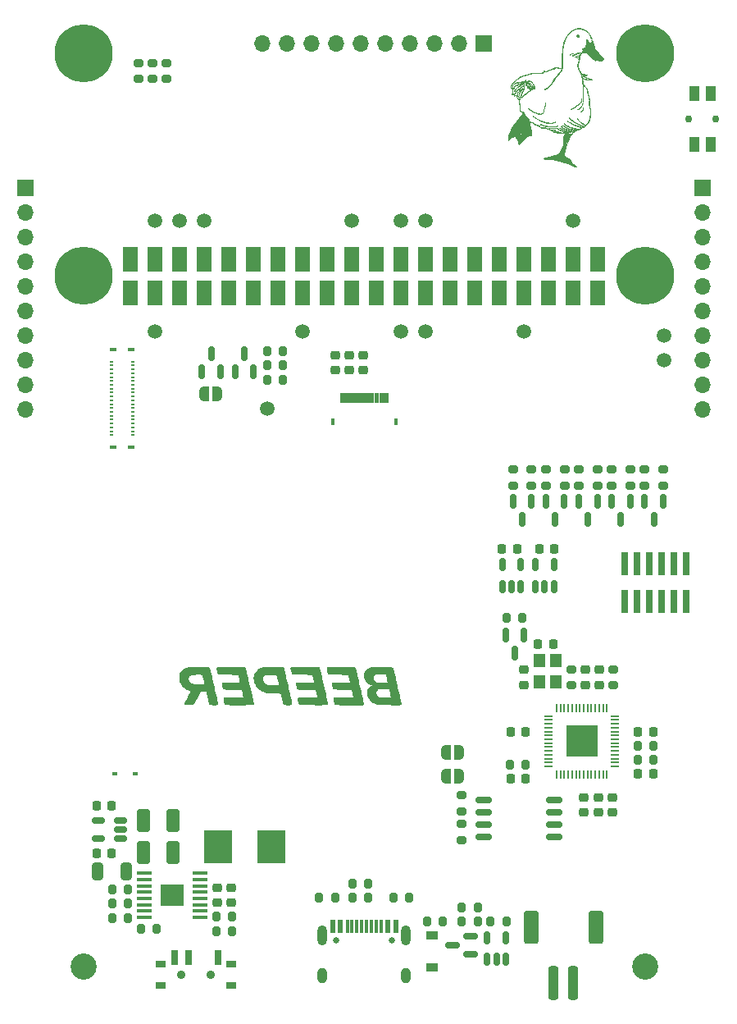
<source format=gbr>
%TF.GenerationSoftware,KiCad,Pcbnew,8.0.4*%
%TF.CreationDate,2024-08-09T22:29:50-04:00*%
%TF.ProjectId,beepy,62656570-792e-46b6-9963-61645f706362,rev?*%
%TF.SameCoordinates,Original*%
%TF.FileFunction,Soldermask,Bot*%
%TF.FilePolarity,Negative*%
%FSLAX46Y46*%
G04 Gerber Fmt 4.6, Leading zero omitted, Abs format (unit mm)*
G04 Created by KiCad (PCBNEW 8.0.4) date 2024-08-09 22:29:50*
%MOMM*%
%LPD*%
G01*
G04 APERTURE LIST*
G04 Aperture macros list*
%AMRoundRect*
0 Rectangle with rounded corners*
0 $1 Rounding radius*
0 $2 $3 $4 $5 $6 $7 $8 $9 X,Y pos of 4 corners*
0 Add a 4 corners polygon primitive as box body*
4,1,4,$2,$3,$4,$5,$6,$7,$8,$9,$2,$3,0*
0 Add four circle primitives for the rounded corners*
1,1,$1+$1,$2,$3*
1,1,$1+$1,$4,$5*
1,1,$1+$1,$6,$7*
1,1,$1+$1,$8,$9*
0 Add four rect primitives between the rounded corners*
20,1,$1+$1,$2,$3,$4,$5,0*
20,1,$1+$1,$4,$5,$6,$7,0*
20,1,$1+$1,$6,$7,$8,$9,0*
20,1,$1+$1,$8,$9,$2,$3,0*%
%AMFreePoly0*
4,1,19,0.500000,-0.750000,0.000000,-0.750000,0.000000,-0.744911,-0.071157,-0.744911,-0.207708,-0.704816,-0.327430,-0.627875,-0.420627,-0.520320,-0.479746,-0.390866,-0.500000,-0.250000,-0.500000,0.250000,-0.479746,0.390866,-0.420627,0.520320,-0.327430,0.627875,-0.207708,0.704816,-0.071157,0.744911,0.000000,0.744911,0.000000,0.750000,0.500000,0.750000,0.500000,-0.750000,0.500000,-0.750000,
$1*%
%AMFreePoly1*
4,1,19,0.000000,0.744911,0.071157,0.744911,0.207708,0.704816,0.327430,0.627875,0.420627,0.520320,0.479746,0.390866,0.500000,0.250000,0.500000,-0.250000,0.479746,-0.390866,0.420627,-0.520320,0.327430,-0.627875,0.207708,-0.704816,0.071157,-0.744911,0.000000,-0.744911,0.000000,-0.750000,-0.500000,-0.750000,-0.500000,0.750000,0.000000,0.750000,0.000000,0.744911,0.000000,0.744911,
$1*%
G04 Aperture macros list end*
%ADD10C,0.010000*%
%ADD11C,0.000000*%
%ADD12C,2.700000*%
%ADD13RoundRect,0.200000X0.200000X0.275000X-0.200000X0.275000X-0.200000X-0.275000X0.200000X-0.275000X0*%
%ADD14R,1.500000X2.500000*%
%ADD15RoundRect,0.150000X-0.712500X-0.150000X0.712500X-0.150000X0.712500X0.150000X-0.712500X0.150000X0*%
%ADD16C,1.500000*%
%ADD17RoundRect,0.200000X0.275000X-0.200000X0.275000X0.200000X-0.275000X0.200000X-0.275000X-0.200000X0*%
%ADD18R,2.460000X2.310000*%
%ADD19RoundRect,0.100000X0.687500X0.100000X-0.687500X0.100000X-0.687500X-0.100000X0.687500X-0.100000X0*%
%ADD20RoundRect,0.150000X-0.150000X0.587500X-0.150000X-0.587500X0.150000X-0.587500X0.150000X0.587500X0*%
%ADD21RoundRect,0.150000X0.150000X-0.512500X0.150000X0.512500X-0.150000X0.512500X-0.150000X-0.512500X0*%
%ADD22C,0.750000*%
%ADD23R,1.000000X1.550000*%
%ADD24RoundRect,0.225000X-0.250000X0.225000X-0.250000X-0.225000X0.250000X-0.225000X0.250000X0.225000X0*%
%ADD25RoundRect,0.250000X0.325000X0.650000X-0.325000X0.650000X-0.325000X-0.650000X0.325000X-0.650000X0*%
%ADD26RoundRect,0.225000X-0.225000X-0.250000X0.225000X-0.250000X0.225000X0.250000X-0.225000X0.250000X0*%
%ADD27RoundRect,0.225000X0.225000X0.250000X-0.225000X0.250000X-0.225000X-0.250000X0.225000X-0.250000X0*%
%ADD28R,2.950000X3.500000*%
%ADD29RoundRect,0.200000X-0.200000X-0.275000X0.200000X-0.275000X0.200000X0.275000X-0.200000X0.275000X0*%
%ADD30RoundRect,0.225000X0.250000X-0.225000X0.250000X0.225000X-0.250000X0.225000X-0.250000X-0.225000X0*%
%ADD31FreePoly0,0.000000*%
%ADD32FreePoly1,0.000000*%
%ADD33RoundRect,0.050000X-0.387500X-0.050000X0.387500X-0.050000X0.387500X0.050000X-0.387500X0.050000X0*%
%ADD34RoundRect,0.050000X-0.050000X-0.387500X0.050000X-0.387500X0.050000X0.387500X-0.050000X0.387500X0*%
%ADD35R,3.200000X3.200000*%
%ADD36RoundRect,0.200000X-0.275000X0.200000X-0.275000X-0.200000X0.275000X-0.200000X0.275000X0.200000X0*%
%ADD37R,0.400000X0.800000*%
%ADD38R,1.700000X1.700000*%
%ADD39O,1.700000X1.700000*%
%ADD40R,0.600000X0.450000*%
%ADD41C,6.000000*%
%ADD42RoundRect,0.150000X0.512500X0.150000X-0.512500X0.150000X-0.512500X-0.150000X0.512500X-0.150000X0*%
%ADD43RoundRect,0.250000X-0.412500X-0.925000X0.412500X-0.925000X0.412500X0.925000X-0.412500X0.925000X0*%
%ADD44RoundRect,0.250000X-0.250000X-1.500000X0.250000X-1.500000X0.250000X1.500000X-0.250000X1.500000X0*%
%ADD45RoundRect,0.250001X-0.499999X-1.449999X0.499999X-1.449999X0.499999X1.449999X-0.499999X1.449999X0*%
%ADD46R,0.750000X0.300000*%
%ADD47R,0.420000X0.230000*%
%ADD48FreePoly0,180.000000*%
%ADD49FreePoly1,180.000000*%
%ADD50O,1.000000X1.600000*%
%ADD51O,1.000000X2.100000*%
%ADD52C,0.650000*%
%ADD53R,0.600000X1.450000*%
%ADD54R,0.300000X1.450000*%
%ADD55RoundRect,0.150000X0.150000X-0.587500X0.150000X0.587500X-0.150000X0.587500X-0.150000X-0.587500X0*%
%ADD56RoundRect,0.150000X0.587500X0.150000X-0.587500X0.150000X-0.587500X-0.150000X0.587500X-0.150000X0*%
%ADD57R,1.200000X0.900000*%
%ADD58R,1.000000X0.800000*%
%ADD59C,0.900000*%
%ADD60R,0.700000X1.500000*%
%ADD61R,0.740000X2.400000*%
%ADD62R,1.200000X1.400000*%
G04 APERTURE END LIST*
D10*
%TO.C,REF\u002A\u002A*%
X113637800Y-46071350D02*
X113631450Y-46077700D01*
X113625100Y-46071350D01*
X113631450Y-46065000D01*
X113637800Y-46071350D01*
G36*
X113637800Y-46071350D02*
G01*
X113631450Y-46077700D01*
X113625100Y-46071350D01*
X113631450Y-46065000D01*
X113637800Y-46071350D01*
G37*
X114552200Y-44902950D02*
X114545850Y-44909300D01*
X114539500Y-44902950D01*
X114545850Y-44896600D01*
X114552200Y-44902950D01*
G36*
X114552200Y-44902950D02*
G01*
X114545850Y-44909300D01*
X114539500Y-44902950D01*
X114545850Y-44896600D01*
X114552200Y-44902950D01*
G37*
X114971300Y-46960350D02*
X114964950Y-46966700D01*
X114958600Y-46960350D01*
X114964950Y-46954000D01*
X114971300Y-46960350D01*
G36*
X114971300Y-46960350D02*
G01*
X114964950Y-46966700D01*
X114958600Y-46960350D01*
X114964950Y-46954000D01*
X114971300Y-46960350D01*
G37*
X114890866Y-45510433D02*
X114892386Y-45525505D01*
X114890866Y-45527366D01*
X114883316Y-45525623D01*
X114882400Y-45518900D01*
X114887046Y-45508446D01*
X114890866Y-45510433D01*
G36*
X114890866Y-45510433D02*
G01*
X114892386Y-45525505D01*
X114890866Y-45527366D01*
X114883316Y-45525623D01*
X114882400Y-45518900D01*
X114887046Y-45508446D01*
X114890866Y-45510433D01*
G37*
X106422767Y-50355186D02*
X106424200Y-50363950D01*
X106417342Y-50380850D01*
X106411500Y-50383000D01*
X106400232Y-50372713D01*
X106398800Y-50363950D01*
X106405657Y-50347049D01*
X106411500Y-50344900D01*
X106422767Y-50355186D01*
G36*
X106422767Y-50355186D02*
G01*
X106424200Y-50363950D01*
X106417342Y-50380850D01*
X106411500Y-50383000D01*
X106400232Y-50372713D01*
X106398800Y-50363950D01*
X106405657Y-50347049D01*
X106411500Y-50344900D01*
X106422767Y-50355186D01*
G37*
X107719230Y-48513064D02*
X107719600Y-48516100D01*
X107709935Y-48528430D01*
X107706900Y-48528800D01*
X107694569Y-48519135D01*
X107694200Y-48516100D01*
X107703864Y-48503769D01*
X107706900Y-48503400D01*
X107719230Y-48513064D01*
G36*
X107719230Y-48513064D02*
G01*
X107719600Y-48516100D01*
X107709935Y-48528430D01*
X107706900Y-48528800D01*
X107694569Y-48519135D01*
X107694200Y-48516100D01*
X107703864Y-48503769D01*
X107706900Y-48503400D01*
X107719230Y-48513064D01*
G37*
X113280502Y-44510762D02*
X113279068Y-44530647D01*
X113277817Y-44534102D01*
X113260532Y-44549754D01*
X113242103Y-44553700D01*
X113213910Y-44553700D01*
X113242544Y-44527023D01*
X113267282Y-44509344D01*
X113280502Y-44510762D01*
G36*
X113280502Y-44510762D02*
G01*
X113279068Y-44530647D01*
X113277817Y-44534102D01*
X113260532Y-44549754D01*
X113242103Y-44553700D01*
X113213910Y-44553700D01*
X113242544Y-44527023D01*
X113267282Y-44509344D01*
X113280502Y-44510762D01*
G37*
X114043830Y-53504164D02*
X114044200Y-53507200D01*
X114034535Y-53519530D01*
X114031500Y-53519900D01*
X114019169Y-53510235D01*
X114018800Y-53507200D01*
X114028464Y-53494869D01*
X114031500Y-53494500D01*
X114043830Y-53504164D01*
G36*
X114043830Y-53504164D02*
G01*
X114044200Y-53507200D01*
X114034535Y-53519530D01*
X114031500Y-53519900D01*
X114019169Y-53510235D01*
X114018800Y-53507200D01*
X114028464Y-53494869D01*
X114031500Y-53494500D01*
X114043830Y-53504164D01*
G37*
X114094630Y-53453364D02*
X114095000Y-53456400D01*
X114085335Y-53468730D01*
X114082300Y-53469100D01*
X114069969Y-53459435D01*
X114069600Y-53456400D01*
X114079264Y-53444069D01*
X114082300Y-53443700D01*
X114094630Y-53453364D01*
G36*
X114094630Y-53453364D02*
G01*
X114095000Y-53456400D01*
X114085335Y-53468730D01*
X114082300Y-53469100D01*
X114069969Y-53459435D01*
X114069600Y-53456400D01*
X114079264Y-53444069D01*
X114082300Y-53443700D01*
X114094630Y-53453364D01*
G37*
X114764219Y-45200056D02*
X114767659Y-45228788D01*
X114768100Y-45245850D01*
X114767091Y-45279947D01*
X114764541Y-45300388D01*
X114763028Y-45303000D01*
X114759102Y-45291654D01*
X114755005Y-45262949D01*
X114753412Y-45245850D01*
X114752607Y-45211846D01*
X114755790Y-45191383D01*
X114758483Y-45188700D01*
X114764219Y-45200056D01*
G36*
X114764219Y-45200056D02*
G01*
X114767659Y-45228788D01*
X114768100Y-45245850D01*
X114767091Y-45279947D01*
X114764541Y-45300388D01*
X114763028Y-45303000D01*
X114759102Y-45291654D01*
X114755005Y-45262949D01*
X114753412Y-45245850D01*
X114752607Y-45211846D01*
X114755790Y-45191383D01*
X114758483Y-45188700D01*
X114764219Y-45200056D01*
G37*
X114317193Y-45536760D02*
X114343777Y-45548786D01*
X114374611Y-45566802D01*
X114401727Y-45586097D01*
X114417156Y-45601958D01*
X114417863Y-45603457D01*
X114420657Y-45634562D01*
X114404503Y-45652607D01*
X114374280Y-45653327D01*
X114364535Y-45650075D01*
X114350148Y-45636363D01*
X114332279Y-45609744D01*
X114315410Y-45578544D01*
X114304022Y-45551089D01*
X114302596Y-45535703D01*
X114302829Y-45535437D01*
X114317193Y-45536760D01*
G36*
X114317193Y-45536760D02*
G01*
X114343777Y-45548786D01*
X114374611Y-45566802D01*
X114401727Y-45586097D01*
X114417156Y-45601958D01*
X114417863Y-45603457D01*
X114420657Y-45634562D01*
X114404503Y-45652607D01*
X114374280Y-45653327D01*
X114364535Y-45650075D01*
X114350148Y-45636363D01*
X114332279Y-45609744D01*
X114315410Y-45578544D01*
X114304022Y-45551089D01*
X114302596Y-45535703D01*
X114302829Y-45535437D01*
X114317193Y-45536760D01*
G37*
X112634133Y-46209024D02*
X112619554Y-46222247D01*
X112612275Y-46224964D01*
X112559871Y-46245239D01*
X112501518Y-46274300D01*
X112447938Y-46306386D01*
X112415105Y-46330896D01*
X112381288Y-46357295D01*
X112359487Y-46368356D01*
X112352241Y-46364551D01*
X112362090Y-46346350D01*
X112381183Y-46324606D01*
X112419724Y-46292843D01*
X112473387Y-46258667D01*
X112533043Y-46227205D01*
X112589559Y-46203585D01*
X112605925Y-46198397D01*
X112628883Y-46198118D01*
X112634133Y-46209024D01*
G36*
X112634133Y-46209024D02*
G01*
X112619554Y-46222247D01*
X112612275Y-46224964D01*
X112559871Y-46245239D01*
X112501518Y-46274300D01*
X112447938Y-46306386D01*
X112415105Y-46330896D01*
X112381288Y-46357295D01*
X112359487Y-46368356D01*
X112352241Y-46364551D01*
X112362090Y-46346350D01*
X112381183Y-46324606D01*
X112419724Y-46292843D01*
X112473387Y-46258667D01*
X112533043Y-46227205D01*
X112589559Y-46203585D01*
X112605925Y-46198397D01*
X112628883Y-46198118D01*
X112634133Y-46209024D01*
G37*
X113124133Y-44305962D02*
X113146366Y-44316909D01*
X113199221Y-44358523D01*
X113232713Y-44412960D01*
X113238308Y-44430752D01*
X113235860Y-44467214D01*
X113213427Y-44498766D01*
X113176421Y-44520419D01*
X113133552Y-44527297D01*
X113097666Y-44525006D01*
X113071771Y-44520669D01*
X113069207Y-44519799D01*
X113050206Y-44502193D01*
X113031431Y-44470387D01*
X113018353Y-44435038D01*
X113015500Y-44415228D01*
X113025996Y-44367774D01*
X113053322Y-44327354D01*
X113074743Y-44311279D01*
X113099855Y-44301826D01*
X113124133Y-44305962D01*
G36*
X113124133Y-44305962D02*
G01*
X113146366Y-44316909D01*
X113199221Y-44358523D01*
X113232713Y-44412960D01*
X113238308Y-44430752D01*
X113235860Y-44467214D01*
X113213427Y-44498766D01*
X113176421Y-44520419D01*
X113133552Y-44527297D01*
X113097666Y-44525006D01*
X113071771Y-44520669D01*
X113069207Y-44519799D01*
X113050206Y-44502193D01*
X113031431Y-44470387D01*
X113018353Y-44435038D01*
X113015500Y-44415228D01*
X113025996Y-44367774D01*
X113053322Y-44327354D01*
X113074743Y-44311279D01*
X113099855Y-44301826D01*
X113124133Y-44305962D01*
G37*
X113698277Y-51817351D02*
X113700258Y-51850838D01*
X113698493Y-51892320D01*
X113678516Y-51998551D01*
X113635251Y-52096648D01*
X113570207Y-52183966D01*
X113493019Y-52252079D01*
X113454027Y-52278063D01*
X113431158Y-52287202D01*
X113422217Y-52280246D01*
X113421900Y-52276335D01*
X113431736Y-52262869D01*
X113456232Y-52243702D01*
X113465122Y-52237958D01*
X113537044Y-52179607D01*
X113597322Y-52103195D01*
X113642399Y-52014743D01*
X113668715Y-51920269D01*
X113672864Y-51886542D01*
X113678011Y-51844917D01*
X113685079Y-51815647D01*
X113692045Y-51805400D01*
X113698277Y-51817351D01*
G36*
X113698277Y-51817351D02*
G01*
X113700258Y-51850838D01*
X113698493Y-51892320D01*
X113678516Y-51998551D01*
X113635251Y-52096648D01*
X113570207Y-52183966D01*
X113493019Y-52252079D01*
X113454027Y-52278063D01*
X113431158Y-52287202D01*
X113422217Y-52280246D01*
X113421900Y-52276335D01*
X113431736Y-52262869D01*
X113456232Y-52243702D01*
X113465122Y-52237958D01*
X113537044Y-52179607D01*
X113597322Y-52103195D01*
X113642399Y-52014743D01*
X113668715Y-51920269D01*
X113672864Y-51886542D01*
X113678011Y-51844917D01*
X113685079Y-51815647D01*
X113692045Y-51805400D01*
X113698277Y-51817351D01*
G37*
X112169772Y-57194443D02*
X112204477Y-57204386D01*
X112251774Y-57220192D01*
X112292355Y-57234933D01*
X112348352Y-57256255D01*
X112384732Y-57271752D01*
X112405722Y-57284353D01*
X112415548Y-57296988D01*
X112418436Y-57312588D01*
X112418600Y-57322458D01*
X112424536Y-57359926D01*
X112439257Y-57402487D01*
X112443807Y-57412073D01*
X112458216Y-57442891D01*
X112464997Y-57462633D01*
X112464821Y-57465712D01*
X112454291Y-57459310D01*
X112427806Y-57438929D01*
X112388625Y-57407200D01*
X112340012Y-57366750D01*
X112300445Y-57333228D01*
X112248172Y-57287747D01*
X112204597Y-57248134D01*
X112172608Y-57217158D01*
X112155094Y-57197589D01*
X112153188Y-57192064D01*
X112169772Y-57194443D01*
G36*
X112169772Y-57194443D02*
G01*
X112204477Y-57204386D01*
X112251774Y-57220192D01*
X112292355Y-57234933D01*
X112348352Y-57256255D01*
X112384732Y-57271752D01*
X112405722Y-57284353D01*
X112415548Y-57296988D01*
X112418436Y-57312588D01*
X112418600Y-57322458D01*
X112424536Y-57359926D01*
X112439257Y-57402487D01*
X112443807Y-57412073D01*
X112458216Y-57442891D01*
X112464997Y-57462633D01*
X112464821Y-57465712D01*
X112454291Y-57459310D01*
X112427806Y-57438929D01*
X112388625Y-57407200D01*
X112340012Y-57366750D01*
X112300445Y-57333228D01*
X112248172Y-57287747D01*
X112204597Y-57248134D01*
X112172608Y-57217158D01*
X112155094Y-57197589D01*
X112153188Y-57192064D01*
X112169772Y-57194443D01*
G37*
X113635796Y-51436803D02*
X113632347Y-51470612D01*
X113632097Y-51472025D01*
X113601597Y-51571081D01*
X113545912Y-51668837D01*
X113465236Y-51765075D01*
X113359760Y-51859580D01*
X113229677Y-51952137D01*
X113172588Y-51987497D01*
X113127282Y-52014038D01*
X113099379Y-52028521D01*
X113084802Y-52032444D01*
X113079471Y-52027303D01*
X113079000Y-52021835D01*
X113089140Y-52009274D01*
X113115243Y-51989846D01*
X113139325Y-51974981D01*
X113274466Y-51890374D01*
X113385320Y-51805607D01*
X113472982Y-51719544D01*
X113538545Y-51631049D01*
X113583105Y-51538984D01*
X113595037Y-51501826D01*
X113609202Y-51458915D01*
X113622120Y-51432646D01*
X113631686Y-51424711D01*
X113635796Y-51436803D01*
G36*
X113635796Y-51436803D02*
G01*
X113632347Y-51470612D01*
X113632097Y-51472025D01*
X113601597Y-51571081D01*
X113545912Y-51668837D01*
X113465236Y-51765075D01*
X113359760Y-51859580D01*
X113229677Y-51952137D01*
X113172588Y-51987497D01*
X113127282Y-52014038D01*
X113099379Y-52028521D01*
X113084802Y-52032444D01*
X113079471Y-52027303D01*
X113079000Y-52021835D01*
X113089140Y-52009274D01*
X113115243Y-51989846D01*
X113139325Y-51974981D01*
X113274466Y-51890374D01*
X113385320Y-51805607D01*
X113472982Y-51719544D01*
X113538545Y-51631049D01*
X113583105Y-51538984D01*
X113595037Y-51501826D01*
X113609202Y-51458915D01*
X113622120Y-51432646D01*
X113631686Y-51424711D01*
X113635796Y-51436803D01*
G37*
X107439741Y-49955306D02*
X107433096Y-49968654D01*
X107408866Y-49992784D01*
X107365660Y-50029240D01*
X107344222Y-50046450D01*
X107246338Y-50133819D01*
X107172922Y-50221244D01*
X107123081Y-50310186D01*
X107095923Y-50402110D01*
X107090041Y-50462848D01*
X107087255Y-50517252D01*
X107082366Y-50548727D01*
X107075657Y-50556536D01*
X107067410Y-50539943D01*
X107064507Y-50529419D01*
X107058530Y-50459856D01*
X107070961Y-50380375D01*
X107100115Y-50296593D01*
X107144304Y-50214125D01*
X107170511Y-50176458D01*
X107195192Y-50148138D01*
X107231231Y-50112090D01*
X107274100Y-50072242D01*
X107319272Y-50032521D01*
X107362218Y-49996855D01*
X107398412Y-49969170D01*
X107423326Y-49953394D01*
X107430192Y-49951200D01*
X107439741Y-49955306D01*
G36*
X107439741Y-49955306D02*
G01*
X107433096Y-49968654D01*
X107408866Y-49992784D01*
X107365660Y-50029240D01*
X107344222Y-50046450D01*
X107246338Y-50133819D01*
X107172922Y-50221244D01*
X107123081Y-50310186D01*
X107095923Y-50402110D01*
X107090041Y-50462848D01*
X107087255Y-50517252D01*
X107082366Y-50548727D01*
X107075657Y-50556536D01*
X107067410Y-50539943D01*
X107064507Y-50529419D01*
X107058530Y-50459856D01*
X107070961Y-50380375D01*
X107100115Y-50296593D01*
X107144304Y-50214125D01*
X107170511Y-50176458D01*
X107195192Y-50148138D01*
X107231231Y-50112090D01*
X107274100Y-50072242D01*
X107319272Y-50032521D01*
X107362218Y-49996855D01*
X107398412Y-49969170D01*
X107423326Y-49953394D01*
X107430192Y-49951200D01*
X107439741Y-49955306D01*
G37*
X113136431Y-52973639D02*
X113155703Y-53003355D01*
X113179451Y-53047129D01*
X113183698Y-53055617D01*
X113251734Y-53165233D01*
X113344094Y-53268528D01*
X113460431Y-53365237D01*
X113600403Y-53455096D01*
X113763665Y-53537838D01*
X113869575Y-53582736D01*
X113907773Y-53599582D01*
X113934204Y-53614429D01*
X113942600Y-53622975D01*
X113938964Y-53631060D01*
X113925997Y-53632070D01*
X113900603Y-53625057D01*
X113859690Y-53609076D01*
X113800164Y-53583183D01*
X113774068Y-53571472D01*
X113668115Y-53522111D01*
X113581226Y-53477589D01*
X113508370Y-53434696D01*
X113444520Y-53390224D01*
X113384646Y-53340964D01*
X113324977Y-53284950D01*
X113241090Y-53194334D01*
X113179025Y-53108629D01*
X113136556Y-53024562D01*
X113124250Y-52989675D01*
X113118826Y-52964715D01*
X113123513Y-52960064D01*
X113136431Y-52973639D01*
G36*
X113136431Y-52973639D02*
G01*
X113155703Y-53003355D01*
X113179451Y-53047129D01*
X113183698Y-53055617D01*
X113251734Y-53165233D01*
X113344094Y-53268528D01*
X113460431Y-53365237D01*
X113600403Y-53455096D01*
X113763665Y-53537838D01*
X113869575Y-53582736D01*
X113907773Y-53599582D01*
X113934204Y-53614429D01*
X113942600Y-53622975D01*
X113938964Y-53631060D01*
X113925997Y-53632070D01*
X113900603Y-53625057D01*
X113859690Y-53609076D01*
X113800164Y-53583183D01*
X113774068Y-53571472D01*
X113668115Y-53522111D01*
X113581226Y-53477589D01*
X113508370Y-53434696D01*
X113444520Y-53390224D01*
X113384646Y-53340964D01*
X113324977Y-53284950D01*
X113241090Y-53194334D01*
X113179025Y-53108629D01*
X113136556Y-53024562D01*
X113124250Y-52989675D01*
X113118826Y-52964715D01*
X113123513Y-52960064D01*
X113136431Y-52973639D01*
G37*
X110767233Y-54227825D02*
X110767600Y-54230773D01*
X110773748Y-54243202D01*
X110793568Y-54255198D01*
X110829120Y-54267280D01*
X110882464Y-54279964D01*
X110955661Y-54293768D01*
X111050773Y-54309209D01*
X111123200Y-54320058D01*
X111224536Y-54335190D01*
X111302742Y-54347653D01*
X111359891Y-54357909D01*
X111398059Y-54366421D01*
X111419320Y-54373649D01*
X111425750Y-54380055D01*
X111419581Y-54386024D01*
X111404550Y-54385650D01*
X111368027Y-54381715D01*
X111313596Y-54374696D01*
X111244842Y-54365071D01*
X111165348Y-54353318D01*
X111107201Y-54344387D01*
X110998881Y-54326953D01*
X110913365Y-54311748D01*
X110848225Y-54298057D01*
X110801037Y-54285169D01*
X110769373Y-54272370D01*
X110750808Y-54258948D01*
X110742916Y-54244190D01*
X110742200Y-54237157D01*
X110749150Y-54220445D01*
X110754900Y-54218400D01*
X110767233Y-54227825D01*
G36*
X110767233Y-54227825D02*
G01*
X110767600Y-54230773D01*
X110773748Y-54243202D01*
X110793568Y-54255198D01*
X110829120Y-54267280D01*
X110882464Y-54279964D01*
X110955661Y-54293768D01*
X111050773Y-54309209D01*
X111123200Y-54320058D01*
X111224536Y-54335190D01*
X111302742Y-54347653D01*
X111359891Y-54357909D01*
X111398059Y-54366421D01*
X111419320Y-54373649D01*
X111425750Y-54380055D01*
X111419581Y-54386024D01*
X111404550Y-54385650D01*
X111368027Y-54381715D01*
X111313596Y-54374696D01*
X111244842Y-54365071D01*
X111165348Y-54353318D01*
X111107201Y-54344387D01*
X110998881Y-54326953D01*
X110913365Y-54311748D01*
X110848225Y-54298057D01*
X110801037Y-54285169D01*
X110769373Y-54272370D01*
X110750808Y-54258948D01*
X110742916Y-54244190D01*
X110742200Y-54237157D01*
X110749150Y-54220445D01*
X110754900Y-54218400D01*
X110767233Y-54227825D01*
G37*
X111046393Y-53998824D02*
X111077342Y-54015945D01*
X111111237Y-54035689D01*
X111211510Y-54088889D01*
X111322895Y-54138443D01*
X111439843Y-54182571D01*
X111556810Y-54219491D01*
X111668250Y-54247423D01*
X111768615Y-54264585D01*
X111838973Y-54269373D01*
X111890982Y-54272391D01*
X111928755Y-54280288D01*
X111947501Y-54291898D01*
X111948700Y-54296081D01*
X111943248Y-54302727D01*
X111924906Y-54305357D01*
X111890686Y-54303830D01*
X111837606Y-54298005D01*
X111762681Y-54287742D01*
X111758200Y-54287094D01*
X111597853Y-54255787D01*
X111432213Y-54208556D01*
X111302383Y-54160946D01*
X111245332Y-54135999D01*
X111186506Y-54107364D01*
X111130447Y-54077615D01*
X111081696Y-54049322D01*
X111044796Y-54025058D01*
X111024288Y-54007396D01*
X111021600Y-54001932D01*
X111022896Y-53993466D01*
X111029702Y-53991881D01*
X111046393Y-53998824D01*
G36*
X111046393Y-53998824D02*
G01*
X111077342Y-54015945D01*
X111111237Y-54035689D01*
X111211510Y-54088889D01*
X111322895Y-54138443D01*
X111439843Y-54182571D01*
X111556810Y-54219491D01*
X111668250Y-54247423D01*
X111768615Y-54264585D01*
X111838973Y-54269373D01*
X111890982Y-54272391D01*
X111928755Y-54280288D01*
X111947501Y-54291898D01*
X111948700Y-54296081D01*
X111943248Y-54302727D01*
X111924906Y-54305357D01*
X111890686Y-54303830D01*
X111837606Y-54298005D01*
X111762681Y-54287742D01*
X111758200Y-54287094D01*
X111597853Y-54255787D01*
X111432213Y-54208556D01*
X111302383Y-54160946D01*
X111245332Y-54135999D01*
X111186506Y-54107364D01*
X111130447Y-54077615D01*
X111081696Y-54049322D01*
X111044796Y-54025058D01*
X111024288Y-54007396D01*
X111021600Y-54001932D01*
X111022896Y-53993466D01*
X111029702Y-53991881D01*
X111046393Y-53998824D01*
G37*
X111855915Y-56882001D02*
X111878670Y-56897084D01*
X111901075Y-56914251D01*
X111962486Y-56958675D01*
X112040265Y-57007589D01*
X112127022Y-57056493D01*
X112177300Y-57082461D01*
X112210977Y-57100829D01*
X112253820Y-57126400D01*
X112300839Y-57155902D01*
X112347043Y-57186066D01*
X112387443Y-57213619D01*
X112417048Y-57235293D01*
X112430869Y-57247815D01*
X112431300Y-57248936D01*
X112424454Y-57252714D01*
X112402262Y-57248319D01*
X112362240Y-57235026D01*
X112301904Y-57212105D01*
X112291600Y-57208049D01*
X112237108Y-57187686D01*
X112185697Y-57170463D01*
X112146020Y-57159215D01*
X112136475Y-57157209D01*
X112094264Y-57141339D01*
X112043359Y-57106091D01*
X112013542Y-57080440D01*
X111975019Y-57043066D01*
X111935429Y-57000520D01*
X111898854Y-56957727D01*
X111869376Y-56919608D01*
X111851076Y-56891089D01*
X111847100Y-56879673D01*
X111855915Y-56882001D01*
G36*
X111855915Y-56882001D02*
G01*
X111878670Y-56897084D01*
X111901075Y-56914251D01*
X111962486Y-56958675D01*
X112040265Y-57007589D01*
X112127022Y-57056493D01*
X112177300Y-57082461D01*
X112210977Y-57100829D01*
X112253820Y-57126400D01*
X112300839Y-57155902D01*
X112347043Y-57186066D01*
X112387443Y-57213619D01*
X112417048Y-57235293D01*
X112430869Y-57247815D01*
X112431300Y-57248936D01*
X112424454Y-57252714D01*
X112402262Y-57248319D01*
X112362240Y-57235026D01*
X112301904Y-57212105D01*
X112291600Y-57208049D01*
X112237108Y-57187686D01*
X112185697Y-57170463D01*
X112146020Y-57159215D01*
X112136475Y-57157209D01*
X112094264Y-57141339D01*
X112043359Y-57106091D01*
X112013542Y-57080440D01*
X111975019Y-57043066D01*
X111935429Y-57000520D01*
X111898854Y-56957727D01*
X111869376Y-56919608D01*
X111851076Y-56891089D01*
X111847100Y-56879673D01*
X111855915Y-56882001D01*
G37*
X111085100Y-53911876D02*
X111081701Y-53920564D01*
X111069141Y-53927686D01*
X111043878Y-53933987D01*
X111002367Y-53940212D01*
X110941065Y-53947108D01*
X110896429Y-53951574D01*
X110817719Y-53957129D01*
X110721116Y-53960678D01*
X110614045Y-53962230D01*
X110503934Y-53961796D01*
X110398207Y-53959385D01*
X110304293Y-53955008D01*
X110248685Y-53950696D01*
X110188459Y-53944020D01*
X110150891Y-53937492D01*
X110133258Y-53930391D01*
X110132832Y-53921998D01*
X110134226Y-53920440D01*
X110148180Y-53919341D01*
X110183302Y-53919902D01*
X110235424Y-53921962D01*
X110300380Y-53925359D01*
X110364862Y-53929328D01*
X110479144Y-53935526D01*
X110580006Y-53937718D01*
X110679114Y-53935884D01*
X110788132Y-53930005D01*
X110808794Y-53928580D01*
X110882741Y-53923038D01*
X110949471Y-53917454D01*
X111004164Y-53912275D01*
X111041999Y-53907951D01*
X111056525Y-53905510D01*
X111079157Y-53904503D01*
X111085100Y-53911876D01*
G36*
X111085100Y-53911876D02*
G01*
X111081701Y-53920564D01*
X111069141Y-53927686D01*
X111043878Y-53933987D01*
X111002367Y-53940212D01*
X110941065Y-53947108D01*
X110896429Y-53951574D01*
X110817719Y-53957129D01*
X110721116Y-53960678D01*
X110614045Y-53962230D01*
X110503934Y-53961796D01*
X110398207Y-53959385D01*
X110304293Y-53955008D01*
X110248685Y-53950696D01*
X110188459Y-53944020D01*
X110150891Y-53937492D01*
X110133258Y-53930391D01*
X110132832Y-53921998D01*
X110134226Y-53920440D01*
X110148180Y-53919341D01*
X110183302Y-53919902D01*
X110235424Y-53921962D01*
X110300380Y-53925359D01*
X110364862Y-53929328D01*
X110479144Y-53935526D01*
X110580006Y-53937718D01*
X110679114Y-53935884D01*
X110788132Y-53930005D01*
X110808794Y-53928580D01*
X110882741Y-53923038D01*
X110949471Y-53917454D01*
X111004164Y-53912275D01*
X111041999Y-53907951D01*
X111056525Y-53905510D01*
X111079157Y-53904503D01*
X111085100Y-53911876D01*
G37*
X111600910Y-53654555D02*
X111643707Y-53679782D01*
X111688699Y-53711041D01*
X111877647Y-53832917D01*
X112076752Y-53931996D01*
X112286724Y-54008531D01*
X112508276Y-54062772D01*
X112742118Y-54094971D01*
X112783725Y-54098313D01*
X112834793Y-54103137D01*
X112874644Y-54109062D01*
X112897698Y-54115148D01*
X112901200Y-54118148D01*
X112889370Y-54123571D01*
X112857137Y-54126553D01*
X112809385Y-54127035D01*
X112751001Y-54124957D01*
X112691650Y-54120694D01*
X112623247Y-54111967D01*
X112539229Y-54097306D01*
X112448168Y-54078533D01*
X112358638Y-54057468D01*
X112279210Y-54035932D01*
X112250256Y-54026966D01*
X112149445Y-53990003D01*
X112039707Y-53942774D01*
X111929630Y-53889422D01*
X111827801Y-53834089D01*
X111749192Y-53785267D01*
X111700204Y-53752315D01*
X111654307Y-53721681D01*
X111618976Y-53698345D01*
X111609512Y-53692193D01*
X111583090Y-53672990D01*
X111568948Y-53658475D01*
X111568237Y-53656425D01*
X111575845Y-53646810D01*
X111600910Y-53654555D01*
G36*
X111600910Y-53654555D02*
G01*
X111643707Y-53679782D01*
X111688699Y-53711041D01*
X111877647Y-53832917D01*
X112076752Y-53931996D01*
X112286724Y-54008531D01*
X112508276Y-54062772D01*
X112742118Y-54094971D01*
X112783725Y-54098313D01*
X112834793Y-54103137D01*
X112874644Y-54109062D01*
X112897698Y-54115148D01*
X112901200Y-54118148D01*
X112889370Y-54123571D01*
X112857137Y-54126553D01*
X112809385Y-54127035D01*
X112751001Y-54124957D01*
X112691650Y-54120694D01*
X112623247Y-54111967D01*
X112539229Y-54097306D01*
X112448168Y-54078533D01*
X112358638Y-54057468D01*
X112279210Y-54035932D01*
X112250256Y-54026966D01*
X112149445Y-53990003D01*
X112039707Y-53942774D01*
X111929630Y-53889422D01*
X111827801Y-53834089D01*
X111749192Y-53785267D01*
X111700204Y-53752315D01*
X111654307Y-53721681D01*
X111618976Y-53698345D01*
X111609512Y-53692193D01*
X111583090Y-53672990D01*
X111568948Y-53658475D01*
X111568237Y-53656425D01*
X111575845Y-53646810D01*
X111600910Y-53654555D01*
G37*
X108487404Y-52684652D02*
X108515722Y-52701094D01*
X108556679Y-52728349D01*
X108606571Y-52764017D01*
X108631216Y-52782372D01*
X108856277Y-52937568D01*
X109092726Y-53072939D01*
X109337499Y-53187027D01*
X109587532Y-53278378D01*
X109796050Y-53335699D01*
X109997203Y-53376169D01*
X110181300Y-53399622D01*
X110347983Y-53406065D01*
X110496891Y-53395505D01*
X110627666Y-53367948D01*
X110739948Y-53323400D01*
X110750073Y-53318050D01*
X110786758Y-53300175D01*
X110813899Y-53290670D01*
X110824614Y-53291080D01*
X110824132Y-53303185D01*
X110807113Y-53318880D01*
X110770700Y-53340405D01*
X110744347Y-53354045D01*
X110654551Y-53389403D01*
X110546856Y-53415476D01*
X110427308Y-53431439D01*
X110301958Y-53436469D01*
X110183400Y-53430411D01*
X109940989Y-53394971D01*
X109695032Y-53337120D01*
X109450098Y-53258515D01*
X109210755Y-53160813D01*
X108981573Y-53045670D01*
X108773700Y-52919156D01*
X108710252Y-52875532D01*
X108648298Y-52830757D01*
X108591117Y-52787446D01*
X108541986Y-52748212D01*
X108504185Y-52715666D01*
X108480992Y-52692423D01*
X108475423Y-52681419D01*
X108487404Y-52684652D01*
G36*
X108487404Y-52684652D02*
G01*
X108515722Y-52701094D01*
X108556679Y-52728349D01*
X108606571Y-52764017D01*
X108631216Y-52782372D01*
X108856277Y-52937568D01*
X109092726Y-53072939D01*
X109337499Y-53187027D01*
X109587532Y-53278378D01*
X109796050Y-53335699D01*
X109997203Y-53376169D01*
X110181300Y-53399622D01*
X110347983Y-53406065D01*
X110496891Y-53395505D01*
X110627666Y-53367948D01*
X110739948Y-53323400D01*
X110750073Y-53318050D01*
X110786758Y-53300175D01*
X110813899Y-53290670D01*
X110824614Y-53291080D01*
X110824132Y-53303185D01*
X110807113Y-53318880D01*
X110770700Y-53340405D01*
X110744347Y-53354045D01*
X110654551Y-53389403D01*
X110546856Y-53415476D01*
X110427308Y-53431439D01*
X110301958Y-53436469D01*
X110183400Y-53430411D01*
X109940989Y-53394971D01*
X109695032Y-53337120D01*
X109450098Y-53258515D01*
X109210755Y-53160813D01*
X108981573Y-53045670D01*
X108773700Y-52919156D01*
X108710252Y-52875532D01*
X108648298Y-52830757D01*
X108591117Y-52787446D01*
X108541986Y-52748212D01*
X108504185Y-52715666D01*
X108480992Y-52692423D01*
X108475423Y-52681419D01*
X108487404Y-52684652D01*
G37*
X109330789Y-53555878D02*
X109353429Y-53564910D01*
X109481150Y-53615193D01*
X109611712Y-53656819D01*
X109748693Y-53690404D01*
X109895673Y-53716567D01*
X110056230Y-53735926D01*
X110233943Y-53749098D01*
X110432391Y-53756701D01*
X110469150Y-53757498D01*
X110593147Y-53759467D01*
X110694741Y-53759872D01*
X110776896Y-53758421D01*
X110842576Y-53754824D01*
X110894745Y-53748788D01*
X110936368Y-53740023D01*
X110970409Y-53728236D01*
X110999833Y-53713137D01*
X111014246Y-53703910D01*
X111042948Y-53687709D01*
X111062377Y-53682767D01*
X111065809Y-53684611D01*
X111062258Y-53700389D01*
X111039918Y-53720787D01*
X111004065Y-53742300D01*
X110959977Y-53761421D01*
X110940610Y-53767795D01*
X110893265Y-53777300D01*
X110824618Y-53784733D01*
X110738694Y-53789974D01*
X110639517Y-53792899D01*
X110531110Y-53793387D01*
X110417497Y-53791314D01*
X110310400Y-53786966D01*
X110068716Y-53767651D01*
X109847735Y-53735867D01*
X109663566Y-53695983D01*
X109585890Y-53674566D01*
X109510556Y-53650993D01*
X109441637Y-53626824D01*
X109383203Y-53603618D01*
X109339328Y-53582936D01*
X109314082Y-53566337D01*
X109309833Y-53560463D01*
X109312215Y-53552210D01*
X109330789Y-53555878D01*
G36*
X109330789Y-53555878D02*
G01*
X109353429Y-53564910D01*
X109481150Y-53615193D01*
X109611712Y-53656819D01*
X109748693Y-53690404D01*
X109895673Y-53716567D01*
X110056230Y-53735926D01*
X110233943Y-53749098D01*
X110432391Y-53756701D01*
X110469150Y-53757498D01*
X110593147Y-53759467D01*
X110694741Y-53759872D01*
X110776896Y-53758421D01*
X110842576Y-53754824D01*
X110894745Y-53748788D01*
X110936368Y-53740023D01*
X110970409Y-53728236D01*
X110999833Y-53713137D01*
X111014246Y-53703910D01*
X111042948Y-53687709D01*
X111062377Y-53682767D01*
X111065809Y-53684611D01*
X111062258Y-53700389D01*
X111039918Y-53720787D01*
X111004065Y-53742300D01*
X110959977Y-53761421D01*
X110940610Y-53767795D01*
X110893265Y-53777300D01*
X110824618Y-53784733D01*
X110738694Y-53789974D01*
X110639517Y-53792899D01*
X110531110Y-53793387D01*
X110417497Y-53791314D01*
X110310400Y-53786966D01*
X110068716Y-53767651D01*
X109847735Y-53735867D01*
X109663566Y-53695983D01*
X109585890Y-53674566D01*
X109510556Y-53650993D01*
X109441637Y-53626824D01*
X109383203Y-53603618D01*
X109339328Y-53582936D01*
X109314082Y-53566337D01*
X109309833Y-53560463D01*
X109312215Y-53552210D01*
X109330789Y-53555878D01*
G37*
X113505281Y-50886142D02*
X113509238Y-50914065D01*
X113510579Y-50964025D01*
X113500587Y-51092471D01*
X113471826Y-51208293D01*
X113425087Y-51309268D01*
X113361160Y-51393172D01*
X113356334Y-51398077D01*
X113313811Y-51436015D01*
X113252173Y-51484531D01*
X113174369Y-51541623D01*
X113083347Y-51605288D01*
X112982059Y-51673525D01*
X112873453Y-51744330D01*
X112760479Y-51815702D01*
X112646087Y-51885638D01*
X112582196Y-51923611D01*
X112518300Y-51960789D01*
X112473049Y-51986003D01*
X112443471Y-52000631D01*
X112426596Y-52006048D01*
X112419455Y-52003634D01*
X112418600Y-51999476D01*
X112428984Y-51989264D01*
X112457621Y-51968892D01*
X112500741Y-51940851D01*
X112554570Y-51907632D01*
X112586875Y-51888352D01*
X112666650Y-51840304D01*
X112755157Y-51785328D01*
X112848343Y-51726091D01*
X112942152Y-51665261D01*
X113032530Y-51605507D01*
X113115421Y-51549496D01*
X113186772Y-51499896D01*
X113242528Y-51459375D01*
X113263899Y-51442868D01*
X113339791Y-51374510D01*
X113396817Y-51303596D01*
X113437439Y-51225075D01*
X113464116Y-51133895D01*
X113479309Y-51025005D01*
X113481490Y-50996130D01*
X113486807Y-50937396D01*
X113493153Y-50898815D01*
X113499616Y-50881394D01*
X113505281Y-50886142D01*
G36*
X113505281Y-50886142D02*
G01*
X113509238Y-50914065D01*
X113510579Y-50964025D01*
X113500587Y-51092471D01*
X113471826Y-51208293D01*
X113425087Y-51309268D01*
X113361160Y-51393172D01*
X113356334Y-51398077D01*
X113313811Y-51436015D01*
X113252173Y-51484531D01*
X113174369Y-51541623D01*
X113083347Y-51605288D01*
X112982059Y-51673525D01*
X112873453Y-51744330D01*
X112760479Y-51815702D01*
X112646087Y-51885638D01*
X112582196Y-51923611D01*
X112518300Y-51960789D01*
X112473049Y-51986003D01*
X112443471Y-52000631D01*
X112426596Y-52006048D01*
X112419455Y-52003634D01*
X112418600Y-51999476D01*
X112428984Y-51989264D01*
X112457621Y-51968892D01*
X112500741Y-51940851D01*
X112554570Y-51907632D01*
X112586875Y-51888352D01*
X112666650Y-51840304D01*
X112755157Y-51785328D01*
X112848343Y-51726091D01*
X112942152Y-51665261D01*
X113032530Y-51605507D01*
X113115421Y-51549496D01*
X113186772Y-51499896D01*
X113242528Y-51459375D01*
X113263899Y-51442868D01*
X113339791Y-51374510D01*
X113396817Y-51303596D01*
X113437439Y-51225075D01*
X113464116Y-51133895D01*
X113479309Y-51025005D01*
X113481490Y-50996130D01*
X113486807Y-50937396D01*
X113493153Y-50898815D01*
X113499616Y-50881394D01*
X113505281Y-50886142D01*
G37*
X107399097Y-49829664D02*
X107403126Y-49833882D01*
X107402097Y-49838427D01*
X107391873Y-49846669D01*
X107368317Y-49861978D01*
X107329604Y-49886275D01*
X107300239Y-49908480D01*
X107257629Y-49945748D01*
X107205683Y-49994411D01*
X107148307Y-50050799D01*
X107089410Y-50111241D01*
X107084141Y-50116783D01*
X106904824Y-50305798D01*
X106898248Y-50423774D01*
X106895690Y-50481432D01*
X106896410Y-50521357D01*
X106901451Y-50551116D01*
X106911856Y-50578279D01*
X106922407Y-50598900D01*
X106950058Y-50639658D01*
X106983619Y-50675219D01*
X106996645Y-50685388D01*
X107029151Y-50710271D01*
X107044857Y-50728797D01*
X107041573Y-50738060D01*
X107036736Y-50738600D01*
X107019413Y-50732104D01*
X106990887Y-50715925D01*
X106981703Y-50710011D01*
X106934326Y-50664651D01*
X106897862Y-50601531D01*
X106875168Y-50526979D01*
X106868839Y-50460097D01*
X106869115Y-50410416D01*
X106871131Y-50370459D01*
X106876949Y-50336578D01*
X106888633Y-50305122D01*
X106908246Y-50272442D01*
X106937850Y-50234888D01*
X106979508Y-50188813D01*
X107035283Y-50130565D01*
X107082695Y-50081762D01*
X107170194Y-49994032D01*
X107244657Y-49924187D01*
X107305535Y-49872667D01*
X107352279Y-49839907D01*
X107384340Y-49826347D01*
X107399097Y-49829664D01*
G36*
X107399097Y-49829664D02*
G01*
X107403126Y-49833882D01*
X107402097Y-49838427D01*
X107391873Y-49846669D01*
X107368317Y-49861978D01*
X107329604Y-49886275D01*
X107300239Y-49908480D01*
X107257629Y-49945748D01*
X107205683Y-49994411D01*
X107148307Y-50050799D01*
X107089410Y-50111241D01*
X107084141Y-50116783D01*
X106904824Y-50305798D01*
X106898248Y-50423774D01*
X106895690Y-50481432D01*
X106896410Y-50521357D01*
X106901451Y-50551116D01*
X106911856Y-50578279D01*
X106922407Y-50598900D01*
X106950058Y-50639658D01*
X106983619Y-50675219D01*
X106996645Y-50685388D01*
X107029151Y-50710271D01*
X107044857Y-50728797D01*
X107041573Y-50738060D01*
X107036736Y-50738600D01*
X107019413Y-50732104D01*
X106990887Y-50715925D01*
X106981703Y-50710011D01*
X106934326Y-50664651D01*
X106897862Y-50601531D01*
X106875168Y-50526979D01*
X106868839Y-50460097D01*
X106869115Y-50410416D01*
X106871131Y-50370459D01*
X106876949Y-50336578D01*
X106888633Y-50305122D01*
X106908246Y-50272442D01*
X106937850Y-50234888D01*
X106979508Y-50188813D01*
X107035283Y-50130565D01*
X107082695Y-50081762D01*
X107170194Y-49994032D01*
X107244657Y-49924187D01*
X107305535Y-49872667D01*
X107352279Y-49839907D01*
X107384340Y-49826347D01*
X107399097Y-49829664D01*
G37*
X112236840Y-52869928D02*
X112264358Y-52891192D01*
X112301266Y-52923677D01*
X112336988Y-52957621D01*
X112431281Y-53044596D01*
X112532197Y-53126162D01*
X112645214Y-53206407D01*
X112775811Y-53289421D01*
X112805768Y-53307460D01*
X112868181Y-53343374D01*
X112945986Y-53386024D01*
X113034942Y-53433276D01*
X113130812Y-53482995D01*
X113229355Y-53533049D01*
X113326331Y-53581301D01*
X113417502Y-53625619D01*
X113498629Y-53663868D01*
X113565470Y-53693914D01*
X113609225Y-53711919D01*
X113649312Y-53728443D01*
X113677847Y-53742727D01*
X113688600Y-53751610D01*
X113683353Y-53759437D01*
X113665574Y-53758746D01*
X113632203Y-53748776D01*
X113580182Y-53728771D01*
X113555250Y-53718530D01*
X113494639Y-53691878D01*
X113416583Y-53655329D01*
X113325846Y-53611313D01*
X113227190Y-53562255D01*
X113125382Y-53510585D01*
X113025183Y-53458731D01*
X112931359Y-53409120D01*
X112848674Y-53364181D01*
X112781891Y-53326341D01*
X112759151Y-53312797D01*
X112693083Y-53271137D01*
X112622138Y-53224053D01*
X112556228Y-53178229D01*
X112517851Y-53150069D01*
X112470265Y-53112202D01*
X112419352Y-53068747D01*
X112368291Y-53022794D01*
X112320265Y-52977436D01*
X112278454Y-52935766D01*
X112246038Y-52900875D01*
X112226199Y-52875856D01*
X112222117Y-52863800D01*
X112222904Y-52863348D01*
X112236840Y-52869928D01*
G36*
X112236840Y-52869928D02*
G01*
X112264358Y-52891192D01*
X112301266Y-52923677D01*
X112336988Y-52957621D01*
X112431281Y-53044596D01*
X112532197Y-53126162D01*
X112645214Y-53206407D01*
X112775811Y-53289421D01*
X112805768Y-53307460D01*
X112868181Y-53343374D01*
X112945986Y-53386024D01*
X113034942Y-53433276D01*
X113130812Y-53482995D01*
X113229355Y-53533049D01*
X113326331Y-53581301D01*
X113417502Y-53625619D01*
X113498629Y-53663868D01*
X113565470Y-53693914D01*
X113609225Y-53711919D01*
X113649312Y-53728443D01*
X113677847Y-53742727D01*
X113688600Y-53751610D01*
X113683353Y-53759437D01*
X113665574Y-53758746D01*
X113632203Y-53748776D01*
X113580182Y-53728771D01*
X113555250Y-53718530D01*
X113494639Y-53691878D01*
X113416583Y-53655329D01*
X113325846Y-53611313D01*
X113227190Y-53562255D01*
X113125382Y-53510585D01*
X113025183Y-53458731D01*
X112931359Y-53409120D01*
X112848674Y-53364181D01*
X112781891Y-53326341D01*
X112759151Y-53312797D01*
X112693083Y-53271137D01*
X112622138Y-53224053D01*
X112556228Y-53178229D01*
X112517851Y-53150069D01*
X112470265Y-53112202D01*
X112419352Y-53068747D01*
X112368291Y-53022794D01*
X112320265Y-52977436D01*
X112278454Y-52935766D01*
X112246038Y-52900875D01*
X112226199Y-52875856D01*
X112222117Y-52863800D01*
X112222904Y-52863348D01*
X112236840Y-52869928D01*
G37*
X109809345Y-51311108D02*
X109812058Y-51315687D01*
X109812549Y-51326170D01*
X109810349Y-51344890D01*
X109804988Y-51374180D01*
X109795995Y-51416372D01*
X109782900Y-51473799D01*
X109765233Y-51548795D01*
X109742524Y-51643691D01*
X109714303Y-51760821D01*
X109712781Y-51767127D01*
X109680786Y-51899010D01*
X109653720Y-52008600D01*
X109630827Y-52098358D01*
X109611348Y-52170746D01*
X109594524Y-52228225D01*
X109579598Y-52273256D01*
X109565809Y-52308301D01*
X109552401Y-52335822D01*
X109538615Y-52358279D01*
X109525034Y-52376476D01*
X109463894Y-52432717D01*
X109386657Y-52470049D01*
X109294391Y-52488282D01*
X109188165Y-52487227D01*
X109069046Y-52466696D01*
X109046750Y-52461032D01*
X108908322Y-52418927D01*
X108760934Y-52364661D01*
X108612534Y-52301674D01*
X108471074Y-52233409D01*
X108344504Y-52163309D01*
X108310150Y-52142133D01*
X108260710Y-52109708D01*
X108207315Y-52072928D01*
X108154064Y-52034841D01*
X108105057Y-51998492D01*
X108064394Y-51966928D01*
X108036175Y-51943197D01*
X108024499Y-51930345D01*
X108024400Y-51929787D01*
X108028842Y-51920851D01*
X108044075Y-51924663D01*
X108072958Y-51942588D01*
X108113641Y-51972412D01*
X108300447Y-52101693D01*
X108499555Y-52216499D01*
X108705589Y-52314203D01*
X108913172Y-52392177D01*
X109058572Y-52434128D01*
X109178799Y-52457425D01*
X109282011Y-52462405D01*
X109369221Y-52448645D01*
X109441440Y-52415720D01*
X109499682Y-52363207D01*
X109544959Y-52290683D01*
X109572145Y-52219231D01*
X109580786Y-52188151D01*
X109594375Y-52135956D01*
X109612013Y-52066250D01*
X109632802Y-51982634D01*
X109655842Y-51888712D01*
X109680235Y-51788088D01*
X109695140Y-51726025D01*
X109719030Y-51627402D01*
X109741460Y-51537130D01*
X109761676Y-51458064D01*
X109778925Y-51393059D01*
X109792453Y-51344969D01*
X109801508Y-51316649D01*
X109804881Y-51310100D01*
X109809345Y-51311108D01*
G36*
X109809345Y-51311108D02*
G01*
X109812058Y-51315687D01*
X109812549Y-51326170D01*
X109810349Y-51344890D01*
X109804988Y-51374180D01*
X109795995Y-51416372D01*
X109782900Y-51473799D01*
X109765233Y-51548795D01*
X109742524Y-51643691D01*
X109714303Y-51760821D01*
X109712781Y-51767127D01*
X109680786Y-51899010D01*
X109653720Y-52008600D01*
X109630827Y-52098358D01*
X109611348Y-52170746D01*
X109594524Y-52228225D01*
X109579598Y-52273256D01*
X109565809Y-52308301D01*
X109552401Y-52335822D01*
X109538615Y-52358279D01*
X109525034Y-52376476D01*
X109463894Y-52432717D01*
X109386657Y-52470049D01*
X109294391Y-52488282D01*
X109188165Y-52487227D01*
X109069046Y-52466696D01*
X109046750Y-52461032D01*
X108908322Y-52418927D01*
X108760934Y-52364661D01*
X108612534Y-52301674D01*
X108471074Y-52233409D01*
X108344504Y-52163309D01*
X108310150Y-52142133D01*
X108260710Y-52109708D01*
X108207315Y-52072928D01*
X108154064Y-52034841D01*
X108105057Y-51998492D01*
X108064394Y-51966928D01*
X108036175Y-51943197D01*
X108024499Y-51930345D01*
X108024400Y-51929787D01*
X108028842Y-51920851D01*
X108044075Y-51924663D01*
X108072958Y-51942588D01*
X108113641Y-51972412D01*
X108300447Y-52101693D01*
X108499555Y-52216499D01*
X108705589Y-52314203D01*
X108913172Y-52392177D01*
X109058572Y-52434128D01*
X109178799Y-52457425D01*
X109282011Y-52462405D01*
X109369221Y-52448645D01*
X109441440Y-52415720D01*
X109499682Y-52363207D01*
X109544959Y-52290683D01*
X109572145Y-52219231D01*
X109580786Y-52188151D01*
X109594375Y-52135956D01*
X109612013Y-52066250D01*
X109632802Y-51982634D01*
X109655842Y-51888712D01*
X109680235Y-51788088D01*
X109695140Y-51726025D01*
X109719030Y-51627402D01*
X109741460Y-51537130D01*
X109761676Y-51458064D01*
X109778925Y-51393059D01*
X109792453Y-51344969D01*
X109801508Y-51316649D01*
X109804881Y-51310100D01*
X109809345Y-51311108D01*
G37*
X107710731Y-52970956D02*
X107732251Y-52988945D01*
X107760818Y-53026113D01*
X107790081Y-53078426D01*
X107820387Y-53147016D01*
X107852081Y-53233016D01*
X107885506Y-53337559D01*
X107921009Y-53461778D01*
X107958934Y-53606805D01*
X107999627Y-53773774D01*
X108043432Y-53963817D01*
X108081400Y-54135292D01*
X108102580Y-54232078D01*
X108122524Y-54322540D01*
X108140458Y-54403223D01*
X108155609Y-54470671D01*
X108167203Y-54521429D01*
X108174467Y-54552040D01*
X108175855Y-54557398D01*
X108193045Y-54591086D01*
X108225697Y-54632005D01*
X108253713Y-54660073D01*
X108320067Y-54721085D01*
X108194458Y-54720908D01*
X108107327Y-54724643D01*
X108032790Y-54737886D01*
X107962476Y-54763289D01*
X107888014Y-54803501D01*
X107843608Y-54831988D01*
X107785242Y-54875646D01*
X107715564Y-54935382D01*
X107638719Y-55007121D01*
X107558853Y-55086785D01*
X107480110Y-55170298D01*
X107406636Y-55253582D01*
X107369904Y-55297900D01*
X107299083Y-55384389D01*
X107240490Y-55453359D01*
X107194668Y-55504239D01*
X107162159Y-55536462D01*
X107143503Y-55549457D01*
X107139244Y-55542656D01*
X107140072Y-55539200D01*
X107153366Y-55485847D01*
X107169250Y-55410993D01*
X107187078Y-55318326D01*
X107206200Y-55211536D01*
X107225966Y-55094314D01*
X107245728Y-54970350D01*
X107264837Y-54843333D01*
X107275206Y-54770850D01*
X107299918Y-54594902D01*
X107321522Y-54441834D01*
X107340368Y-54309364D01*
X107356805Y-54195207D01*
X107371183Y-54097080D01*
X107383852Y-54012699D01*
X107395161Y-53939783D01*
X107405461Y-53876046D01*
X107415099Y-53819206D01*
X107424427Y-53766980D01*
X107433795Y-53717083D01*
X107443550Y-53667233D01*
X107446343Y-53653250D01*
X107469242Y-53545569D01*
X107494714Y-53437015D01*
X107512389Y-53367805D01*
X107645894Y-53367805D01*
X107647763Y-53435027D01*
X107659693Y-53521754D01*
X107681016Y-53624468D01*
X107711065Y-53739650D01*
X107725991Y-53790445D01*
X107757499Y-53897816D01*
X107780995Y-53986581D01*
X107797598Y-54061840D01*
X107808423Y-54128690D01*
X107814586Y-54192230D01*
X107814845Y-54196265D01*
X107817685Y-54241579D01*
X107819832Y-54275634D01*
X107820868Y-54291768D01*
X107820897Y-54292174D01*
X107829705Y-54290480D01*
X107835633Y-54287178D01*
X107843007Y-54270897D01*
X107845075Y-54233289D01*
X107842111Y-54174761D01*
X107835312Y-54121136D01*
X107822734Y-54052261D01*
X107806191Y-53977128D01*
X107788052Y-53906707D01*
X107757302Y-53796380D01*
X107732880Y-53707053D01*
X107714022Y-53635334D01*
X107699963Y-53577834D01*
X107689940Y-53531163D01*
X107683187Y-53491930D01*
X107678941Y-53456744D01*
X107676437Y-53422216D01*
X107675790Y-53408723D01*
X107671839Y-53354559D01*
X107666087Y-53319697D01*
X107659508Y-53305468D01*
X107653075Y-53313206D01*
X107647761Y-53344242D01*
X107645894Y-53367805D01*
X107512389Y-53367805D01*
X107521579Y-53331824D01*
X107548659Y-53234228D01*
X107574772Y-53148464D01*
X107598738Y-53078764D01*
X107619377Y-53029364D01*
X107621286Y-53025561D01*
X107650147Y-52982266D01*
X107679730Y-52964141D01*
X107710731Y-52970956D01*
G36*
X107710731Y-52970956D02*
G01*
X107732251Y-52988945D01*
X107760818Y-53026113D01*
X107790081Y-53078426D01*
X107820387Y-53147016D01*
X107852081Y-53233016D01*
X107885506Y-53337559D01*
X107921009Y-53461778D01*
X107958934Y-53606805D01*
X107999627Y-53773774D01*
X108043432Y-53963817D01*
X108081400Y-54135292D01*
X108102580Y-54232078D01*
X108122524Y-54322540D01*
X108140458Y-54403223D01*
X108155609Y-54470671D01*
X108167203Y-54521429D01*
X108174467Y-54552040D01*
X108175855Y-54557398D01*
X108193045Y-54591086D01*
X108225697Y-54632005D01*
X108253713Y-54660073D01*
X108320067Y-54721085D01*
X108194458Y-54720908D01*
X108107327Y-54724643D01*
X108032790Y-54737886D01*
X107962476Y-54763289D01*
X107888014Y-54803501D01*
X107843608Y-54831988D01*
X107785242Y-54875646D01*
X107715564Y-54935382D01*
X107638719Y-55007121D01*
X107558853Y-55086785D01*
X107480110Y-55170298D01*
X107406636Y-55253582D01*
X107369904Y-55297900D01*
X107299083Y-55384389D01*
X107240490Y-55453359D01*
X107194668Y-55504239D01*
X107162159Y-55536462D01*
X107143503Y-55549457D01*
X107139244Y-55542656D01*
X107140072Y-55539200D01*
X107153366Y-55485847D01*
X107169250Y-55410993D01*
X107187078Y-55318326D01*
X107206200Y-55211536D01*
X107225966Y-55094314D01*
X107245728Y-54970350D01*
X107264837Y-54843333D01*
X107275206Y-54770850D01*
X107299918Y-54594902D01*
X107321522Y-54441834D01*
X107340368Y-54309364D01*
X107356805Y-54195207D01*
X107371183Y-54097080D01*
X107383852Y-54012699D01*
X107395161Y-53939783D01*
X107405461Y-53876046D01*
X107415099Y-53819206D01*
X107424427Y-53766980D01*
X107433795Y-53717083D01*
X107443550Y-53667233D01*
X107446343Y-53653250D01*
X107469242Y-53545569D01*
X107494714Y-53437015D01*
X107512389Y-53367805D01*
X107645894Y-53367805D01*
X107647763Y-53435027D01*
X107659693Y-53521754D01*
X107681016Y-53624468D01*
X107711065Y-53739650D01*
X107725991Y-53790445D01*
X107757499Y-53897816D01*
X107780995Y-53986581D01*
X107797598Y-54061840D01*
X107808423Y-54128690D01*
X107814586Y-54192230D01*
X107814845Y-54196265D01*
X107817685Y-54241579D01*
X107819832Y-54275634D01*
X107820868Y-54291768D01*
X107820897Y-54292174D01*
X107829705Y-54290480D01*
X107835633Y-54287178D01*
X107843007Y-54270897D01*
X107845075Y-54233289D01*
X107842111Y-54174761D01*
X107835312Y-54121136D01*
X107822734Y-54052261D01*
X107806191Y-53977128D01*
X107788052Y-53906707D01*
X107757302Y-53796380D01*
X107732880Y-53707053D01*
X107714022Y-53635334D01*
X107699963Y-53577834D01*
X107689940Y-53531163D01*
X107683187Y-53491930D01*
X107678941Y-53456744D01*
X107676437Y-53422216D01*
X107675790Y-53408723D01*
X107671839Y-53354559D01*
X107666087Y-53319697D01*
X107659508Y-53305468D01*
X107653075Y-53313206D01*
X107647761Y-53344242D01*
X107645894Y-53367805D01*
X107512389Y-53367805D01*
X107521579Y-53331824D01*
X107548659Y-53234228D01*
X107574772Y-53148464D01*
X107598738Y-53078764D01*
X107619377Y-53029364D01*
X107621286Y-53025561D01*
X107650147Y-52982266D01*
X107679730Y-52964141D01*
X107710731Y-52970956D01*
G37*
X107117449Y-53443700D02*
X107104758Y-53640396D01*
X107082113Y-53815013D01*
X107078197Y-53837400D01*
X107069181Y-53888192D01*
X107061235Y-53935837D01*
X107054089Y-53983037D01*
X107047479Y-54032494D01*
X107041135Y-54086912D01*
X107034792Y-54148993D01*
X107028181Y-54221438D01*
X107021035Y-54306951D01*
X107013088Y-54408234D01*
X107004072Y-54527989D01*
X106993720Y-54668919D01*
X106987466Y-54754975D01*
X106979403Y-54863839D01*
X106971629Y-54964351D01*
X106964381Y-55053789D01*
X106957893Y-55129431D01*
X106952400Y-55188556D01*
X106948139Y-55228442D01*
X106945344Y-55246367D01*
X106944915Y-55247100D01*
X106936609Y-55236643D01*
X106918256Y-55207821D01*
X106892177Y-55164452D01*
X106860693Y-55110357D01*
X106843047Y-55079416D01*
X106788645Y-54986767D01*
X106741576Y-54915500D01*
X106699272Y-54863605D01*
X106659165Y-54829075D01*
X106618687Y-54809898D01*
X106575271Y-54804068D01*
X106526349Y-54809574D01*
X106504502Y-54814541D01*
X106459140Y-54831034D01*
X106398952Y-54860355D01*
X106329078Y-54899636D01*
X106254664Y-54946011D01*
X106191180Y-54989221D01*
X106157598Y-55011497D01*
X106132885Y-55024962D01*
X106123612Y-55026946D01*
X106124313Y-55010922D01*
X106136112Y-54974426D01*
X106158104Y-54919370D01*
X106189384Y-54847667D01*
X106229048Y-54761228D01*
X106247014Y-54723400D01*
X106437038Y-54723400D01*
X106441826Y-54746540D01*
X106449600Y-54751800D01*
X106458471Y-54740752D01*
X106462296Y-54714086D01*
X106462300Y-54713194D01*
X106466780Y-54678152D01*
X106481520Y-54640004D01*
X106508464Y-54595834D01*
X106549560Y-54542726D01*
X106606754Y-54477762D01*
X106651001Y-54430411D01*
X106711851Y-54364978D01*
X106757090Y-54311153D01*
X106789367Y-54262890D01*
X106811331Y-54214144D01*
X106825634Y-54158867D01*
X106834922Y-54091013D01*
X106841847Y-54004537D01*
X106842611Y-53993141D01*
X106848736Y-53915614D01*
X106855858Y-53858291D01*
X106864877Y-53815975D01*
X106876693Y-53783472D01*
X106880163Y-53776322D01*
X106898342Y-53739357D01*
X106905420Y-53719502D01*
X106902508Y-53711595D01*
X106894358Y-53710400D01*
X106881758Y-53720749D01*
X106863882Y-53747021D01*
X106854512Y-53764115D01*
X106841548Y-53795377D01*
X106831634Y-53834648D01*
X106823824Y-53887215D01*
X106817173Y-53958365D01*
X106815329Y-53983190D01*
X106808222Y-54071942D01*
X106799512Y-54141170D01*
X106786642Y-54196731D01*
X106767058Y-54244482D01*
X106738206Y-54290282D01*
X106697530Y-54339989D01*
X106642475Y-54399459D01*
X106626435Y-54416257D01*
X106576463Y-54469973D01*
X106530992Y-54521668D01*
X106493907Y-54566716D01*
X106469097Y-54600492D01*
X106462937Y-54610850D01*
X106448270Y-54648406D01*
X106439411Y-54688306D01*
X106437038Y-54723400D01*
X106247014Y-54723400D01*
X106276191Y-54661967D01*
X106329907Y-54551796D01*
X106389294Y-54432627D01*
X106453445Y-54306374D01*
X106521456Y-54174949D01*
X106573227Y-54076452D01*
X106630704Y-53969036D01*
X106679872Y-53880188D01*
X106723382Y-53805563D01*
X106763885Y-53740818D01*
X106804033Y-53681607D01*
X106846477Y-53623585D01*
X106861886Y-53603376D01*
X106911556Y-53537458D01*
X106962412Y-53467645D01*
X107009279Y-53401188D01*
X107046980Y-53345338D01*
X107055198Y-53332574D01*
X107125675Y-53221450D01*
X107117449Y-53443700D01*
G36*
X107117449Y-53443700D02*
G01*
X107104758Y-53640396D01*
X107082113Y-53815013D01*
X107078197Y-53837400D01*
X107069181Y-53888192D01*
X107061235Y-53935837D01*
X107054089Y-53983037D01*
X107047479Y-54032494D01*
X107041135Y-54086912D01*
X107034792Y-54148993D01*
X107028181Y-54221438D01*
X107021035Y-54306951D01*
X107013088Y-54408234D01*
X107004072Y-54527989D01*
X106993720Y-54668919D01*
X106987466Y-54754975D01*
X106979403Y-54863839D01*
X106971629Y-54964351D01*
X106964381Y-55053789D01*
X106957893Y-55129431D01*
X106952400Y-55188556D01*
X106948139Y-55228442D01*
X106945344Y-55246367D01*
X106944915Y-55247100D01*
X106936609Y-55236643D01*
X106918256Y-55207821D01*
X106892177Y-55164452D01*
X106860693Y-55110357D01*
X106843047Y-55079416D01*
X106788645Y-54986767D01*
X106741576Y-54915500D01*
X106699272Y-54863605D01*
X106659165Y-54829075D01*
X106618687Y-54809898D01*
X106575271Y-54804068D01*
X106526349Y-54809574D01*
X106504502Y-54814541D01*
X106459140Y-54831034D01*
X106398952Y-54860355D01*
X106329078Y-54899636D01*
X106254664Y-54946011D01*
X106191180Y-54989221D01*
X106157598Y-55011497D01*
X106132885Y-55024962D01*
X106123612Y-55026946D01*
X106124313Y-55010922D01*
X106136112Y-54974426D01*
X106158104Y-54919370D01*
X106189384Y-54847667D01*
X106229048Y-54761228D01*
X106247014Y-54723400D01*
X106437038Y-54723400D01*
X106441826Y-54746540D01*
X106449600Y-54751800D01*
X106458471Y-54740752D01*
X106462296Y-54714086D01*
X106462300Y-54713194D01*
X106466780Y-54678152D01*
X106481520Y-54640004D01*
X106508464Y-54595834D01*
X106549560Y-54542726D01*
X106606754Y-54477762D01*
X106651001Y-54430411D01*
X106711851Y-54364978D01*
X106757090Y-54311153D01*
X106789367Y-54262890D01*
X106811331Y-54214144D01*
X106825634Y-54158867D01*
X106834922Y-54091013D01*
X106841847Y-54004537D01*
X106842611Y-53993141D01*
X106848736Y-53915614D01*
X106855858Y-53858291D01*
X106864877Y-53815975D01*
X106876693Y-53783472D01*
X106880163Y-53776322D01*
X106898342Y-53739357D01*
X106905420Y-53719502D01*
X106902508Y-53711595D01*
X106894358Y-53710400D01*
X106881758Y-53720749D01*
X106863882Y-53747021D01*
X106854512Y-53764115D01*
X106841548Y-53795377D01*
X106831634Y-53834648D01*
X106823824Y-53887215D01*
X106817173Y-53958365D01*
X106815329Y-53983190D01*
X106808222Y-54071942D01*
X106799512Y-54141170D01*
X106786642Y-54196731D01*
X106767058Y-54244482D01*
X106738206Y-54290282D01*
X106697530Y-54339989D01*
X106642475Y-54399459D01*
X106626435Y-54416257D01*
X106576463Y-54469973D01*
X106530992Y-54521668D01*
X106493907Y-54566716D01*
X106469097Y-54600492D01*
X106462937Y-54610850D01*
X106448270Y-54648406D01*
X106439411Y-54688306D01*
X106437038Y-54723400D01*
X106247014Y-54723400D01*
X106276191Y-54661967D01*
X106329907Y-54551796D01*
X106389294Y-54432627D01*
X106453445Y-54306374D01*
X106521456Y-54174949D01*
X106573227Y-54076452D01*
X106630704Y-53969036D01*
X106679872Y-53880188D01*
X106723382Y-53805563D01*
X106763885Y-53740818D01*
X106804033Y-53681607D01*
X106846477Y-53623585D01*
X106861886Y-53603376D01*
X106911556Y-53537458D01*
X106962412Y-53467645D01*
X107009279Y-53401188D01*
X107046980Y-53345338D01*
X107055198Y-53332574D01*
X107125675Y-53221450D01*
X107117449Y-53443700D01*
G37*
X107487906Y-52342519D02*
X107503860Y-52365066D01*
X107525978Y-52403272D01*
X107551959Y-52453465D01*
X107552028Y-52453604D01*
X107606375Y-52555416D01*
X107663774Y-52644398D01*
X107729488Y-52727443D01*
X107808782Y-52811442D01*
X107869482Y-52869251D01*
X107940597Y-52938587D01*
X107992428Y-52998574D01*
X108027432Y-53053003D01*
X108048065Y-53105660D01*
X108056624Y-53157950D01*
X108063582Y-53199137D01*
X108077518Y-53249273D01*
X108088027Y-53278600D01*
X108104337Y-53323742D01*
X108125451Y-53388520D01*
X108149899Y-53467957D01*
X108176211Y-53557076D01*
X108202916Y-53650899D01*
X108228546Y-53744450D01*
X108251197Y-53831050D01*
X108267561Y-53906056D01*
X108283958Y-54000221D01*
X108299634Y-54107316D01*
X108313837Y-54221114D01*
X108325815Y-54335384D01*
X108334814Y-54443898D01*
X108340083Y-54540428D01*
X108340972Y-54574000D01*
X108343145Y-54707350D01*
X108282539Y-54650200D01*
X108250069Y-54619125D01*
X108225016Y-54594307D01*
X108213514Y-54581943D01*
X108208385Y-54566630D01*
X108198988Y-54530396D01*
X108186262Y-54477182D01*
X108171143Y-54410929D01*
X108154571Y-54335577D01*
X108151557Y-54321593D01*
X108102965Y-54098602D01*
X108058049Y-53899453D01*
X108016458Y-53722911D01*
X107977836Y-53567741D01*
X107941832Y-53432707D01*
X107908091Y-53316573D01*
X107876261Y-53218105D01*
X107845988Y-53136066D01*
X107816919Y-53069221D01*
X107788700Y-53016334D01*
X107770351Y-52988448D01*
X107730759Y-52947207D01*
X107690830Y-52930873D01*
X107652148Y-52939449D01*
X107616301Y-52972941D01*
X107606317Y-52987880D01*
X107585362Y-53031094D01*
X107561143Y-53095884D01*
X107534583Y-53178775D01*
X107506604Y-53276291D01*
X107478131Y-53384956D01*
X107450087Y-53501293D01*
X107423394Y-53621828D01*
X107398975Y-53743084D01*
X107384050Y-53824700D01*
X107374660Y-53881354D01*
X107362571Y-53958785D01*
X107348431Y-54052590D01*
X107332890Y-54158367D01*
X107316595Y-54271713D01*
X107300195Y-54388226D01*
X107287710Y-54478750D01*
X107257126Y-54698215D01*
X107228442Y-54894914D01*
X107201709Y-55068555D01*
X107176983Y-55218847D01*
X107154316Y-55345498D01*
X107133764Y-55448218D01*
X107115380Y-55526714D01*
X107099218Y-55580696D01*
X107085331Y-55609873D01*
X107077417Y-55615400D01*
X107059639Y-55606400D01*
X107035369Y-55584052D01*
X107028912Y-55576722D01*
X107014505Y-55559067D01*
X107002496Y-55541775D01*
X106992844Y-55522662D01*
X106985506Y-55499546D01*
X106980442Y-55470242D01*
X106977609Y-55432568D01*
X106976967Y-55384341D01*
X106978472Y-55323378D01*
X106982084Y-55247494D01*
X106987761Y-55154508D01*
X106995462Y-55042236D01*
X107005144Y-54908495D01*
X107013894Y-54789900D01*
X107025917Y-54628063D01*
X107036383Y-54489150D01*
X107045530Y-54370746D01*
X107053599Y-54270439D01*
X107060832Y-54185816D01*
X107067467Y-54114462D01*
X107073746Y-54053965D01*
X107079910Y-54001912D01*
X107086198Y-53955889D01*
X107092850Y-53913483D01*
X107100108Y-53872281D01*
X107108212Y-53829870D01*
X107110883Y-53816357D01*
X107123553Y-53736607D01*
X107134487Y-53634780D01*
X107143374Y-53514156D01*
X107148108Y-53422657D01*
X107152252Y-53340252D01*
X107157090Y-53263886D01*
X107162252Y-53198159D01*
X107167367Y-53147670D01*
X107172067Y-53117018D01*
X107172951Y-53113583D01*
X107183140Y-53076504D01*
X107184612Y-53057530D01*
X107176824Y-53050720D01*
X107167150Y-53050000D01*
X107151040Y-53060390D01*
X107148089Y-53072225D01*
X107139505Y-53112930D01*
X107114116Y-53171387D01*
X107072426Y-53246760D01*
X107014938Y-53338211D01*
X106942155Y-53444901D01*
X106854583Y-53565994D01*
X106836919Y-53589750D01*
X106795699Y-53645746D01*
X106759054Y-53697673D01*
X106724836Y-53749149D01*
X106690895Y-53803797D01*
X106655083Y-53865238D01*
X106615250Y-53937093D01*
X106569250Y-54022983D01*
X106514932Y-54126529D01*
X106490266Y-54173950D01*
X106401518Y-54346395D01*
X106322914Y-54502334D01*
X106254899Y-54640829D01*
X106197920Y-54760943D01*
X106152422Y-54861738D01*
X106118853Y-54942278D01*
X106100359Y-54993100D01*
X106070489Y-55057725D01*
X106028633Y-55105214D01*
X106000415Y-55133109D01*
X105982734Y-55157365D01*
X105979700Y-55166597D01*
X105971637Y-55180468D01*
X105963825Y-55180289D01*
X105956551Y-55169797D01*
X105951860Y-55142382D01*
X105949490Y-55095261D01*
X105949183Y-55025653D01*
X105949199Y-55023656D01*
X105959484Y-54872511D01*
X105988287Y-54715267D01*
X106036209Y-54549826D01*
X106103856Y-54374089D01*
X106188289Y-54193000D01*
X106255530Y-54063110D01*
X106326198Y-53935214D01*
X106401885Y-53806967D01*
X106484180Y-53676026D01*
X106574677Y-53540046D01*
X106674965Y-53396683D01*
X106786636Y-53243593D01*
X106911282Y-53078433D01*
X107050494Y-52898857D01*
X107166814Y-52751550D01*
X107248212Y-52648964D01*
X107314939Y-52564411D01*
X107368301Y-52496175D01*
X107409600Y-52442542D01*
X107440143Y-52401796D01*
X107461233Y-52372223D01*
X107474176Y-52352108D01*
X107480275Y-52339735D01*
X107480419Y-52339304D01*
X107487906Y-52342519D01*
G36*
X107487906Y-52342519D02*
G01*
X107503860Y-52365066D01*
X107525978Y-52403272D01*
X107551959Y-52453465D01*
X107552028Y-52453604D01*
X107606375Y-52555416D01*
X107663774Y-52644398D01*
X107729488Y-52727443D01*
X107808782Y-52811442D01*
X107869482Y-52869251D01*
X107940597Y-52938587D01*
X107992428Y-52998574D01*
X108027432Y-53053003D01*
X108048065Y-53105660D01*
X108056624Y-53157950D01*
X108063582Y-53199137D01*
X108077518Y-53249273D01*
X108088027Y-53278600D01*
X108104337Y-53323742D01*
X108125451Y-53388520D01*
X108149899Y-53467957D01*
X108176211Y-53557076D01*
X108202916Y-53650899D01*
X108228546Y-53744450D01*
X108251197Y-53831050D01*
X108267561Y-53906056D01*
X108283958Y-54000221D01*
X108299634Y-54107316D01*
X108313837Y-54221114D01*
X108325815Y-54335384D01*
X108334814Y-54443898D01*
X108340083Y-54540428D01*
X108340972Y-54574000D01*
X108343145Y-54707350D01*
X108282539Y-54650200D01*
X108250069Y-54619125D01*
X108225016Y-54594307D01*
X108213514Y-54581943D01*
X108208385Y-54566630D01*
X108198988Y-54530396D01*
X108186262Y-54477182D01*
X108171143Y-54410929D01*
X108154571Y-54335577D01*
X108151557Y-54321593D01*
X108102965Y-54098602D01*
X108058049Y-53899453D01*
X108016458Y-53722911D01*
X107977836Y-53567741D01*
X107941832Y-53432707D01*
X107908091Y-53316573D01*
X107876261Y-53218105D01*
X107845988Y-53136066D01*
X107816919Y-53069221D01*
X107788700Y-53016334D01*
X107770351Y-52988448D01*
X107730759Y-52947207D01*
X107690830Y-52930873D01*
X107652148Y-52939449D01*
X107616301Y-52972941D01*
X107606317Y-52987880D01*
X107585362Y-53031094D01*
X107561143Y-53095884D01*
X107534583Y-53178775D01*
X107506604Y-53276291D01*
X107478131Y-53384956D01*
X107450087Y-53501293D01*
X107423394Y-53621828D01*
X107398975Y-53743084D01*
X107384050Y-53824700D01*
X107374660Y-53881354D01*
X107362571Y-53958785D01*
X107348431Y-54052590D01*
X107332890Y-54158367D01*
X107316595Y-54271713D01*
X107300195Y-54388226D01*
X107287710Y-54478750D01*
X107257126Y-54698215D01*
X107228442Y-54894914D01*
X107201709Y-55068555D01*
X107176983Y-55218847D01*
X107154316Y-55345498D01*
X107133764Y-55448218D01*
X107115380Y-55526714D01*
X107099218Y-55580696D01*
X107085331Y-55609873D01*
X107077417Y-55615400D01*
X107059639Y-55606400D01*
X107035369Y-55584052D01*
X107028912Y-55576722D01*
X107014505Y-55559067D01*
X107002496Y-55541775D01*
X106992844Y-55522662D01*
X106985506Y-55499546D01*
X106980442Y-55470242D01*
X106977609Y-55432568D01*
X106976967Y-55384341D01*
X106978472Y-55323378D01*
X106982084Y-55247494D01*
X106987761Y-55154508D01*
X106995462Y-55042236D01*
X107005144Y-54908495D01*
X107013894Y-54789900D01*
X107025917Y-54628063D01*
X107036383Y-54489150D01*
X107045530Y-54370746D01*
X107053599Y-54270439D01*
X107060832Y-54185816D01*
X107067467Y-54114462D01*
X107073746Y-54053965D01*
X107079910Y-54001912D01*
X107086198Y-53955889D01*
X107092850Y-53913483D01*
X107100108Y-53872281D01*
X107108212Y-53829870D01*
X107110883Y-53816357D01*
X107123553Y-53736607D01*
X107134487Y-53634780D01*
X107143374Y-53514156D01*
X107148108Y-53422657D01*
X107152252Y-53340252D01*
X107157090Y-53263886D01*
X107162252Y-53198159D01*
X107167367Y-53147670D01*
X107172067Y-53117018D01*
X107172951Y-53113583D01*
X107183140Y-53076504D01*
X107184612Y-53057530D01*
X107176824Y-53050720D01*
X107167150Y-53050000D01*
X107151040Y-53060390D01*
X107148089Y-53072225D01*
X107139505Y-53112930D01*
X107114116Y-53171387D01*
X107072426Y-53246760D01*
X107014938Y-53338211D01*
X106942155Y-53444901D01*
X106854583Y-53565994D01*
X106836919Y-53589750D01*
X106795699Y-53645746D01*
X106759054Y-53697673D01*
X106724836Y-53749149D01*
X106690895Y-53803797D01*
X106655083Y-53865238D01*
X106615250Y-53937093D01*
X106569250Y-54022983D01*
X106514932Y-54126529D01*
X106490266Y-54173950D01*
X106401518Y-54346395D01*
X106322914Y-54502334D01*
X106254899Y-54640829D01*
X106197920Y-54760943D01*
X106152422Y-54861738D01*
X106118853Y-54942278D01*
X106100359Y-54993100D01*
X106070489Y-55057725D01*
X106028633Y-55105214D01*
X106000415Y-55133109D01*
X105982734Y-55157365D01*
X105979700Y-55166597D01*
X105971637Y-55180468D01*
X105963825Y-55180289D01*
X105956551Y-55169797D01*
X105951860Y-55142382D01*
X105949490Y-55095261D01*
X105949183Y-55025653D01*
X105949199Y-55023656D01*
X105959484Y-54872511D01*
X105988287Y-54715267D01*
X106036209Y-54549826D01*
X106103856Y-54374089D01*
X106188289Y-54193000D01*
X106255530Y-54063110D01*
X106326198Y-53935214D01*
X106401885Y-53806967D01*
X106484180Y-53676026D01*
X106574677Y-53540046D01*
X106674965Y-53396683D01*
X106786636Y-53243593D01*
X106911282Y-53078433D01*
X107050494Y-52898857D01*
X107166814Y-52751550D01*
X107248212Y-52648964D01*
X107314939Y-52564411D01*
X107368301Y-52496175D01*
X107409600Y-52442542D01*
X107440143Y-52401796D01*
X107461233Y-52372223D01*
X107474176Y-52352108D01*
X107480275Y-52339735D01*
X107480419Y-52339304D01*
X107487906Y-52342519D01*
G37*
X114006659Y-44781432D02*
X114031166Y-44801569D01*
X114064659Y-44832978D01*
X114103337Y-44871679D01*
X114143400Y-44913688D01*
X114181046Y-44955026D01*
X114212475Y-44991710D01*
X114233887Y-45019758D01*
X114241489Y-45034840D01*
X114249701Y-45054569D01*
X114271045Y-45086569D01*
X114301264Y-45124596D01*
X114308079Y-45132467D01*
X114396919Y-45239283D01*
X114467345Y-45337161D01*
X114522506Y-45430585D01*
X114535080Y-45455400D01*
X114559791Y-45505818D01*
X114575880Y-45537130D01*
X114586107Y-45552936D01*
X114593235Y-45556836D01*
X114600022Y-45552432D01*
X114605344Y-45547035D01*
X114608128Y-45527398D01*
X114597516Y-45491199D01*
X114575417Y-45442142D01*
X114543742Y-45383935D01*
X114504401Y-45320284D01*
X114459305Y-45254896D01*
X114444361Y-45234727D01*
X114411378Y-45190441D01*
X114385585Y-45154741D01*
X114369895Y-45131728D01*
X114366624Y-45125200D01*
X114380063Y-45130457D01*
X114406021Y-45143209D01*
X114407873Y-45144171D01*
X114449123Y-45160579D01*
X114482235Y-45159007D01*
X114512075Y-45142968D01*
X114537555Y-45118458D01*
X114555650Y-45083351D01*
X114568081Y-45032781D01*
X114576568Y-44961877D01*
X114576719Y-44960100D01*
X114584778Y-44864850D01*
X114608137Y-44915650D01*
X114649787Y-45022060D01*
X114678217Y-45128895D01*
X114691393Y-45227994D01*
X114692071Y-45252200D01*
X114693237Y-45315397D01*
X114697745Y-45358723D01*
X114707526Y-45387665D01*
X114724509Y-45407714D01*
X114750625Y-45424356D01*
X114753056Y-45425647D01*
X114791267Y-45456829D01*
X114820635Y-45506674D01*
X114842382Y-45577620D01*
X114850573Y-45620500D01*
X114859914Y-45677650D01*
X114832610Y-45643328D01*
X114810520Y-45610162D01*
X114787350Y-45567468D01*
X114779758Y-45551253D01*
X114761523Y-45517863D01*
X114743465Y-45497006D01*
X114735513Y-45493500D01*
X114722319Y-45502818D01*
X114725721Y-45530184D01*
X114745385Y-45574711D01*
X114780974Y-45635512D01*
X114800877Y-45666120D01*
X114830005Y-45708029D01*
X114864494Y-45754031D01*
X114905713Y-45805675D01*
X114955032Y-45864512D01*
X115013822Y-45932091D01*
X115083451Y-46009963D01*
X115165289Y-46099677D01*
X115260707Y-46202784D01*
X115371074Y-46320834D01*
X115497759Y-46455376D01*
X115506502Y-46464635D01*
X115551003Y-46512984D01*
X115595787Y-46563674D01*
X115633123Y-46607900D01*
X115642516Y-46619605D01*
X115676162Y-46658230D01*
X115710667Y-46691361D01*
X115733312Y-46708377D01*
X115768774Y-46739868D01*
X115779827Y-46778067D01*
X115766460Y-46823029D01*
X115728663Y-46874809D01*
X115699421Y-46904382D01*
X115646635Y-46950776D01*
X115600629Y-46981670D01*
X115554783Y-46998845D01*
X115502482Y-47004079D01*
X115437106Y-46999154D01*
X115379241Y-46990484D01*
X115329083Y-46980369D01*
X115269742Y-46965895D01*
X115226841Y-46953929D01*
X115171397Y-46940823D01*
X115104351Y-46929977D01*
X115039500Y-46923588D01*
X115034800Y-46923334D01*
X114957705Y-46916641D01*
X114893098Y-46903183D01*
X114832138Y-46879975D01*
X114765982Y-46844036D01*
X114726648Y-46819362D01*
X114655042Y-46770790D01*
X114586460Y-46719070D01*
X114517191Y-46660918D01*
X114443521Y-46593047D01*
X114361738Y-46512171D01*
X114268129Y-46415004D01*
X114265796Y-46412537D01*
X114476000Y-46412537D01*
X114484249Y-46437777D01*
X114509944Y-46470036D01*
X114554500Y-46510675D01*
X114619335Y-46561059D01*
X114663650Y-46593063D01*
X114791993Y-46677605D01*
X114909092Y-46741540D01*
X115014088Y-46784418D01*
X115047500Y-46794283D01*
X115085895Y-46804367D01*
X115112582Y-46811377D01*
X115120525Y-46813464D01*
X115123103Y-46803520D01*
X115123700Y-46788900D01*
X115115178Y-46768065D01*
X115095125Y-46763062D01*
X115053454Y-46755136D01*
X114996317Y-46734082D01*
X114928196Y-46702497D01*
X114853573Y-46662978D01*
X114776928Y-46618121D01*
X114702742Y-46570524D01*
X114635498Y-46522783D01*
X114579677Y-46477495D01*
X114546695Y-46445263D01*
X114511010Y-46409857D01*
X114487649Y-46396196D01*
X114476803Y-46404367D01*
X114476000Y-46412537D01*
X114265796Y-46412537D01*
X114259695Y-46406086D01*
X114193306Y-46336136D01*
X114123779Y-46263450D01*
X114056082Y-46193185D01*
X113995185Y-46130496D01*
X113946057Y-46080537D01*
X113940942Y-46075395D01*
X113888754Y-46021499D01*
X113836919Y-45965333D01*
X113791391Y-45913502D01*
X113758122Y-45872611D01*
X113757807Y-45872195D01*
X113728286Y-45833239D01*
X113704556Y-45802150D01*
X113690877Y-45784508D01*
X113689613Y-45782953D01*
X113674007Y-45780663D01*
X113664500Y-45784795D01*
X113662371Y-45800003D01*
X113676839Y-45830463D01*
X113706194Y-45873822D01*
X113748723Y-45927725D01*
X113802717Y-45989819D01*
X113852026Y-46042775D01*
X113934067Y-46128500D01*
X113894633Y-46128500D01*
X113864533Y-46124784D01*
X113847378Y-46115845D01*
X113847350Y-46115800D01*
X113829799Y-46105879D01*
X113809250Y-46103100D01*
X113783018Y-46098821D01*
X113771959Y-46091710D01*
X113757434Y-46082292D01*
X113725129Y-46067417D01*
X113681282Y-46049893D01*
X113668473Y-46045144D01*
X113572025Y-46009968D01*
X113627137Y-45983509D01*
X113660520Y-45963600D01*
X113682289Y-45943305D01*
X113686284Y-45935199D01*
X113680043Y-45914803D01*
X113659305Y-45883282D01*
X113631240Y-45850189D01*
X113596103Y-45809727D01*
X113579434Y-45779835D01*
X113582633Y-45756956D01*
X113607103Y-45737528D01*
X113654248Y-45717992D01*
X113687762Y-45706747D01*
X113773695Y-45671903D01*
X113839470Y-45627911D01*
X113889773Y-45570889D01*
X113922342Y-45512608D01*
X113942716Y-45465997D01*
X113948085Y-45450982D01*
X114159430Y-45450982D01*
X114160144Y-45484978D01*
X114162094Y-45509375D01*
X114177573Y-45609706D01*
X114204025Y-45691926D01*
X114240569Y-45754390D01*
X114286323Y-45795456D01*
X114323782Y-45810692D01*
X114377799Y-45820624D01*
X114414620Y-45821427D01*
X114428558Y-45816108D01*
X114434639Y-45798360D01*
X114419844Y-45783320D01*
X114388689Y-45774216D01*
X114368098Y-45772900D01*
X114320252Y-45766598D01*
X114286817Y-45750675D01*
X114264019Y-45720829D01*
X114241494Y-45672361D01*
X114221589Y-45611961D01*
X114206653Y-45546323D01*
X114204481Y-45531015D01*
X114260100Y-45531015D01*
X114270308Y-45581712D01*
X114296957Y-45632906D01*
X114334079Y-45675407D01*
X114368050Y-45697283D01*
X114397034Y-45706957D01*
X114416523Y-45702753D01*
X114437900Y-45684000D01*
X114460560Y-45646680D01*
X114459856Y-45606400D01*
X114437062Y-45566375D01*
X114393451Y-45529824D01*
X114388780Y-45527177D01*
X114488142Y-45527177D01*
X114490538Y-45550292D01*
X114506187Y-45584930D01*
X114507023Y-45586368D01*
X114528493Y-45632785D01*
X114543822Y-45683324D01*
X114546252Y-45696700D01*
X114553846Y-45744611D01*
X114560971Y-45771767D01*
X114569463Y-45782709D01*
X114580781Y-45782112D01*
X114591250Y-45765412D01*
X114593348Y-45727478D01*
X114593037Y-45722070D01*
X114585498Y-45677324D01*
X114570273Y-45626717D01*
X114550706Y-45578955D01*
X114530142Y-45542746D01*
X114519614Y-45530906D01*
X114498125Y-45519432D01*
X114488142Y-45527177D01*
X114388780Y-45527177D01*
X114372091Y-45517722D01*
X114327215Y-45501159D01*
X114290398Y-45499310D01*
X114266547Y-45511593D01*
X114260100Y-45531015D01*
X114204481Y-45531015D01*
X114200910Y-45505863D01*
X114194095Y-45460063D01*
X114184893Y-45436025D01*
X114174002Y-45430000D01*
X114163790Y-45434382D01*
X114159430Y-45450982D01*
X113948085Y-45450982D01*
X113958315Y-45422375D01*
X113969764Y-45377279D01*
X113977688Y-45326244D01*
X113982713Y-45264806D01*
X113985463Y-45188500D01*
X113986565Y-45092863D01*
X113986677Y-45053255D01*
X113987145Y-44973117D01*
X113988240Y-44901749D01*
X113989848Y-44842995D01*
X113991855Y-44800696D01*
X113994145Y-44778696D01*
X113994939Y-44776550D01*
X114006659Y-44781432D01*
G36*
X114006659Y-44781432D02*
G01*
X114031166Y-44801569D01*
X114064659Y-44832978D01*
X114103337Y-44871679D01*
X114143400Y-44913688D01*
X114181046Y-44955026D01*
X114212475Y-44991710D01*
X114233887Y-45019758D01*
X114241489Y-45034840D01*
X114249701Y-45054569D01*
X114271045Y-45086569D01*
X114301264Y-45124596D01*
X114308079Y-45132467D01*
X114396919Y-45239283D01*
X114467345Y-45337161D01*
X114522506Y-45430585D01*
X114535080Y-45455400D01*
X114559791Y-45505818D01*
X114575880Y-45537130D01*
X114586107Y-45552936D01*
X114593235Y-45556836D01*
X114600022Y-45552432D01*
X114605344Y-45547035D01*
X114608128Y-45527398D01*
X114597516Y-45491199D01*
X114575417Y-45442142D01*
X114543742Y-45383935D01*
X114504401Y-45320284D01*
X114459305Y-45254896D01*
X114444361Y-45234727D01*
X114411378Y-45190441D01*
X114385585Y-45154741D01*
X114369895Y-45131728D01*
X114366624Y-45125200D01*
X114380063Y-45130457D01*
X114406021Y-45143209D01*
X114407873Y-45144171D01*
X114449123Y-45160579D01*
X114482235Y-45159007D01*
X114512075Y-45142968D01*
X114537555Y-45118458D01*
X114555650Y-45083351D01*
X114568081Y-45032781D01*
X114576568Y-44961877D01*
X114576719Y-44960100D01*
X114584778Y-44864850D01*
X114608137Y-44915650D01*
X114649787Y-45022060D01*
X114678217Y-45128895D01*
X114691393Y-45227994D01*
X114692071Y-45252200D01*
X114693237Y-45315397D01*
X114697745Y-45358723D01*
X114707526Y-45387665D01*
X114724509Y-45407714D01*
X114750625Y-45424356D01*
X114753056Y-45425647D01*
X114791267Y-45456829D01*
X114820635Y-45506674D01*
X114842382Y-45577620D01*
X114850573Y-45620500D01*
X114859914Y-45677650D01*
X114832610Y-45643328D01*
X114810520Y-45610162D01*
X114787350Y-45567468D01*
X114779758Y-45551253D01*
X114761523Y-45517863D01*
X114743465Y-45497006D01*
X114735513Y-45493500D01*
X114722319Y-45502818D01*
X114725721Y-45530184D01*
X114745385Y-45574711D01*
X114780974Y-45635512D01*
X114800877Y-45666120D01*
X114830005Y-45708029D01*
X114864494Y-45754031D01*
X114905713Y-45805675D01*
X114955032Y-45864512D01*
X115013822Y-45932091D01*
X115083451Y-46009963D01*
X115165289Y-46099677D01*
X115260707Y-46202784D01*
X115371074Y-46320834D01*
X115497759Y-46455376D01*
X115506502Y-46464635D01*
X115551003Y-46512984D01*
X115595787Y-46563674D01*
X115633123Y-46607900D01*
X115642516Y-46619605D01*
X115676162Y-46658230D01*
X115710667Y-46691361D01*
X115733312Y-46708377D01*
X115768774Y-46739868D01*
X115779827Y-46778067D01*
X115766460Y-46823029D01*
X115728663Y-46874809D01*
X115699421Y-46904382D01*
X115646635Y-46950776D01*
X115600629Y-46981670D01*
X115554783Y-46998845D01*
X115502482Y-47004079D01*
X115437106Y-46999154D01*
X115379241Y-46990484D01*
X115329083Y-46980369D01*
X115269742Y-46965895D01*
X115226841Y-46953929D01*
X115171397Y-46940823D01*
X115104351Y-46929977D01*
X115039500Y-46923588D01*
X115034800Y-46923334D01*
X114957705Y-46916641D01*
X114893098Y-46903183D01*
X114832138Y-46879975D01*
X114765982Y-46844036D01*
X114726648Y-46819362D01*
X114655042Y-46770790D01*
X114586460Y-46719070D01*
X114517191Y-46660918D01*
X114443521Y-46593047D01*
X114361738Y-46512171D01*
X114268129Y-46415004D01*
X114265796Y-46412537D01*
X114476000Y-46412537D01*
X114484249Y-46437777D01*
X114509944Y-46470036D01*
X114554500Y-46510675D01*
X114619335Y-46561059D01*
X114663650Y-46593063D01*
X114791993Y-46677605D01*
X114909092Y-46741540D01*
X115014088Y-46784418D01*
X115047500Y-46794283D01*
X115085895Y-46804367D01*
X115112582Y-46811377D01*
X115120525Y-46813464D01*
X115123103Y-46803520D01*
X115123700Y-46788900D01*
X115115178Y-46768065D01*
X115095125Y-46763062D01*
X115053454Y-46755136D01*
X114996317Y-46734082D01*
X114928196Y-46702497D01*
X114853573Y-46662978D01*
X114776928Y-46618121D01*
X114702742Y-46570524D01*
X114635498Y-46522783D01*
X114579677Y-46477495D01*
X114546695Y-46445263D01*
X114511010Y-46409857D01*
X114487649Y-46396196D01*
X114476803Y-46404367D01*
X114476000Y-46412537D01*
X114265796Y-46412537D01*
X114259695Y-46406086D01*
X114193306Y-46336136D01*
X114123779Y-46263450D01*
X114056082Y-46193185D01*
X113995185Y-46130496D01*
X113946057Y-46080537D01*
X113940942Y-46075395D01*
X113888754Y-46021499D01*
X113836919Y-45965333D01*
X113791391Y-45913502D01*
X113758122Y-45872611D01*
X113757807Y-45872195D01*
X113728286Y-45833239D01*
X113704556Y-45802150D01*
X113690877Y-45784508D01*
X113689613Y-45782953D01*
X113674007Y-45780663D01*
X113664500Y-45784795D01*
X113662371Y-45800003D01*
X113676839Y-45830463D01*
X113706194Y-45873822D01*
X113748723Y-45927725D01*
X113802717Y-45989819D01*
X113852026Y-46042775D01*
X113934067Y-46128500D01*
X113894633Y-46128500D01*
X113864533Y-46124784D01*
X113847378Y-46115845D01*
X113847350Y-46115800D01*
X113829799Y-46105879D01*
X113809250Y-46103100D01*
X113783018Y-46098821D01*
X113771959Y-46091710D01*
X113757434Y-46082292D01*
X113725129Y-46067417D01*
X113681282Y-46049893D01*
X113668473Y-46045144D01*
X113572025Y-46009968D01*
X113627137Y-45983509D01*
X113660520Y-45963600D01*
X113682289Y-45943305D01*
X113686284Y-45935199D01*
X113680043Y-45914803D01*
X113659305Y-45883282D01*
X113631240Y-45850189D01*
X113596103Y-45809727D01*
X113579434Y-45779835D01*
X113582633Y-45756956D01*
X113607103Y-45737528D01*
X113654248Y-45717992D01*
X113687762Y-45706747D01*
X113773695Y-45671903D01*
X113839470Y-45627911D01*
X113889773Y-45570889D01*
X113922342Y-45512608D01*
X113942716Y-45465997D01*
X113948085Y-45450982D01*
X114159430Y-45450982D01*
X114160144Y-45484978D01*
X114162094Y-45509375D01*
X114177573Y-45609706D01*
X114204025Y-45691926D01*
X114240569Y-45754390D01*
X114286323Y-45795456D01*
X114323782Y-45810692D01*
X114377799Y-45820624D01*
X114414620Y-45821427D01*
X114428558Y-45816108D01*
X114434639Y-45798360D01*
X114419844Y-45783320D01*
X114388689Y-45774216D01*
X114368098Y-45772900D01*
X114320252Y-45766598D01*
X114286817Y-45750675D01*
X114264019Y-45720829D01*
X114241494Y-45672361D01*
X114221589Y-45611961D01*
X114206653Y-45546323D01*
X114204481Y-45531015D01*
X114260100Y-45531015D01*
X114270308Y-45581712D01*
X114296957Y-45632906D01*
X114334079Y-45675407D01*
X114368050Y-45697283D01*
X114397034Y-45706957D01*
X114416523Y-45702753D01*
X114437900Y-45684000D01*
X114460560Y-45646680D01*
X114459856Y-45606400D01*
X114437062Y-45566375D01*
X114393451Y-45529824D01*
X114388780Y-45527177D01*
X114488142Y-45527177D01*
X114490538Y-45550292D01*
X114506187Y-45584930D01*
X114507023Y-45586368D01*
X114528493Y-45632785D01*
X114543822Y-45683324D01*
X114546252Y-45696700D01*
X114553846Y-45744611D01*
X114560971Y-45771767D01*
X114569463Y-45782709D01*
X114580781Y-45782112D01*
X114591250Y-45765412D01*
X114593348Y-45727478D01*
X114593037Y-45722070D01*
X114585498Y-45677324D01*
X114570273Y-45626717D01*
X114550706Y-45578955D01*
X114530142Y-45542746D01*
X114519614Y-45530906D01*
X114498125Y-45519432D01*
X114488142Y-45527177D01*
X114388780Y-45527177D01*
X114372091Y-45517722D01*
X114327215Y-45501159D01*
X114290398Y-45499310D01*
X114266547Y-45511593D01*
X114260100Y-45531015D01*
X114204481Y-45531015D01*
X114200910Y-45505863D01*
X114194095Y-45460063D01*
X114184893Y-45436025D01*
X114174002Y-45430000D01*
X114163790Y-45434382D01*
X114159430Y-45450982D01*
X113948085Y-45450982D01*
X113958315Y-45422375D01*
X113969764Y-45377279D01*
X113977688Y-45326244D01*
X113982713Y-45264806D01*
X113985463Y-45188500D01*
X113986565Y-45092863D01*
X113986677Y-45053255D01*
X113987145Y-44973117D01*
X113988240Y-44901749D01*
X113989848Y-44842995D01*
X113991855Y-44800696D01*
X113994145Y-44778696D01*
X113994939Y-44776550D01*
X114006659Y-44781432D01*
G37*
X111976969Y-54417313D02*
X112064388Y-54442338D01*
X112152912Y-54484315D01*
X112194889Y-54510520D01*
X112247039Y-54541549D01*
X112290914Y-54559113D01*
X112309189Y-54562002D01*
X112349433Y-54572939D01*
X112376602Y-54598063D01*
X112404454Y-54633422D01*
X112340832Y-54778336D01*
X112311716Y-54844833D01*
X112282000Y-54913003D01*
X112255538Y-54973988D01*
X112239087Y-55012150D01*
X112217878Y-55061357D01*
X112198247Y-55106482D01*
X112184287Y-55138114D01*
X112183822Y-55139150D01*
X112173912Y-55162817D01*
X112156658Y-55205732D01*
X112133825Y-55263432D01*
X112107179Y-55331455D01*
X112078486Y-55405338D01*
X112078288Y-55405850D01*
X111999144Y-55618529D01*
X111930601Y-55819441D01*
X111873044Y-56007069D01*
X111826860Y-56179899D01*
X111792434Y-56336414D01*
X111770151Y-56475101D01*
X111760396Y-56594443D01*
X111760632Y-56654205D01*
X111768381Y-56742545D01*
X111785243Y-56815306D01*
X111814529Y-56881636D01*
X111859555Y-56950685D01*
X111875771Y-56972189D01*
X111911524Y-57013244D01*
X111965166Y-57067574D01*
X112034333Y-57133123D01*
X112116665Y-57207831D01*
X112209801Y-57289640D01*
X112311378Y-57376493D01*
X112419036Y-57466330D01*
X112530414Y-57557095D01*
X112643149Y-57646727D01*
X112704377Y-57694412D01*
X112793378Y-57764144D01*
X112868543Y-57825013D01*
X112928443Y-57875777D01*
X112971649Y-57915198D01*
X112996733Y-57942036D01*
X113002800Y-57953376D01*
X112991640Y-57962877D01*
X112960399Y-57962992D01*
X112912434Y-57954122D01*
X112851101Y-57936669D01*
X112844050Y-57934364D01*
X112799389Y-57917739D01*
X112739176Y-57892740D01*
X112670533Y-57862447D01*
X112600579Y-57829937D01*
X112583700Y-57821814D01*
X112513054Y-57786790D01*
X112457835Y-57756816D01*
X112410973Y-57727104D01*
X112365399Y-57692863D01*
X112314044Y-57649302D01*
X112267118Y-57607306D01*
X112193028Y-57540619D01*
X112112480Y-57468770D01*
X112027983Y-57393939D01*
X111942045Y-57318305D01*
X111857174Y-57244051D01*
X111775879Y-57173355D01*
X111700668Y-57108399D01*
X111634049Y-57051362D01*
X111578531Y-57004426D01*
X111536621Y-56969771D01*
X111510829Y-56949576D01*
X111508829Y-56948153D01*
X111472707Y-56925407D01*
X111436724Y-56909224D01*
X111397340Y-56899616D01*
X111351015Y-56896591D01*
X111294208Y-56900163D01*
X111223379Y-56910340D01*
X111134988Y-56927135D01*
X111029787Y-56949611D01*
X110947324Y-56968592D01*
X110860336Y-56990048D01*
X110772272Y-57012980D01*
X110686586Y-57036388D01*
X110606727Y-57059270D01*
X110536147Y-57080626D01*
X110478297Y-57099456D01*
X110436629Y-57114759D01*
X110414593Y-57125535D01*
X110412000Y-57128715D01*
X110412356Y-57133889D01*
X110415572Y-57136862D01*
X110424865Y-57136920D01*
X110443452Y-57133351D01*
X110450738Y-57131498D01*
X110946813Y-57131498D01*
X110950346Y-57138282D01*
X110976851Y-57142169D01*
X111027090Y-57143270D01*
X111101823Y-57141695D01*
X111103271Y-57141648D01*
X111175118Y-57139947D01*
X111229070Y-57140837D01*
X111272557Y-57144990D01*
X111313010Y-57153080D01*
X111352789Y-57164229D01*
X111404260Y-57181789D01*
X111442858Y-57201411D01*
X111478498Y-57229287D01*
X111515592Y-57265876D01*
X111556527Y-57307304D01*
X111583346Y-57331404D01*
X111598665Y-57339957D01*
X111605097Y-57334746D01*
X111605800Y-57327348D01*
X111597220Y-57311931D01*
X111574415Y-57284423D01*
X111541786Y-57250003D01*
X111531053Y-57239407D01*
X111476585Y-57192471D01*
X111420387Y-57158161D01*
X111357327Y-57134848D01*
X111282273Y-57120905D01*
X111190091Y-57114705D01*
X111135600Y-57114000D01*
X111074807Y-57114628D01*
X111022194Y-57116335D01*
X110983630Y-57118856D01*
X110965488Y-57121708D01*
X110946813Y-57131498D01*
X110450738Y-57131498D01*
X110474551Y-57125442D01*
X110521380Y-57112479D01*
X110587157Y-57093749D01*
X110646332Y-57076787D01*
X110772491Y-57041880D01*
X110895273Y-57010311D01*
X111011469Y-56982753D01*
X111117873Y-56959874D01*
X111211276Y-56942345D01*
X111288472Y-56930836D01*
X111346252Y-56926016D01*
X111366648Y-56926310D01*
X111391331Y-56928432D01*
X111413663Y-56932174D01*
X111435946Y-56939156D01*
X111460481Y-56951001D01*
X111489573Y-56969331D01*
X111525524Y-56995767D01*
X111570636Y-57031932D01*
X111627212Y-57079447D01*
X111697555Y-57139935D01*
X111783967Y-57215017D01*
X111815350Y-57242356D01*
X111927374Y-57340211D01*
X112021056Y-57422603D01*
X112097432Y-57490489D01*
X112157539Y-57544827D01*
X112202412Y-57586573D01*
X112233087Y-57616685D01*
X112250602Y-57636120D01*
X112255992Y-57645836D01*
X112253761Y-57647400D01*
X112238686Y-57643773D01*
X112201920Y-57633406D01*
X112146037Y-57617066D01*
X112073612Y-57595522D01*
X111987217Y-57569543D01*
X111889427Y-57539897D01*
X111782816Y-57507352D01*
X111715640Y-57486739D01*
X111545701Y-57434595D01*
X111397871Y-57389476D01*
X111270032Y-57350769D01*
X111160067Y-57317864D01*
X111065860Y-57290150D01*
X110985292Y-57267016D01*
X110916248Y-57247850D01*
X110856610Y-57232041D01*
X110804261Y-57218979D01*
X110757084Y-57208052D01*
X110729637Y-57202110D01*
X110667055Y-57191155D01*
X110593769Y-57181890D01*
X110514671Y-57174544D01*
X110434653Y-57169346D01*
X110358609Y-57166523D01*
X110291431Y-57166305D01*
X110238011Y-57168920D01*
X110203242Y-57174597D01*
X110196637Y-57177212D01*
X110156931Y-57189984D01*
X110099383Y-57197774D01*
X110031091Y-57200423D01*
X109959150Y-57197770D01*
X109890659Y-57189656D01*
X109865064Y-57184678D01*
X109799950Y-57166243D01*
X109737285Y-57141568D01*
X109682998Y-57113619D01*
X109643014Y-57085360D01*
X109625459Y-57064805D01*
X109621361Y-57053443D01*
X109626308Y-57045356D01*
X109644462Y-57039006D01*
X109679989Y-57032855D01*
X109729788Y-57026278D01*
X109844341Y-57007053D01*
X109974665Y-56976802D01*
X110114510Y-56937159D01*
X110257628Y-56889755D01*
X110272300Y-56884499D01*
X110391366Y-56842261D01*
X110492403Y-56808210D01*
X110580814Y-56780730D01*
X110662000Y-56758205D01*
X110741366Y-56739023D01*
X110803349Y-56725775D01*
X110908604Y-56703046D01*
X110992937Y-56680494D01*
X111060609Y-56655010D01*
X111115886Y-56623482D01*
X111163029Y-56582801D01*
X111206303Y-56529858D01*
X111249971Y-56461542D01*
X111298296Y-56374743D01*
X111307055Y-56358350D01*
X111337565Y-56301248D01*
X111368051Y-56244534D01*
X111393711Y-56197131D01*
X111402768Y-56180550D01*
X111430339Y-56130299D01*
X111459807Y-56076554D01*
X111471300Y-56055580D01*
X111505517Y-55986520D01*
X111541815Y-55902248D01*
X111576455Y-55812274D01*
X111605696Y-55726110D01*
X111619440Y-55678900D01*
X111634608Y-55605854D01*
X111647297Y-55512078D01*
X111654022Y-55437252D01*
X111847394Y-55437252D01*
X111855434Y-55432436D01*
X111876139Y-55413274D01*
X111902575Y-55386447D01*
X111944017Y-55333593D01*
X111977425Y-55273904D01*
X111984033Y-55257928D01*
X111995703Y-55221947D01*
X112009956Y-55170703D01*
X112025778Y-55108729D01*
X112042158Y-55040560D01*
X112058082Y-54970727D01*
X112072539Y-54903764D01*
X112084516Y-54844204D01*
X112093000Y-54796580D01*
X112096980Y-54765426D01*
X112096261Y-54755427D01*
X112083325Y-54752796D01*
X112082406Y-54753560D01*
X112077842Y-54767302D01*
X112068834Y-54801801D01*
X112056373Y-54852999D01*
X112041446Y-54916841D01*
X112026475Y-54982864D01*
X112001657Y-55089122D01*
X111979401Y-55173399D01*
X111958640Y-55238856D01*
X111938307Y-55288652D01*
X111917336Y-55325947D01*
X111905081Y-55342350D01*
X111890727Y-55358309D01*
X111887045Y-55354561D01*
X111890837Y-55329650D01*
X111898914Y-55276927D01*
X111908065Y-55204551D01*
X111917797Y-55117815D01*
X111927618Y-55022016D01*
X111937038Y-54922448D01*
X111945565Y-54824407D01*
X111952707Y-54733189D01*
X111957972Y-54654088D01*
X111960869Y-54592400D01*
X111961274Y-54570825D01*
X111957697Y-54545477D01*
X111949710Y-54535900D01*
X111945670Y-54537629D01*
X111942093Y-54544650D01*
X111938672Y-54559709D01*
X111935100Y-54585552D01*
X111931071Y-54624925D01*
X111926277Y-54680575D01*
X111920412Y-54755250D01*
X111913168Y-54851695D01*
X111910690Y-54885150D01*
X111903292Y-54972870D01*
X111893529Y-55071293D01*
X111882663Y-55168441D01*
X111871961Y-55252335D01*
X111871854Y-55253102D01*
X111862975Y-55317345D01*
X111855549Y-55372199D01*
X111850204Y-55412953D01*
X111847564Y-55434897D01*
X111847394Y-55437252D01*
X111654022Y-55437252D01*
X111657177Y-55402151D01*
X111663916Y-55280651D01*
X111667184Y-55152157D01*
X111666723Y-55025227D01*
X111665798Y-54939120D01*
X111667666Y-54871540D01*
X111673868Y-54815647D01*
X111685941Y-54764597D01*
X111705426Y-54711551D01*
X111733859Y-54649666D01*
X111765352Y-54586700D01*
X111787734Y-54538978D01*
X111807204Y-54491232D01*
X111815788Y-54466050D01*
X111825761Y-54436358D01*
X111838256Y-54420832D01*
X111861158Y-54414170D01*
X111897079Y-54411376D01*
X111976969Y-54417313D01*
G36*
X111976969Y-54417313D02*
G01*
X112064388Y-54442338D01*
X112152912Y-54484315D01*
X112194889Y-54510520D01*
X112247039Y-54541549D01*
X112290914Y-54559113D01*
X112309189Y-54562002D01*
X112349433Y-54572939D01*
X112376602Y-54598063D01*
X112404454Y-54633422D01*
X112340832Y-54778336D01*
X112311716Y-54844833D01*
X112282000Y-54913003D01*
X112255538Y-54973988D01*
X112239087Y-55012150D01*
X112217878Y-55061357D01*
X112198247Y-55106482D01*
X112184287Y-55138114D01*
X112183822Y-55139150D01*
X112173912Y-55162817D01*
X112156658Y-55205732D01*
X112133825Y-55263432D01*
X112107179Y-55331455D01*
X112078486Y-55405338D01*
X112078288Y-55405850D01*
X111999144Y-55618529D01*
X111930601Y-55819441D01*
X111873044Y-56007069D01*
X111826860Y-56179899D01*
X111792434Y-56336414D01*
X111770151Y-56475101D01*
X111760396Y-56594443D01*
X111760632Y-56654205D01*
X111768381Y-56742545D01*
X111785243Y-56815306D01*
X111814529Y-56881636D01*
X111859555Y-56950685D01*
X111875771Y-56972189D01*
X111911524Y-57013244D01*
X111965166Y-57067574D01*
X112034333Y-57133123D01*
X112116665Y-57207831D01*
X112209801Y-57289640D01*
X112311378Y-57376493D01*
X112419036Y-57466330D01*
X112530414Y-57557095D01*
X112643149Y-57646727D01*
X112704377Y-57694412D01*
X112793378Y-57764144D01*
X112868543Y-57825013D01*
X112928443Y-57875777D01*
X112971649Y-57915198D01*
X112996733Y-57942036D01*
X113002800Y-57953376D01*
X112991640Y-57962877D01*
X112960399Y-57962992D01*
X112912434Y-57954122D01*
X112851101Y-57936669D01*
X112844050Y-57934364D01*
X112799389Y-57917739D01*
X112739176Y-57892740D01*
X112670533Y-57862447D01*
X112600579Y-57829937D01*
X112583700Y-57821814D01*
X112513054Y-57786790D01*
X112457835Y-57756816D01*
X112410973Y-57727104D01*
X112365399Y-57692863D01*
X112314044Y-57649302D01*
X112267118Y-57607306D01*
X112193028Y-57540619D01*
X112112480Y-57468770D01*
X112027983Y-57393939D01*
X111942045Y-57318305D01*
X111857174Y-57244051D01*
X111775879Y-57173355D01*
X111700668Y-57108399D01*
X111634049Y-57051362D01*
X111578531Y-57004426D01*
X111536621Y-56969771D01*
X111510829Y-56949576D01*
X111508829Y-56948153D01*
X111472707Y-56925407D01*
X111436724Y-56909224D01*
X111397340Y-56899616D01*
X111351015Y-56896591D01*
X111294208Y-56900163D01*
X111223379Y-56910340D01*
X111134988Y-56927135D01*
X111029787Y-56949611D01*
X110947324Y-56968592D01*
X110860336Y-56990048D01*
X110772272Y-57012980D01*
X110686586Y-57036388D01*
X110606727Y-57059270D01*
X110536147Y-57080626D01*
X110478297Y-57099456D01*
X110436629Y-57114759D01*
X110414593Y-57125535D01*
X110412000Y-57128715D01*
X110412356Y-57133889D01*
X110415572Y-57136862D01*
X110424865Y-57136920D01*
X110443452Y-57133351D01*
X110450738Y-57131498D01*
X110946813Y-57131498D01*
X110950346Y-57138282D01*
X110976851Y-57142169D01*
X111027090Y-57143270D01*
X111101823Y-57141695D01*
X111103271Y-57141648D01*
X111175118Y-57139947D01*
X111229070Y-57140837D01*
X111272557Y-57144990D01*
X111313010Y-57153080D01*
X111352789Y-57164229D01*
X111404260Y-57181789D01*
X111442858Y-57201411D01*
X111478498Y-57229287D01*
X111515592Y-57265876D01*
X111556527Y-57307304D01*
X111583346Y-57331404D01*
X111598665Y-57339957D01*
X111605097Y-57334746D01*
X111605800Y-57327348D01*
X111597220Y-57311931D01*
X111574415Y-57284423D01*
X111541786Y-57250003D01*
X111531053Y-57239407D01*
X111476585Y-57192471D01*
X111420387Y-57158161D01*
X111357327Y-57134848D01*
X111282273Y-57120905D01*
X111190091Y-57114705D01*
X111135600Y-57114000D01*
X111074807Y-57114628D01*
X111022194Y-57116335D01*
X110983630Y-57118856D01*
X110965488Y-57121708D01*
X110946813Y-57131498D01*
X110450738Y-57131498D01*
X110474551Y-57125442D01*
X110521380Y-57112479D01*
X110587157Y-57093749D01*
X110646332Y-57076787D01*
X110772491Y-57041880D01*
X110895273Y-57010311D01*
X111011469Y-56982753D01*
X111117873Y-56959874D01*
X111211276Y-56942345D01*
X111288472Y-56930836D01*
X111346252Y-56926016D01*
X111366648Y-56926310D01*
X111391331Y-56928432D01*
X111413663Y-56932174D01*
X111435946Y-56939156D01*
X111460481Y-56951001D01*
X111489573Y-56969331D01*
X111525524Y-56995767D01*
X111570636Y-57031932D01*
X111627212Y-57079447D01*
X111697555Y-57139935D01*
X111783967Y-57215017D01*
X111815350Y-57242356D01*
X111927374Y-57340211D01*
X112021056Y-57422603D01*
X112097432Y-57490489D01*
X112157539Y-57544827D01*
X112202412Y-57586573D01*
X112233087Y-57616685D01*
X112250602Y-57636120D01*
X112255992Y-57645836D01*
X112253761Y-57647400D01*
X112238686Y-57643773D01*
X112201920Y-57633406D01*
X112146037Y-57617066D01*
X112073612Y-57595522D01*
X111987217Y-57569543D01*
X111889427Y-57539897D01*
X111782816Y-57507352D01*
X111715640Y-57486739D01*
X111545701Y-57434595D01*
X111397871Y-57389476D01*
X111270032Y-57350769D01*
X111160067Y-57317864D01*
X111065860Y-57290150D01*
X110985292Y-57267016D01*
X110916248Y-57247850D01*
X110856610Y-57232041D01*
X110804261Y-57218979D01*
X110757084Y-57208052D01*
X110729637Y-57202110D01*
X110667055Y-57191155D01*
X110593769Y-57181890D01*
X110514671Y-57174544D01*
X110434653Y-57169346D01*
X110358609Y-57166523D01*
X110291431Y-57166305D01*
X110238011Y-57168920D01*
X110203242Y-57174597D01*
X110196637Y-57177212D01*
X110156931Y-57189984D01*
X110099383Y-57197774D01*
X110031091Y-57200423D01*
X109959150Y-57197770D01*
X109890659Y-57189656D01*
X109865064Y-57184678D01*
X109799950Y-57166243D01*
X109737285Y-57141568D01*
X109682998Y-57113619D01*
X109643014Y-57085360D01*
X109625459Y-57064805D01*
X109621361Y-57053443D01*
X109626308Y-57045356D01*
X109644462Y-57039006D01*
X109679989Y-57032855D01*
X109729788Y-57026278D01*
X109844341Y-57007053D01*
X109974665Y-56976802D01*
X110114510Y-56937159D01*
X110257628Y-56889755D01*
X110272300Y-56884499D01*
X110391366Y-56842261D01*
X110492403Y-56808210D01*
X110580814Y-56780730D01*
X110662000Y-56758205D01*
X110741366Y-56739023D01*
X110803349Y-56725775D01*
X110908604Y-56703046D01*
X110992937Y-56680494D01*
X111060609Y-56655010D01*
X111115886Y-56623482D01*
X111163029Y-56582801D01*
X111206303Y-56529858D01*
X111249971Y-56461542D01*
X111298296Y-56374743D01*
X111307055Y-56358350D01*
X111337565Y-56301248D01*
X111368051Y-56244534D01*
X111393711Y-56197131D01*
X111402768Y-56180550D01*
X111430339Y-56130299D01*
X111459807Y-56076554D01*
X111471300Y-56055580D01*
X111505517Y-55986520D01*
X111541815Y-55902248D01*
X111576455Y-55812274D01*
X111605696Y-55726110D01*
X111619440Y-55678900D01*
X111634608Y-55605854D01*
X111647297Y-55512078D01*
X111654022Y-55437252D01*
X111847394Y-55437252D01*
X111855434Y-55432436D01*
X111876139Y-55413274D01*
X111902575Y-55386447D01*
X111944017Y-55333593D01*
X111977425Y-55273904D01*
X111984033Y-55257928D01*
X111995703Y-55221947D01*
X112009956Y-55170703D01*
X112025778Y-55108729D01*
X112042158Y-55040560D01*
X112058082Y-54970727D01*
X112072539Y-54903764D01*
X112084516Y-54844204D01*
X112093000Y-54796580D01*
X112096980Y-54765426D01*
X112096261Y-54755427D01*
X112083325Y-54752796D01*
X112082406Y-54753560D01*
X112077842Y-54767302D01*
X112068834Y-54801801D01*
X112056373Y-54852999D01*
X112041446Y-54916841D01*
X112026475Y-54982864D01*
X112001657Y-55089122D01*
X111979401Y-55173399D01*
X111958640Y-55238856D01*
X111938307Y-55288652D01*
X111917336Y-55325947D01*
X111905081Y-55342350D01*
X111890727Y-55358309D01*
X111887045Y-55354561D01*
X111890837Y-55329650D01*
X111898914Y-55276927D01*
X111908065Y-55204551D01*
X111917797Y-55117815D01*
X111927618Y-55022016D01*
X111937038Y-54922448D01*
X111945565Y-54824407D01*
X111952707Y-54733189D01*
X111957972Y-54654088D01*
X111960869Y-54592400D01*
X111961274Y-54570825D01*
X111957697Y-54545477D01*
X111949710Y-54535900D01*
X111945670Y-54537629D01*
X111942093Y-54544650D01*
X111938672Y-54559709D01*
X111935100Y-54585552D01*
X111931071Y-54624925D01*
X111926277Y-54680575D01*
X111920412Y-54755250D01*
X111913168Y-54851695D01*
X111910690Y-54885150D01*
X111903292Y-54972870D01*
X111893529Y-55071293D01*
X111882663Y-55168441D01*
X111871961Y-55252335D01*
X111871854Y-55253102D01*
X111862975Y-55317345D01*
X111855549Y-55372199D01*
X111850204Y-55412953D01*
X111847564Y-55434897D01*
X111847394Y-55437252D01*
X111654022Y-55437252D01*
X111657177Y-55402151D01*
X111663916Y-55280651D01*
X111667184Y-55152157D01*
X111666723Y-55025227D01*
X111665798Y-54939120D01*
X111667666Y-54871540D01*
X111673868Y-54815647D01*
X111685941Y-54764597D01*
X111705426Y-54711551D01*
X111733859Y-54649666D01*
X111765352Y-54586700D01*
X111787734Y-54538978D01*
X111807204Y-54491232D01*
X111815788Y-54466050D01*
X111825761Y-54436358D01*
X111838256Y-54420832D01*
X111861158Y-54414170D01*
X111897079Y-54411376D01*
X111976969Y-54417313D01*
G37*
X113386828Y-43652429D02*
X113487471Y-43672837D01*
X113601477Y-43706201D01*
X113722245Y-43749775D01*
X113843175Y-43800811D01*
X113957665Y-43856562D01*
X114059114Y-43914282D01*
X114127008Y-43960451D01*
X114202160Y-44023858D01*
X114260672Y-44090572D01*
X114308113Y-44168098D01*
X114347746Y-44257939D01*
X114435987Y-44458682D01*
X114519228Y-44610102D01*
X114542045Y-44649181D01*
X114558419Y-44679862D01*
X114564894Y-44695662D01*
X114564900Y-44695827D01*
X114555808Y-44705861D01*
X114535749Y-44705066D01*
X114515547Y-44695665D01*
X114506679Y-44683875D01*
X114496810Y-44660130D01*
X114479139Y-44624674D01*
X114468231Y-44604500D01*
X114439910Y-44551043D01*
X114406523Y-44484061D01*
X114371594Y-44411035D01*
X114338648Y-44339448D01*
X114311210Y-44276782D01*
X114295470Y-44237769D01*
X114251829Y-44147286D01*
X114191929Y-44067274D01*
X114113383Y-43995476D01*
X114013805Y-43929631D01*
X113917200Y-43879631D01*
X113872034Y-43857876D01*
X113827725Y-43835776D01*
X113815436Y-43829446D01*
X113787354Y-43816941D01*
X113740898Y-43798603D01*
X113681801Y-43776603D01*
X113615794Y-43753110D01*
X113593186Y-43745302D01*
X113522284Y-43721365D01*
X113468756Y-43704727D01*
X113426069Y-43694109D01*
X113387689Y-43688233D01*
X113347083Y-43685819D01*
X113297718Y-43685589D01*
X113288550Y-43685669D01*
X113120268Y-43699898D01*
X112950262Y-43739231D01*
X112779092Y-43803475D01*
X112607323Y-43892438D01*
X112513850Y-43951131D01*
X112462211Y-43986853D01*
X112412211Y-44023632D01*
X112372177Y-44055272D01*
X112361450Y-44064532D01*
X112305650Y-44115171D01*
X112266810Y-44151723D01*
X112242560Y-44176582D01*
X112230529Y-44192138D01*
X112228100Y-44199131D01*
X112218259Y-44210296D01*
X112214238Y-44210800D01*
X112197635Y-44220480D01*
X112169045Y-44247309D01*
X112131522Y-44287970D01*
X112088121Y-44339147D01*
X112041897Y-44397522D01*
X112040199Y-44399742D01*
X112004813Y-44452384D01*
X111964134Y-44523189D01*
X111921046Y-44606271D01*
X111878434Y-44695745D01*
X111839182Y-44785727D01*
X111806173Y-44870331D01*
X111797546Y-44894880D01*
X111736027Y-45096340D01*
X111681358Y-45317578D01*
X111634393Y-45553689D01*
X111595990Y-45799768D01*
X111567003Y-46050908D01*
X111548289Y-46302206D01*
X111546796Y-46331700D01*
X111540050Y-46484042D01*
X111535326Y-46617528D01*
X111532629Y-46731128D01*
X111531962Y-46823810D01*
X111533332Y-46894547D01*
X111536741Y-46942307D01*
X111542195Y-46966060D01*
X111544038Y-46968237D01*
X111554399Y-46980341D01*
X111545851Y-46989441D01*
X111540935Y-46999516D01*
X111537089Y-47024005D01*
X111534227Y-47064964D01*
X111532261Y-47124447D01*
X111531106Y-47204506D01*
X111530674Y-47307196D01*
X111530677Y-47348216D01*
X111530274Y-47471140D01*
X111528420Y-47572611D01*
X111524524Y-47656560D01*
X111517992Y-47726921D01*
X111508235Y-47787625D01*
X111494658Y-47842605D01*
X111476672Y-47895792D01*
X111453683Y-47951119D01*
X111433270Y-47995400D01*
X111407216Y-48047279D01*
X111379314Y-48095272D01*
X111346666Y-48143160D01*
X111306372Y-48194723D01*
X111255534Y-48253744D01*
X111191254Y-48324004D01*
X111138241Y-48380283D01*
X111011991Y-48518960D01*
X110901574Y-48653459D01*
X110801956Y-48790782D01*
X110708108Y-48937935D01*
X110614996Y-49101921D01*
X110600728Y-49128504D01*
X110541413Y-49235543D01*
X110486228Y-49324844D01*
X110430640Y-49402548D01*
X110370113Y-49474795D01*
X110300114Y-49547725D01*
X110268392Y-49578515D01*
X110204976Y-49635887D01*
X110135939Y-49692823D01*
X110063962Y-49747677D01*
X109991722Y-49798801D01*
X109921900Y-49844550D01*
X109857175Y-49883276D01*
X109800225Y-49913333D01*
X109753731Y-49933075D01*
X109720370Y-49940853D01*
X109702823Y-49935023D01*
X109700800Y-49927362D01*
X109711280Y-49917456D01*
X109739155Y-49899588D01*
X109779072Y-49877102D01*
X109792875Y-49869811D01*
X109947780Y-49780031D01*
X110093949Y-49677337D01*
X110227308Y-49565181D01*
X110343783Y-49447016D01*
X110439300Y-49326293D01*
X110446203Y-49316200D01*
X110466728Y-49283465D01*
X110495517Y-49234416D01*
X110529028Y-49175229D01*
X110563718Y-49112077D01*
X110570065Y-49100300D01*
X110654741Y-48949987D01*
X110742103Y-48810672D01*
X110836043Y-48677040D01*
X110940453Y-48543774D01*
X111059227Y-48405560D01*
X111157231Y-48298493D01*
X111210616Y-48239921D01*
X111261090Y-48181799D01*
X111304580Y-48129018D01*
X111337012Y-48086468D01*
X111349953Y-48067083D01*
X111383287Y-48006113D01*
X111414967Y-47938634D01*
X111441310Y-47873240D01*
X111458639Y-47818523D01*
X111461148Y-47807433D01*
X111468629Y-47770029D01*
X111381639Y-47761899D01*
X111277947Y-47751897D01*
X111159945Y-47740003D01*
X111038544Y-47727337D01*
X110924655Y-47715021D01*
X110916216Y-47714086D01*
X110862591Y-47708972D01*
X110818856Y-47706367D01*
X110790843Y-47706532D01*
X110783906Y-47708160D01*
X110783557Y-47723692D01*
X110793452Y-47748595D01*
X110802515Y-47775826D01*
X110792765Y-47792615D01*
X110761928Y-47800885D01*
X110729707Y-47802603D01*
X110675442Y-47807073D01*
X110605495Y-47818131D01*
X110528189Y-47834061D01*
X110451846Y-47853146D01*
X110384787Y-47873668D01*
X110384048Y-47873925D01*
X110336234Y-47893072D01*
X110275040Y-47921180D01*
X110208914Y-47954219D01*
X110155458Y-47982991D01*
X110094278Y-48015988D01*
X110033464Y-48046612D01*
X109980432Y-48071250D01*
X109945377Y-48085356D01*
X109868865Y-48103766D01*
X109791140Y-48108704D01*
X109721215Y-48099983D01*
X109692491Y-48090650D01*
X109661771Y-48078443D01*
X109642456Y-48071932D01*
X109640462Y-48071600D01*
X109638281Y-48082894D01*
X109639781Y-48111756D01*
X109642315Y-48134074D01*
X109650602Y-48196549D01*
X109577276Y-48224150D01*
X109520619Y-48243108D01*
X109458017Y-48260639D01*
X109427750Y-48267710D01*
X109369642Y-48276135D01*
X109291934Y-48281907D01*
X109200292Y-48284942D01*
X109100386Y-48285152D01*
X108997884Y-48282451D01*
X108898455Y-48276752D01*
X108888000Y-48275942D01*
X108823196Y-48271783D01*
X108774353Y-48270711D01*
X108744912Y-48272729D01*
X108737716Y-48275907D01*
X108723837Y-48285275D01*
X108700153Y-48287060D01*
X108678972Y-48281821D01*
X108672100Y-48272926D01*
X108660449Y-48265315D01*
X108628353Y-48263030D01*
X108580096Y-48265593D01*
X108519961Y-48272531D01*
X108452231Y-48283367D01*
X108381190Y-48297626D01*
X108322850Y-48311702D01*
X108220545Y-48339106D01*
X108109715Y-48369812D01*
X107993406Y-48402889D01*
X107874667Y-48437410D01*
X107756544Y-48472444D01*
X107642083Y-48507062D01*
X107534332Y-48540335D01*
X107436338Y-48571334D01*
X107351147Y-48599129D01*
X107281808Y-48622791D01*
X107231366Y-48641390D01*
X107205976Y-48652346D01*
X107168038Y-48676075D01*
X107120938Y-48712000D01*
X107072828Y-48753737D01*
X107055950Y-48769819D01*
X106977328Y-48837952D01*
X106883950Y-48901133D01*
X106833469Y-48930289D01*
X106748129Y-48981148D01*
X106676902Y-49032834D01*
X106609431Y-49092984D01*
X106599320Y-49102886D01*
X106559110Y-49144269D01*
X106526766Y-49180628D01*
X106506058Y-49207527D01*
X106500400Y-49219303D01*
X106494750Y-49238607D01*
X106490657Y-49242116D01*
X106478758Y-49253868D01*
X106456974Y-49280578D01*
X106430332Y-49316043D01*
X106393259Y-49364860D01*
X106351546Y-49416511D01*
X106325873Y-49446531D01*
X106268005Y-49522034D01*
X106231996Y-49592724D01*
X106218786Y-49656706D01*
X106218753Y-49662500D01*
X106221372Y-49693946D01*
X106230268Y-49722612D01*
X106248434Y-49753586D01*
X106278863Y-49791957D01*
X106324545Y-49842812D01*
X106325194Y-49843514D01*
X106361934Y-49887785D01*
X106394259Y-49934609D01*
X106415316Y-49974038D01*
X106415660Y-49974897D01*
X106426425Y-50005512D01*
X106431996Y-50034230D01*
X106432753Y-50068527D01*
X106429077Y-50115877D01*
X106424797Y-50154566D01*
X106416483Y-50216832D01*
X106406482Y-50278196D01*
X106396529Y-50328369D01*
X106393210Y-50342016D01*
X106384096Y-50383041D01*
X106386232Y-50404385D01*
X106402949Y-50408444D01*
X106437577Y-50397614D01*
X106458603Y-50389059D01*
X106483767Y-50379373D01*
X106501077Y-50377896D01*
X106513550Y-50388275D01*
X106524207Y-50414155D01*
X106536066Y-50459182D01*
X106543866Y-50492034D01*
X106555534Y-50539734D01*
X106564124Y-50566578D01*
X106572055Y-50576506D01*
X106581746Y-50573461D01*
X106589734Y-50566756D01*
X106626316Y-50543508D01*
X106673006Y-50526150D01*
X106717764Y-50518565D01*
X106735775Y-50519673D01*
X106761799Y-50534263D01*
X106779836Y-50569119D01*
X106780671Y-50571704D01*
X106795166Y-50606183D01*
X106811746Y-50630742D01*
X106814223Y-50632980D01*
X106826309Y-50651285D01*
X106825002Y-50661182D01*
X106825282Y-50683113D01*
X106841267Y-50721035D01*
X106871561Y-50772159D01*
X106904153Y-50819308D01*
X106935075Y-50857149D01*
X106971185Y-50894405D01*
X107008184Y-50927552D01*
X107041770Y-50953069D01*
X107067644Y-50967434D01*
X107081507Y-50967124D01*
X107082378Y-50965297D01*
X107089578Y-50947687D01*
X107105533Y-50912325D01*
X107127899Y-50864306D01*
X107154335Y-50808727D01*
X107154930Y-50807489D01*
X107187197Y-50734882D01*
X107221023Y-50649777D01*
X107251751Y-50564306D01*
X107269438Y-50509039D01*
X107296544Y-50423598D01*
X107326149Y-50342970D01*
X107360912Y-50260986D01*
X107403490Y-50171477D01*
X107456539Y-50068275D01*
X107471145Y-50040743D01*
X107511506Y-49957113D01*
X107536951Y-49881819D01*
X107549819Y-49804760D01*
X107552451Y-49715837D01*
X107551846Y-49692393D01*
X107548150Y-49582332D01*
X107409126Y-49665873D01*
X107270196Y-49753940D01*
X107136896Y-49847246D01*
X107015037Y-49941488D01*
X106910426Y-50032360D01*
X106895738Y-50046242D01*
X106822922Y-50119309D01*
X106769419Y-50181107D01*
X106733304Y-50234300D01*
X106712653Y-50281554D01*
X106706924Y-50307880D01*
X106698994Y-50342764D01*
X106689462Y-50356309D01*
X106681511Y-50347575D01*
X106678319Y-50316325D01*
X106689612Y-50264450D01*
X106722112Y-50203087D01*
X106774155Y-50133791D01*
X106844075Y-50058121D01*
X106930207Y-49977632D01*
X107030886Y-49893883D01*
X107144447Y-49808429D01*
X107269224Y-49722828D01*
X107402100Y-49639509D01*
X107455803Y-49607350D01*
X107500836Y-49580442D01*
X107533165Y-49561191D01*
X107548757Y-49552001D01*
X107549568Y-49551558D01*
X107551189Y-49539740D01*
X107554143Y-49508964D01*
X107557825Y-49465600D01*
X107558249Y-49460331D01*
X107565511Y-49369513D01*
X107518730Y-49381706D01*
X107472846Y-49397495D01*
X107411102Y-49424129D01*
X107339024Y-49458743D01*
X107262137Y-49498474D01*
X107185964Y-49540460D01*
X107116031Y-49581835D01*
X107057863Y-49619738D01*
X107053362Y-49622903D01*
X106977292Y-49680405D01*
X106902621Y-49743428D01*
X106831794Y-49809250D01*
X106767257Y-49875149D01*
X106711454Y-49938401D01*
X106666830Y-49996283D01*
X106635830Y-50046074D01*
X106620899Y-50085050D01*
X106621222Y-50104142D01*
X106624164Y-50124462D01*
X106612857Y-50126332D01*
X106594470Y-50108879D01*
X106594101Y-50076191D01*
X106611385Y-50030560D01*
X106634330Y-49991324D01*
X106672569Y-49940593D01*
X106726427Y-49879507D01*
X106791077Y-49812780D01*
X106861691Y-49745127D01*
X106933443Y-49681261D01*
X107001505Y-49625897D01*
X107030584Y-49604341D01*
X107113389Y-49549537D01*
X107206666Y-49494844D01*
X107303115Y-49444071D01*
X107395438Y-49401030D01*
X107476337Y-49369531D01*
X107486833Y-49366102D01*
X107533539Y-49350613D01*
X107561773Y-49337883D01*
X107577422Y-49323466D01*
X107586370Y-49302919D01*
X107590449Y-49287864D01*
X107602982Y-49238490D01*
X107562866Y-49246926D01*
X107539492Y-49253264D01*
X107496037Y-49266391D01*
X107436511Y-49285042D01*
X107364922Y-49307953D01*
X107285279Y-49333861D01*
X107242240Y-49348022D01*
X107090153Y-49400326D01*
X106956940Y-49450433D01*
X106843885Y-49497782D01*
X106752272Y-49541809D01*
X106683384Y-49581953D01*
X106648587Y-49608126D01*
X106602749Y-49657036D01*
X106564207Y-49714292D01*
X106537209Y-49772297D01*
X106526007Y-49823457D01*
X106525919Y-49827375D01*
X106522850Y-49857994D01*
X106515391Y-49874219D01*
X106513100Y-49875000D01*
X106502623Y-49864172D01*
X106500281Y-49835945D01*
X106505284Y-49796696D01*
X106516841Y-49752805D01*
X106533215Y-49712535D01*
X106582576Y-49639477D01*
X106653937Y-49571858D01*
X106744020Y-49512650D01*
X106767100Y-49500506D01*
X106834804Y-49469207D01*
X106922390Y-49433098D01*
X107025190Y-49393891D01*
X107138537Y-49353300D01*
X107257765Y-49313036D01*
X107378207Y-49274813D01*
X107400713Y-49267963D01*
X107487522Y-49240628D01*
X107553887Y-49217349D01*
X107598442Y-49198649D01*
X107619821Y-49185053D01*
X107620952Y-49183472D01*
X107627956Y-49162648D01*
X107626243Y-49155109D01*
X107611555Y-49154231D01*
X107575650Y-49156824D01*
X107522391Y-49162366D01*
X107455645Y-49170330D01*
X107379277Y-49180194D01*
X107297152Y-49191431D01*
X107213136Y-49203519D01*
X107131093Y-49215931D01*
X107054890Y-49228144D01*
X106988391Y-49239633D01*
X106950334Y-49246834D01*
X106803176Y-49282497D01*
X106679779Y-49326194D01*
X106580249Y-49377873D01*
X106504690Y-49437480D01*
X106461648Y-49490723D01*
X106429774Y-49557102D01*
X106415199Y-49624927D01*
X106419305Y-49686741D01*
X106422984Y-49699172D01*
X106430147Y-49732435D01*
X106425737Y-49751542D01*
X106414670Y-49750500D01*
X106403741Y-49730478D01*
X106394644Y-49697849D01*
X106389071Y-49658985D01*
X106388714Y-49620260D01*
X106389278Y-49614294D01*
X106410748Y-49529403D01*
X106455126Y-49453548D01*
X106522615Y-49386584D01*
X106613418Y-49328369D01*
X106727738Y-49278758D01*
X106865778Y-49237606D01*
X106944900Y-49219926D01*
X107003322Y-49209062D01*
X107080371Y-49196120D01*
X107169462Y-49182132D01*
X107264014Y-49168126D01*
X107357442Y-49155132D01*
X107369753Y-49153493D01*
X107450823Y-49142293D01*
X107522974Y-49131434D01*
X107582549Y-49121541D01*
X107625894Y-49113235D01*
X107649353Y-49107141D01*
X107652456Y-49105265D01*
X107660860Y-49089838D01*
X107679564Y-49059279D01*
X107704846Y-49019638D01*
X107710203Y-49011400D01*
X107764050Y-48928850D01*
X107767799Y-49021807D01*
X107771548Y-49114765D01*
X107805899Y-49107949D01*
X107938387Y-49085472D01*
X108057454Y-49073001D01*
X108160304Y-49070665D01*
X108244141Y-49078594D01*
X108276722Y-49086060D01*
X108337339Y-49115922D01*
X108397387Y-49169239D01*
X108455778Y-49244068D01*
X108511424Y-49338471D01*
X108563234Y-49450505D01*
X108610121Y-49578231D01*
X108650994Y-49719707D01*
X108665057Y-49778135D01*
X108671886Y-49802379D01*
X108679547Y-49804406D01*
X108690745Y-49790855D01*
X108708978Y-49774946D01*
X108718940Y-49780862D01*
X108715361Y-49803668D01*
X108693859Y-49829385D01*
X108649128Y-49857720D01*
X108583087Y-49887740D01*
X108497657Y-49918511D01*
X108446691Y-49934355D01*
X108354452Y-49963567D01*
X108282008Y-49991524D01*
X108224099Y-50021138D01*
X108175465Y-50055323D01*
X108130845Y-50096993D01*
X108108111Y-50121870D01*
X108061538Y-50168118D01*
X107993609Y-50224996D01*
X107903881Y-50292855D01*
X107817229Y-50354506D01*
X107708355Y-50431777D01*
X107618989Y-50498601D01*
X107546599Y-50557155D01*
X107488653Y-50609616D01*
X107442619Y-50658160D01*
X107405963Y-50704965D01*
X107400678Y-50712617D01*
X107376419Y-50746278D01*
X107357036Y-50769404D01*
X107348125Y-50776372D01*
X107338503Y-50768802D01*
X107344893Y-50746923D01*
X107364858Y-50713884D01*
X107395961Y-50672834D01*
X107435764Y-50626924D01*
X107481830Y-50579302D01*
X107531723Y-50533117D01*
X107545495Y-50521334D01*
X107584657Y-50490041D01*
X107639419Y-50448476D01*
X107704369Y-50400635D01*
X107774095Y-50350517D01*
X107829154Y-50311832D01*
X107935761Y-50235005D01*
X108019738Y-50168360D01*
X108080884Y-50112057D01*
X108096813Y-50094873D01*
X108166141Y-50027263D01*
X108235340Y-49981715D01*
X108236198Y-49981293D01*
X108275179Y-49960636D01*
X108294964Y-49944752D01*
X108300054Y-49929267D01*
X108298591Y-49920661D01*
X108292659Y-49893491D01*
X108291273Y-49881576D01*
X108284995Y-49883464D01*
X108269182Y-49902138D01*
X108257678Y-49918287D01*
X108241195Y-49941419D01*
X108228724Y-49952899D01*
X108218376Y-49950262D01*
X108208263Y-49931041D01*
X108196496Y-49892772D01*
X108181185Y-49832988D01*
X108175869Y-49811500D01*
X108146074Y-49690850D01*
X108125324Y-49798800D01*
X108104575Y-49906750D01*
X108078089Y-49849600D01*
X108058367Y-49800101D01*
X108041034Y-49745323D01*
X108036871Y-49728950D01*
X108024496Y-49678065D01*
X108015415Y-49650065D01*
X108007850Y-49642946D01*
X108000023Y-49654704D01*
X107991802Y-49678150D01*
X107980781Y-49720951D01*
X107974518Y-49761101D01*
X107974153Y-49767050D01*
X107972754Y-49805150D01*
X107948495Y-49776054D01*
X107925205Y-49738393D01*
X107900321Y-49681524D01*
X107876064Y-49611348D01*
X107854655Y-49533769D01*
X107850240Y-49514934D01*
X107830561Y-49427919D01*
X107774219Y-49498579D01*
X107766075Y-49435964D01*
X107762468Y-49399939D01*
X107758322Y-49345344D01*
X107754097Y-49278991D01*
X107750258Y-49207692D01*
X107749504Y-49191879D01*
X107748473Y-49169670D01*
X107770400Y-49169670D01*
X107772907Y-49185581D01*
X107784250Y-49195278D01*
X107810161Y-49201373D01*
X107849775Y-49205853D01*
X107904022Y-49214342D01*
X107967366Y-49228980D01*
X108021163Y-49245012D01*
X108154107Y-49299250D01*
X108265741Y-49364569D01*
X108358632Y-49443383D01*
X108435345Y-49538109D01*
X108498449Y-49651163D01*
X108528501Y-49722600D01*
X108550978Y-49783230D01*
X108564225Y-49824003D01*
X108569001Y-49848417D01*
X108566067Y-49859969D01*
X108558835Y-49862300D01*
X108549470Y-49851143D01*
X108535754Y-49821772D01*
X108520523Y-49780334D01*
X108519289Y-49776575D01*
X108465948Y-49647418D01*
X108394886Y-49530280D01*
X108339843Y-49462417D01*
X108300891Y-49423588D01*
X108258763Y-49390805D01*
X108206231Y-49359061D01*
X108145783Y-49328076D01*
X108062365Y-49291354D01*
X107977557Y-49261141D01*
X107898205Y-49239498D01*
X107831153Y-49228484D01*
X107811675Y-49227520D01*
X107794981Y-49229796D01*
X107786487Y-49241135D01*
X107783516Y-49267797D01*
X107783273Y-49293975D01*
X107784869Y-49338491D01*
X107788732Y-49376702D01*
X107791334Y-49390102D01*
X107799221Y-49419554D01*
X107822826Y-49383752D01*
X107842077Y-49350252D01*
X107843846Y-49333320D01*
X107828074Y-49331038D01*
X107821200Y-49332579D01*
X107800206Y-49331631D01*
X107795800Y-49319551D01*
X107799623Y-49309026D01*
X107814663Y-49304585D01*
X107846271Y-49305454D01*
X107874757Y-49308134D01*
X107980414Y-49331793D01*
X108080879Y-49379569D01*
X108174591Y-49450439D01*
X108259988Y-49543379D01*
X108284430Y-49576372D01*
X108316720Y-49624449D01*
X108349788Y-49677479D01*
X108380682Y-49730246D01*
X108406449Y-49777535D01*
X108424139Y-49814132D01*
X108430799Y-49834821D01*
X108430800Y-49834945D01*
X108426181Y-49849670D01*
X108413674Y-49842837D01*
X108395298Y-49816273D01*
X108381803Y-49790614D01*
X108342389Y-49717416D01*
X108294791Y-49641212D01*
X108243928Y-49569098D01*
X108194717Y-49508172D01*
X108163491Y-49475609D01*
X108107055Y-49431242D01*
X108038861Y-49390153D01*
X107968345Y-49357321D01*
X107904947Y-49337726D01*
X107900575Y-49336899D01*
X107872457Y-49333730D01*
X107861324Y-49342456D01*
X107859372Y-49369443D01*
X107859373Y-49370492D01*
X107862435Y-49416618D01*
X107870581Y-49472102D01*
X107882459Y-49531692D01*
X107896720Y-49590134D01*
X107912015Y-49642177D01*
X107926995Y-49682568D01*
X107940309Y-49706055D01*
X107946573Y-49709867D01*
X107954126Y-49698743D01*
X107967531Y-49669039D01*
X107984416Y-49626205D01*
X107992161Y-49605092D01*
X108029773Y-49500350D01*
X108038951Y-49582900D01*
X108046813Y-49641175D01*
X108056885Y-49698341D01*
X108067871Y-49748547D01*
X108078473Y-49785941D01*
X108087393Y-49804674D01*
X108088279Y-49805384D01*
X108093758Y-49796197D01*
X108101170Y-49767067D01*
X108109302Y-49723256D01*
X108113351Y-49696842D01*
X108121341Y-49646774D01*
X108129092Y-49607912D01*
X108135409Y-49585865D01*
X108137634Y-49582900D01*
X108144013Y-49594345D01*
X108154663Y-49625114D01*
X108167835Y-49669853D01*
X108176015Y-49700375D01*
X108195485Y-49775323D01*
X108209726Y-49828941D01*
X108219862Y-49864491D01*
X108227016Y-49885236D01*
X108232311Y-49894438D01*
X108236869Y-49895360D01*
X108241741Y-49891338D01*
X108252943Y-49873156D01*
X108268282Y-49839976D01*
X108277604Y-49816790D01*
X108301360Y-49754350D01*
X108309525Y-49805150D01*
X108316720Y-49850409D01*
X108323433Y-49893387D01*
X108324038Y-49897318D01*
X108327042Y-49914967D01*
X108332174Y-49926519D01*
X108343099Y-49931701D01*
X108363480Y-49930237D01*
X108396982Y-49921855D01*
X108447270Y-49906280D01*
X108518009Y-49883239D01*
X108519700Y-49882686D01*
X108640350Y-49843250D01*
X108636246Y-49786100D01*
X108626556Y-49727283D01*
X108606112Y-49652598D01*
X108577318Y-49567905D01*
X108542575Y-49479062D01*
X108504285Y-49391930D01*
X108464851Y-49312367D01*
X108426674Y-49246235D01*
X108398992Y-49207350D01*
X108361035Y-49169557D01*
X108315968Y-49136125D01*
X108296805Y-49125388D01*
X108269887Y-49113466D01*
X108244088Y-49105839D01*
X108213387Y-49101897D01*
X108171765Y-49101030D01*
X108113201Y-49102627D01*
X108083951Y-49103807D01*
X108014376Y-49107779D01*
X107945304Y-49113504D01*
X107885565Y-49120159D01*
X107849775Y-49125722D01*
X107806092Y-49135299D01*
X107782028Y-49144621D01*
X107772023Y-49156764D01*
X107770400Y-49169670D01*
X107748473Y-49169670D01*
X107741077Y-49010409D01*
X107717562Y-49045829D01*
X107693792Y-49089523D01*
X107667522Y-49150457D01*
X107641502Y-49221018D01*
X107618486Y-49293596D01*
X107601224Y-49360578D01*
X107597891Y-49376803D01*
X107590766Y-49427914D01*
X107584976Y-49496243D01*
X107581068Y-49573621D01*
X107579589Y-49650692D01*
X107579224Y-49726715D01*
X107577521Y-49788285D01*
X107573128Y-49840121D01*
X107564692Y-49886941D01*
X107550861Y-49933463D01*
X107530283Y-49984406D01*
X107501607Y-50044488D01*
X107463479Y-50118427D01*
X107424325Y-50192500D01*
X107376690Y-50292528D01*
X107330161Y-50409462D01*
X107293872Y-50516308D01*
X107268044Y-50593843D01*
X107238843Y-50673820D01*
X107209426Y-50748023D01*
X107182952Y-50808239D01*
X107176693Y-50821085D01*
X107146652Y-50886193D01*
X107126479Y-50941241D01*
X107118125Y-50980838D01*
X107118029Y-50983052D01*
X107114628Y-51013696D01*
X107107764Y-51029923D01*
X107105764Y-51030700D01*
X107100600Y-51042603D01*
X107098316Y-51075538D01*
X107098571Y-51125341D01*
X107101024Y-51187848D01*
X107105335Y-51258896D01*
X107111164Y-51334321D01*
X107118170Y-51409960D01*
X107126013Y-51481648D01*
X107134352Y-51545223D01*
X107142847Y-51596520D01*
X107151158Y-51631376D01*
X107155783Y-51642458D01*
X107158645Y-51659472D01*
X107160852Y-51697282D01*
X107162266Y-51751286D01*
X107162749Y-51816885D01*
X107162488Y-51864491D01*
X107161963Y-51943691D01*
X107162573Y-52002102D01*
X107164731Y-52044322D01*
X107168853Y-52074950D01*
X107175353Y-52098588D01*
X107184644Y-52119834D01*
X107185669Y-52121860D01*
X107217723Y-52170216D01*
X107260312Y-52205885D01*
X107318328Y-52231883D01*
X107395089Y-52250926D01*
X107439910Y-52263210D01*
X107475842Y-52283574D01*
X107507083Y-52316237D01*
X107537828Y-52365419D01*
X107566790Y-52423536D01*
X107597674Y-52486902D01*
X107628155Y-52542701D01*
X107661040Y-52594478D01*
X107699136Y-52645781D01*
X107745250Y-52700156D01*
X107802190Y-52761149D01*
X107872763Y-52832308D01*
X107950130Y-52907854D01*
X107994519Y-52953207D01*
X108024618Y-52991475D01*
X108046199Y-53031147D01*
X108062379Y-53072954D01*
X108092341Y-53154165D01*
X108119986Y-53214181D01*
X108148661Y-53256567D01*
X108181712Y-53284887D01*
X108222487Y-53302707D01*
X108274332Y-53313591D01*
X108290319Y-53315761D01*
X108389214Y-53337851D01*
X108487261Y-53380016D01*
X108588093Y-53443966D01*
X108629014Y-53475227D01*
X108677072Y-53511413D01*
X108725876Y-53544649D01*
X108766425Y-53568882D01*
X108773700Y-53572575D01*
X108811917Y-53591000D01*
X108843364Y-53606185D01*
X108852902Y-53610802D01*
X108883723Y-53619577D01*
X108904572Y-53621500D01*
X108950837Y-53627600D01*
X109004449Y-53643316D01*
X109054639Y-53664768D01*
X109090639Y-53688077D01*
X109091448Y-53688821D01*
X109117792Y-53707482D01*
X109139448Y-53713215D01*
X109141097Y-53712817D01*
X109153131Y-53714822D01*
X109151020Y-53727070D01*
X109150203Y-53741306D01*
X109163429Y-53739479D01*
X109178146Y-53739084D01*
X109177637Y-53749537D01*
X109177391Y-53767107D01*
X109191197Y-53784972D01*
X109222431Y-53806184D01*
X109266266Y-53829664D01*
X109333439Y-53855657D01*
X109417630Y-53873578D01*
X109521430Y-53883835D01*
X109629298Y-53886841D01*
X109698825Y-53888321D01*
X109754366Y-53893616D01*
X109804599Y-53904756D01*
X109858203Y-53923772D01*
X109923857Y-53952693D01*
X109937075Y-53958851D01*
X109985136Y-53980423D01*
X110028465Y-53998261D01*
X110058558Y-54008888D01*
X110061020Y-54009550D01*
X110088459Y-54019626D01*
X110101719Y-54029306D01*
X110118475Y-54038013D01*
X110139871Y-54040600D01*
X110173886Y-54045421D01*
X110193097Y-54052459D01*
X110220414Y-54061379D01*
X110267497Y-54070937D01*
X110328747Y-54080445D01*
X110398564Y-54089215D01*
X110471350Y-54096560D01*
X110541504Y-54101792D01*
X110603428Y-54104222D01*
X110615200Y-54104312D01*
X110702212Y-54105998D01*
X110767820Y-54110844D01*
X110810849Y-54118694D01*
X110830121Y-54129392D01*
X110831100Y-54132864D01*
X110818558Y-54137782D01*
X110781290Y-54140029D01*
X110719826Y-54139597D01*
X110634701Y-54136474D01*
X110632970Y-54136394D01*
X110557602Y-54133159D01*
X110504310Y-54131695D01*
X110469821Y-54132160D01*
X110450863Y-54134711D01*
X110444164Y-54139507D01*
X110445645Y-54145436D01*
X110463264Y-54166961D01*
X110491251Y-54193661D01*
X110522299Y-54219409D01*
X110549105Y-54238075D01*
X110562901Y-54243800D01*
X110575444Y-54254079D01*
X110577100Y-54263091D01*
X110583941Y-54276206D01*
X110607696Y-54274700D01*
X110608850Y-54274415D01*
X110632224Y-54274051D01*
X110641582Y-54283002D01*
X110632308Y-54294610D01*
X110624984Y-54297688D01*
X110616384Y-54306533D01*
X110629317Y-54318523D01*
X110660310Y-54332371D01*
X110705885Y-54346789D01*
X110762567Y-54360486D01*
X110825197Y-54371916D01*
X111039396Y-54398717D01*
X111253113Y-54412255D01*
X111471500Y-54412492D01*
X111699703Y-54399390D01*
X111769584Y-54391780D01*
X112031250Y-54391780D01*
X112080682Y-54413147D01*
X112119221Y-54432934D01*
X112165251Y-54460868D01*
X112193819Y-54480281D01*
X112250439Y-54513981D01*
X112300858Y-54528060D01*
X112308504Y-54528652D01*
X112350914Y-54536644D01*
X112376681Y-54557213D01*
X112377891Y-54558977D01*
X112405829Y-54582222D01*
X112439976Y-54583286D01*
X112474256Y-54562221D01*
X112478167Y-54558125D01*
X112496614Y-54535012D01*
X112524255Y-54497131D01*
X112556404Y-54450983D01*
X112571964Y-54427950D01*
X112607495Y-54375409D01*
X112632856Y-54340827D01*
X112651767Y-54320895D01*
X112667943Y-54312303D01*
X112685101Y-54311741D01*
X112699575Y-54314330D01*
X112722191Y-54315099D01*
X112743351Y-54303909D01*
X112769894Y-54276630D01*
X112778104Y-54266895D01*
X112802302Y-54236791D01*
X112817581Y-54215885D01*
X112820595Y-54209761D01*
X112808081Y-54211981D01*
X112775450Y-54219908D01*
X112727052Y-54232430D01*
X112667238Y-54248437D01*
X112637409Y-54256576D01*
X112569472Y-54274962D01*
X112506728Y-54291472D01*
X112454945Y-54304622D01*
X112419895Y-54312926D01*
X112412812Y-54314382D01*
X112384450Y-54323447D01*
X112371466Y-54335102D01*
X112371418Y-54337205D01*
X112361987Y-54346705D01*
X112329920Y-54348663D01*
X112323350Y-54348288D01*
X112288120Y-54349211D01*
X112236856Y-54354609D01*
X112178319Y-54363459D01*
X112151900Y-54368303D01*
X112031250Y-54391780D01*
X111769584Y-54391780D01*
X111942873Y-54372909D01*
X112014549Y-54363063D01*
X112074404Y-54354048D01*
X112128263Y-54345129D01*
X112169028Y-54337523D01*
X112185999Y-54333625D01*
X112206287Y-54327211D01*
X112208462Y-54322069D01*
X112190108Y-54315353D01*
X112164600Y-54308415D01*
X112086587Y-54286018D01*
X111999524Y-54258169D01*
X111906212Y-54226033D01*
X111809451Y-54190771D01*
X111712040Y-54153546D01*
X111616781Y-54115521D01*
X111526474Y-54077860D01*
X111443918Y-54041724D01*
X111371915Y-54008277D01*
X111313264Y-53978680D01*
X111270766Y-53954098D01*
X111247222Y-53935693D01*
X111243950Y-53926136D01*
X111257398Y-53926987D01*
X111288911Y-53937879D01*
X111334065Y-53957045D01*
X111388437Y-53982718D01*
X111400043Y-53988485D01*
X111506092Y-54039262D01*
X111618193Y-54088708D01*
X111733021Y-54135691D01*
X111847252Y-54179081D01*
X111957558Y-54217748D01*
X112060616Y-54250560D01*
X112153100Y-54276387D01*
X112231684Y-54294099D01*
X112293043Y-54302563D01*
X112323350Y-54302448D01*
X112371444Y-54295685D01*
X112414603Y-54286706D01*
X112448201Y-54276946D01*
X112467611Y-54267841D01*
X112468203Y-54260827D01*
X112463050Y-54259118D01*
X112426228Y-54249330D01*
X112370674Y-54232430D01*
X112301471Y-54210141D01*
X112223701Y-54184187D01*
X112142446Y-54156292D01*
X112062788Y-54128178D01*
X111989809Y-54101569D01*
X111928591Y-54078189D01*
X111923300Y-54076090D01*
X111807026Y-54028381D01*
X111712492Y-53986361D01*
X111637029Y-53948679D01*
X111577971Y-53913984D01*
X111532653Y-53880924D01*
X111524753Y-53874169D01*
X111490754Y-53839477D01*
X111461636Y-53801338D01*
X111440846Y-53765473D01*
X111431828Y-53737598D01*
X111435003Y-53725243D01*
X111446594Y-53726434D01*
X111449572Y-53731801D01*
X111469620Y-53768010D01*
X111503675Y-53811259D01*
X111545014Y-53853906D01*
X111586915Y-53888311D01*
X111587788Y-53888914D01*
X111641486Y-53920924D01*
X111716566Y-53958371D01*
X111809907Y-54000001D01*
X111918387Y-54044563D01*
X112038887Y-54090802D01*
X112168284Y-54137467D01*
X112303458Y-54183304D01*
X112392011Y-54211769D01*
X112536873Y-54257307D01*
X112696811Y-54212733D01*
X112775965Y-54189622D01*
X112864165Y-54162198D01*
X112949140Y-54134353D01*
X113002800Y-54115738D01*
X113062528Y-54094477D01*
X113116143Y-54075716D01*
X113157650Y-54061532D01*
X113180600Y-54054132D01*
X113185188Y-54049162D01*
X113164776Y-54044262D01*
X113119764Y-54039500D01*
X113079000Y-54036604D01*
X112988819Y-54028445D01*
X112897018Y-54014681D01*
X112800131Y-53994393D01*
X112694693Y-53966659D01*
X112577238Y-53930559D01*
X112444299Y-53885173D01*
X112292412Y-53829579D01*
X112274939Y-53823005D01*
X112126482Y-53763695D01*
X112002430Y-53706831D01*
X111901960Y-53651941D01*
X111824245Y-53598548D01*
X111768459Y-53546180D01*
X111748974Y-53520890D01*
X111728152Y-53484195D01*
X111720219Y-53457032D01*
X111726373Y-53444171D01*
X111729625Y-53443734D01*
X111740967Y-53453897D01*
X111758004Y-53479339D01*
X111764550Y-53490952D01*
X111794586Y-53533350D01*
X111839876Y-53575941D01*
X111901974Y-53619595D01*
X111982434Y-53665180D01*
X112082810Y-53713568D01*
X112204657Y-53765626D01*
X112349528Y-53822226D01*
X112371143Y-53830340D01*
X112539662Y-53890318D01*
X112691045Y-53937460D01*
X112829485Y-53972724D01*
X112959175Y-53997064D01*
X113084307Y-54011439D01*
X113186950Y-54016471D01*
X113226048Y-54016435D01*
X113259292Y-54013339D01*
X113293000Y-54005465D01*
X113333488Y-53991094D01*
X113387073Y-53968506D01*
X113425075Y-53951664D01*
X113480982Y-53926004D01*
X113527348Y-53903417D01*
X113559813Y-53886124D01*
X113574013Y-53876348D01*
X113574300Y-53875640D01*
X113562744Y-53869162D01*
X113531853Y-53859808D01*
X113487295Y-53849190D01*
X113465248Y-53844618D01*
X113365556Y-53820905D01*
X113247992Y-53786358D01*
X113116794Y-53742638D01*
X112976205Y-53691404D01*
X112830465Y-53634317D01*
X112683816Y-53573037D01*
X112540499Y-53509224D01*
X112404754Y-53444537D01*
X112283169Y-53381903D01*
X112240040Y-53355929D01*
X112194741Y-53324199D01*
X112151562Y-53290354D01*
X112114793Y-53258038D01*
X112088725Y-53230893D01*
X112077649Y-53212562D01*
X112078615Y-53208244D01*
X112092029Y-53210969D01*
X112117389Y-53227780D01*
X112142698Y-53249215D01*
X112182383Y-53282653D01*
X112229715Y-53316108D01*
X112287802Y-53351334D01*
X112359754Y-53390080D01*
X112448681Y-53434100D01*
X112557693Y-53485143D01*
X112578499Y-53494669D01*
X112772017Y-53580662D01*
X112946940Y-53653260D01*
X113105698Y-53713317D01*
X113250722Y-53761692D01*
X113384440Y-53799238D01*
X113509284Y-53826814D01*
X113533825Y-53831282D01*
X113586153Y-53839999D01*
X113621177Y-53843592D01*
X113646552Y-53841650D01*
X113669932Y-53833764D01*
X113692575Y-53822783D01*
X113832152Y-53739019D01*
X113956746Y-53636835D01*
X114067017Y-53515398D01*
X114163623Y-53373878D01*
X114247223Y-53211445D01*
X114315095Y-53037300D01*
X114334804Y-52976763D01*
X114351528Y-52918779D01*
X114365559Y-52860520D01*
X114377191Y-52799155D01*
X114386716Y-52731856D01*
X114394427Y-52655793D01*
X114400616Y-52568137D01*
X114405578Y-52466059D01*
X114409604Y-52346730D01*
X114412987Y-52207320D01*
X114415666Y-52065750D01*
X114415300Y-52009320D01*
X114410362Y-51967014D01*
X114398575Y-51927662D01*
X114377978Y-51880755D01*
X114352488Y-51823811D01*
X114334259Y-51773547D01*
X114321757Y-51722883D01*
X114313454Y-51664742D01*
X114307817Y-51592044D01*
X114305381Y-51545050D01*
X114300430Y-51434140D01*
X114297135Y-51345810D01*
X114295591Y-51277288D01*
X114295897Y-51225801D01*
X114298149Y-51188577D01*
X114302443Y-51162844D01*
X114308878Y-51145829D01*
X114317551Y-51134761D01*
X114319807Y-51132817D01*
X114328088Y-51125478D01*
X114333539Y-51116735D01*
X114335681Y-51103334D01*
X114334037Y-51082018D01*
X114328129Y-51049531D01*
X114317478Y-51002619D01*
X114301608Y-50938025D01*
X114280040Y-50852493D01*
X114276750Y-50839498D01*
X114252264Y-50741832D01*
X114226018Y-50635522D01*
X114200057Y-50528955D01*
X114176423Y-50430518D01*
X114157775Y-50351250D01*
X114140969Y-50279529D01*
X114125641Y-50215643D01*
X114112889Y-50164042D01*
X114103808Y-50129177D01*
X114099912Y-50116300D01*
X114092532Y-50090013D01*
X114087080Y-50059302D01*
X114078416Y-50019092D01*
X114063110Y-49967883D01*
X114045089Y-49917772D01*
X114030374Y-49884697D01*
X114020274Y-49852558D01*
X114018800Y-49837514D01*
X114009562Y-49809830D01*
X113981371Y-49771112D01*
X113933513Y-49720556D01*
X113865273Y-49657358D01*
X113834726Y-49630619D01*
X113788906Y-49590890D01*
X113747196Y-49554530D01*
X113715305Y-49526526D01*
X113702556Y-49515175D01*
X113672062Y-49487650D01*
X113680485Y-49557500D01*
X113682431Y-49584779D01*
X113684578Y-49634471D01*
X113686852Y-49703590D01*
X113689174Y-49789150D01*
X113691469Y-49888166D01*
X113693659Y-49997651D01*
X113695667Y-50114620D01*
X113696828Y-50192500D01*
X113698869Y-50372364D01*
X113699799Y-50539012D01*
X113699653Y-50691089D01*
X113698463Y-50827241D01*
X113696263Y-50946114D01*
X113693084Y-51046353D01*
X113688962Y-51126605D01*
X113683928Y-51185516D01*
X113678017Y-51221732D01*
X113671348Y-51233900D01*
X113668085Y-51226697D01*
X113665288Y-51204258D01*
X113662935Y-51165338D01*
X113660999Y-51108690D01*
X113659457Y-51033069D01*
X113658285Y-50937229D01*
X113657457Y-50819924D01*
X113656950Y-50679909D01*
X113656739Y-50515937D01*
X113656731Y-50487775D01*
X113656565Y-50315645D01*
X113656061Y-50165853D01*
X113655120Y-50035337D01*
X113653644Y-49921037D01*
X113651535Y-49819891D01*
X113648694Y-49728838D01*
X113645023Y-49644817D01*
X113640424Y-49564766D01*
X113634798Y-49485626D01*
X113628048Y-49404333D01*
X113620074Y-49317828D01*
X113618697Y-49303500D01*
X113615041Y-49265375D01*
X113609858Y-49211034D01*
X113604012Y-49149546D01*
X113601149Y-49119350D01*
X113590750Y-49022445D01*
X113577673Y-48920636D01*
X113562636Y-48817989D01*
X113546359Y-48718569D01*
X113529558Y-48626444D01*
X113512953Y-48545679D01*
X113497262Y-48480342D01*
X113483203Y-48434498D01*
X113477977Y-48422073D01*
X113471671Y-48406034D01*
X113527731Y-48406034D01*
X113528185Y-48419738D01*
X113533556Y-48452161D01*
X113542794Y-48497332D01*
X113547300Y-48517465D01*
X113561446Y-48582114D01*
X113575685Y-48651889D01*
X113587085Y-48712388D01*
X113587701Y-48715902D01*
X113599750Y-48771595D01*
X113612654Y-48803745D01*
X113623919Y-48813721D01*
X113640891Y-48817669D01*
X113678620Y-48825860D01*
X113732977Y-48837435D01*
X113799836Y-48851535D01*
X113875070Y-48867301D01*
X113954553Y-48883874D01*
X114034158Y-48900395D01*
X114109759Y-48916004D01*
X114177227Y-48929841D01*
X114232438Y-48941049D01*
X114271263Y-48948768D01*
X114285500Y-48951461D01*
X114324615Y-48955991D01*
X114372877Y-48958209D01*
X114422413Y-48958185D01*
X114465349Y-48955990D01*
X114493814Y-48951696D01*
X114499180Y-48949540D01*
X114499603Y-48939913D01*
X114477385Y-48925107D01*
X114431580Y-48904502D01*
X114429330Y-48903584D01*
X114377646Y-48882375D01*
X114327473Y-48861509D01*
X114291850Y-48846432D01*
X114258094Y-48832586D01*
X114208374Y-48813023D01*
X114150554Y-48790813D01*
X114114050Y-48777046D01*
X114051186Y-48753518D01*
X113987618Y-48729717D01*
X113933010Y-48709261D01*
X113910850Y-48700955D01*
X113864882Y-48684503D01*
X113804328Y-48663899D01*
X113738892Y-48642412D01*
X113704475Y-48631446D01*
X113651460Y-48613743D01*
X113608850Y-48597556D01*
X113581634Y-48584907D01*
X113574300Y-48578703D01*
X113585529Y-48570896D01*
X113613371Y-48566343D01*
X113621925Y-48565988D01*
X113740825Y-48560893D01*
X113836674Y-48550408D01*
X113911312Y-48534204D01*
X113966579Y-48511950D01*
X113983758Y-48501222D01*
X114011950Y-48476478D01*
X114016793Y-48458051D01*
X113997694Y-48444907D01*
X113954059Y-48436010D01*
X113945775Y-48435024D01*
X113892638Y-48429600D01*
X113830071Y-48424007D01*
X113762926Y-48418584D01*
X113696055Y-48413665D01*
X113634309Y-48409588D01*
X113582540Y-48406688D01*
X113545599Y-48405303D01*
X113528339Y-48405769D01*
X113527731Y-48406034D01*
X113471671Y-48406034D01*
X113465182Y-48389530D01*
X113460000Y-48364156D01*
X113453181Y-48328716D01*
X113434401Y-48277773D01*
X113406177Y-48216698D01*
X113371024Y-48150858D01*
X113331456Y-48085625D01*
X113324606Y-48075184D01*
X113288200Y-48017983D01*
X113252684Y-47958135D01*
X113223544Y-47905043D01*
X113213189Y-47884204D01*
X113192307Y-47844554D01*
X113173029Y-47816117D01*
X113159449Y-47804907D01*
X113159214Y-47804900D01*
X113143870Y-47797222D01*
X113142500Y-47792200D01*
X113151507Y-47779862D01*
X113154303Y-47779500D01*
X113156820Y-47768435D01*
X113152425Y-47739288D01*
X113142073Y-47698125D01*
X113140804Y-47693775D01*
X113126446Y-47632609D01*
X113118253Y-47563892D01*
X113115286Y-47479344D01*
X113115238Y-47468350D01*
X113115988Y-47400717D01*
X113119463Y-47349220D01*
X113127057Y-47304630D01*
X113140163Y-47257716D01*
X113152612Y-47220700D01*
X113180638Y-47135256D01*
X113212188Y-47030131D01*
X113245731Y-46910536D01*
X113265843Y-46835271D01*
X113266492Y-46819003D01*
X113251561Y-46818146D01*
X113242178Y-46820693D01*
X113208487Y-46832916D01*
X113175363Y-46847401D01*
X113145975Y-46858021D01*
X113130397Y-46856902D01*
X113132820Y-46844980D01*
X113138055Y-46839064D01*
X113156755Y-46827389D01*
X113190325Y-46811767D01*
X113213409Y-46802493D01*
X113250411Y-46786947D01*
X113270568Y-46771079D01*
X113281168Y-46746651D01*
X113286929Y-46719381D01*
X113291510Y-46680926D01*
X113289682Y-46654825D01*
X113286929Y-46649533D01*
X113267303Y-46644895D01*
X113230336Y-46646407D01*
X113183019Y-46652935D01*
X113132342Y-46663344D01*
X113085298Y-46676499D01*
X113058584Y-46686595D01*
X113024020Y-46700291D01*
X113006970Y-46702102D01*
X113002800Y-46693971D01*
X113014444Y-46680188D01*
X113045683Y-46664382D01*
X113090973Y-46648173D01*
X113144771Y-46633184D01*
X113201536Y-46621039D01*
X113255724Y-46613359D01*
X113284258Y-46611579D01*
X113300458Y-46601742D01*
X113311293Y-46570938D01*
X113313761Y-46557125D01*
X113320503Y-46517897D01*
X113326958Y-46486668D01*
X113328433Y-46480925D01*
X113327972Y-46465545D01*
X113310970Y-46459406D01*
X113292580Y-46458732D01*
X113252548Y-46463085D01*
X113195163Y-46474946D01*
X113126734Y-46492579D01*
X113053570Y-46514252D01*
X112981976Y-46538231D01*
X112926600Y-46559323D01*
X112873965Y-46580520D01*
X112840447Y-46592713D01*
X112821817Y-46596914D01*
X112813849Y-46594131D01*
X112812300Y-46586623D01*
X112823846Y-46575375D01*
X112855575Y-46559104D01*
X112903120Y-46539306D01*
X112962115Y-46517480D01*
X113028194Y-46495124D01*
X113096992Y-46473736D01*
X113164141Y-46454813D01*
X113225276Y-46439854D01*
X113260645Y-46432804D01*
X113340075Y-46418971D01*
X113355580Y-46353110D01*
X113372920Y-46301718D01*
X113398271Y-46250066D01*
X113408930Y-46233275D01*
X113425527Y-46209264D01*
X113434125Y-46192785D01*
X113431831Y-46183161D01*
X113415755Y-46179718D01*
X113383005Y-46181779D01*
X113330691Y-46188670D01*
X113261650Y-46198864D01*
X113078051Y-46237904D01*
X112906523Y-46298971D01*
X112745437Y-46382704D01*
X112674278Y-46429090D01*
X112625913Y-46460831D01*
X112595556Y-46476336D01*
X112583604Y-46475463D01*
X112589565Y-46459483D01*
X112607394Y-46441981D01*
X112642378Y-46415986D01*
X112689232Y-46384909D01*
X112742672Y-46352160D01*
X112797415Y-46321148D01*
X112831350Y-46303458D01*
X112996362Y-46234447D01*
X113170516Y-46186607D01*
X113347312Y-46161642D01*
X113379553Y-46159678D01*
X113434423Y-46155984D01*
X113481210Y-46150900D01*
X113513004Y-46145267D01*
X113521158Y-46142485D01*
X113544972Y-46134910D01*
X113584356Y-46127165D01*
X113618750Y-46122394D01*
X113663611Y-46116703D01*
X113700513Y-46110992D01*
X113717175Y-46107553D01*
X113735053Y-46109629D01*
X113739400Y-46127644D01*
X113736108Y-46143674D01*
X113721951Y-46151488D01*
X113690509Y-46153888D01*
X113679075Y-46153970D01*
X113590929Y-46163045D01*
X113518900Y-46190494D01*
X113480113Y-46218170D01*
X113457611Y-46239334D01*
X113438940Y-46261473D01*
X113423091Y-46287755D01*
X113409058Y-46321347D01*
X113395831Y-46365419D01*
X113382404Y-46423137D01*
X113367768Y-46497671D01*
X113350917Y-46592187D01*
X113338967Y-46661900D01*
X113315486Y-46782838D01*
X113284883Y-46914856D01*
X113249908Y-47047130D01*
X113213310Y-47168835D01*
X113200192Y-47208195D01*
X113172185Y-47295919D01*
X113154872Y-47368860D01*
X113147438Y-47434879D01*
X113149065Y-47501834D01*
X113158938Y-47577586D01*
X113160736Y-47588210D01*
X113183771Y-47692947D01*
X113216889Y-47792542D01*
X113262775Y-47893414D01*
X113324111Y-48001980D01*
X113353079Y-48048228D01*
X113391863Y-48111597D01*
X113428538Y-48176609D01*
X113459121Y-48235888D01*
X113479633Y-48282054D01*
X113480540Y-48284472D01*
X113513091Y-48372637D01*
X113664572Y-48380253D01*
X113766992Y-48386487D01*
X113858935Y-48394202D01*
X113937661Y-48403016D01*
X114000430Y-48412549D01*
X114044502Y-48422421D01*
X114067137Y-48432251D01*
X114069600Y-48436503D01*
X114057616Y-48475798D01*
X114024523Y-48511976D01*
X113974606Y-48542423D01*
X113912151Y-48564527D01*
X113841442Y-48575674D01*
X113841373Y-48575679D01*
X113779074Y-48580272D01*
X113739677Y-48585350D01*
X113723403Y-48592265D01*
X113730472Y-48602369D01*
X113761106Y-48617013D01*
X113815525Y-48637551D01*
X113853700Y-48651151D01*
X113935506Y-48680638D01*
X114024346Y-48713656D01*
X114116516Y-48748733D01*
X114208314Y-48784394D01*
X114296034Y-48819166D01*
X114375975Y-48851576D01*
X114444432Y-48880151D01*
X114497702Y-48903417D01*
X114532082Y-48919902D01*
X114538771Y-48923676D01*
X114565469Y-48941322D01*
X114572638Y-48952065D01*
X114562939Y-48961364D01*
X114558420Y-48963973D01*
X114533931Y-48971498D01*
X114492962Y-48978232D01*
X114444848Y-48982682D01*
X114397864Y-48982124D01*
X114332090Y-48975903D01*
X114246532Y-48963852D01*
X114140194Y-48945805D01*
X114012081Y-48921597D01*
X113861199Y-48891061D01*
X113730350Y-48863447D01*
X113681886Y-48854066D01*
X113643482Y-48848495D01*
X113621387Y-48847572D01*
X113618673Y-48848493D01*
X113616837Y-48863577D01*
X113618162Y-48897692D01*
X113622323Y-48944709D01*
X113625049Y-48968559D01*
X113634066Y-49043057D01*
X113640652Y-49099720D01*
X113645542Y-49145916D01*
X113649473Y-49189013D01*
X113653181Y-49236377D01*
X113656636Y-49284450D01*
X113662143Y-49355708D01*
X113667638Y-49405862D01*
X113674189Y-49439185D01*
X113682863Y-49459951D01*
X113694729Y-49472431D01*
X113705098Y-49478335D01*
X113730671Y-49495499D01*
X113768932Y-49527314D01*
X113815575Y-49569556D01*
X113866293Y-49617998D01*
X113916780Y-49668416D01*
X113962729Y-49716584D01*
X113999834Y-49758277D01*
X114023787Y-49789271D01*
X114026566Y-49793721D01*
X114042054Y-49827264D01*
X114061227Y-49881562D01*
X114084269Y-49957287D01*
X114111364Y-50055110D01*
X114142697Y-50175703D01*
X114178453Y-50319738D01*
X114218816Y-50487886D01*
X114228537Y-50529050D01*
X114247011Y-50606989D01*
X114264351Y-50679221D01*
X114279405Y-50741020D01*
X114291022Y-50787659D01*
X114298050Y-50814412D01*
X114298161Y-50814800D01*
X114307105Y-50846724D01*
X114320358Y-50895041D01*
X114335691Y-50951602D01*
X114343300Y-50979900D01*
X114357895Y-51034106D01*
X114370561Y-51080735D01*
X114379498Y-51113180D01*
X114382229Y-51122775D01*
X114380656Y-51140635D01*
X114362797Y-51145000D01*
X114348785Y-51147686D01*
X114338265Y-51157578D01*
X114330977Y-51177426D01*
X114326661Y-51209981D01*
X114325057Y-51257990D01*
X114325904Y-51324206D01*
X114328944Y-51411377D01*
X114331678Y-51474151D01*
X114335804Y-51562302D01*
X114339514Y-51629502D01*
X114343481Y-51680179D01*
X114348376Y-51718760D01*
X114354872Y-51749671D01*
X114363638Y-51777338D01*
X114375348Y-51806190D01*
X114385554Y-51829232D01*
X114425342Y-51935825D01*
X114444813Y-52035817D01*
X114445029Y-52136318D01*
X114438817Y-52185533D01*
X114433520Y-52230358D01*
X114428627Y-52294382D01*
X114424477Y-52371406D01*
X114421411Y-52455227D01*
X114419873Y-52530356D01*
X114418574Y-52617883D01*
X114416685Y-52685626D01*
X114413597Y-52739199D01*
X114408703Y-52784219D01*
X114401396Y-52826300D01*
X114391069Y-52871057D01*
X114377415Y-52923000D01*
X114314288Y-53120688D01*
X114237373Y-53297237D01*
X114146453Y-53452977D01*
X114041313Y-53588239D01*
X113921736Y-53703354D01*
X113816936Y-53780256D01*
X113724200Y-53835427D01*
X113611864Y-53894342D01*
X113485012Y-53954762D01*
X113348731Y-54014453D01*
X113208106Y-54071177D01*
X113068223Y-54122698D01*
X112947066Y-54162801D01*
X112901847Y-54179315D01*
X112869189Y-54199594D01*
X112839048Y-54230890D01*
X112821247Y-54253643D01*
X112783499Y-54300172D01*
X112752734Y-54328378D01*
X112723601Y-54342145D01*
X112694792Y-54345400D01*
X112678528Y-54349625D01*
X112659565Y-54364407D01*
X112635014Y-54392907D01*
X112601985Y-54438282D01*
X112578477Y-54472584D01*
X112542976Y-54523299D01*
X112510414Y-54566633D01*
X112484459Y-54597903D01*
X112469055Y-54612284D01*
X112426101Y-54624162D01*
X112388611Y-54611307D01*
X112370068Y-54593050D01*
X112334949Y-54566169D01*
X112308226Y-54561300D01*
X112276194Y-54553598D01*
X112231059Y-54532418D01*
X112187695Y-54506349D01*
X112106095Y-54458401D01*
X112030859Y-54428291D01*
X111952970Y-54413643D01*
X111863413Y-54412081D01*
X111835776Y-54413614D01*
X111765389Y-54418888D01*
X111688414Y-54425494D01*
X111619172Y-54432187D01*
X111605800Y-54433612D01*
X111444325Y-54444016D01*
X111264173Y-54442383D01*
X111068934Y-54428902D01*
X110862197Y-54403759D01*
X110775584Y-54390230D01*
X110724281Y-54380318D01*
X110680604Y-54367578D01*
X110640016Y-54349300D01*
X110597980Y-54322771D01*
X110549957Y-54285282D01*
X110491410Y-54234121D01*
X110448020Y-54194515D01*
X110402166Y-54154218D01*
X110366317Y-54128511D01*
X110333439Y-54113146D01*
X110298522Y-54104256D01*
X110188563Y-54079994D01*
X110088087Y-54049641D01*
X109984630Y-54009219D01*
X109942704Y-53990736D01*
X109886957Y-53965671D01*
X109837768Y-53943788D01*
X109800907Y-53927640D01*
X109783350Y-53920241D01*
X109762335Y-53916687D01*
X109720910Y-53913379D01*
X109664061Y-53910585D01*
X109596778Y-53908576D01*
X109554750Y-53907874D01*
X109477860Y-53906761D01*
X109421286Y-53905049D01*
X109379942Y-53902033D01*
X109348744Y-53897003D01*
X109322606Y-53889251D01*
X109296445Y-53878070D01*
X109278627Y-53869423D01*
X109234488Y-53843470D01*
X109181923Y-53806502D01*
X109130535Y-53765399D01*
X109117834Y-53754237D01*
X109074833Y-53716515D01*
X109041184Y-53691440D01*
X109008254Y-53674550D01*
X108967412Y-53661385D01*
X108912276Y-53647999D01*
X108839899Y-53628480D01*
X108776042Y-53603899D01*
X108713778Y-53570693D01*
X108646178Y-53525296D01*
X108587654Y-53480985D01*
X108499240Y-53418152D01*
X108418359Y-53374896D01*
X108339935Y-53348743D01*
X108301585Y-53341526D01*
X108257398Y-53335419D01*
X108222569Y-53331116D01*
X108206349Y-53329655D01*
X108187378Y-53321926D01*
X108160152Y-53303273D01*
X108155549Y-53299540D01*
X108128163Y-53281186D01*
X108107015Y-53274488D01*
X108104589Y-53274927D01*
X108092920Y-53267235D01*
X108080163Y-53242340D01*
X108069238Y-53208118D01*
X108063066Y-53172448D01*
X108062570Y-53161601D01*
X108058245Y-53138257D01*
X108047156Y-53100789D01*
X108036307Y-53069847D01*
X108022669Y-53038309D01*
X108004781Y-53008735D01*
X107979048Y-52976768D01*
X107941878Y-52938048D01*
X107889676Y-52888218D01*
X107876211Y-52875696D01*
X107786567Y-52788797D01*
X107713870Y-52708855D01*
X107653341Y-52629673D01*
X107600199Y-52545050D01*
X107554298Y-52458229D01*
X107526699Y-52404560D01*
X107500824Y-52358158D01*
X107479906Y-52324602D01*
X107468760Y-52310620D01*
X107444158Y-52296947D01*
X107404973Y-52282765D01*
X107376700Y-52275191D01*
X107301104Y-52254406D01*
X107242541Y-52228844D01*
X107199043Y-52195297D01*
X107168643Y-52150559D01*
X107149373Y-52091421D01*
X107139266Y-52014676D01*
X107136354Y-51917117D01*
X107136584Y-51883737D01*
X107136354Y-51784118D01*
X107132528Y-51703481D01*
X107124693Y-51635609D01*
X107117350Y-51595850D01*
X107099549Y-51493713D01*
X107085520Y-51375713D01*
X107076156Y-51251220D01*
X107072353Y-51129607D01*
X107072327Y-51124300D01*
X107071900Y-51008351D01*
X107004988Y-50957833D01*
X106938302Y-50897867D01*
X106875888Y-50824108D01*
X106822222Y-50743264D01*
X106781781Y-50662040D01*
X106759617Y-50590254D01*
X106749481Y-50560331D01*
X106735599Y-50543622D01*
X106735049Y-50543391D01*
X106701135Y-50541942D01*
X106659168Y-50555770D01*
X106617865Y-50581074D01*
X106592333Y-50605584D01*
X106556147Y-50649484D01*
X106526821Y-50527840D01*
X106512987Y-50472251D01*
X106502543Y-50437278D01*
X106493407Y-50418737D01*
X106483499Y-50412440D01*
X106470735Y-50414202D01*
X106470373Y-50414310D01*
X106435721Y-50422802D01*
X106398575Y-50429216D01*
X106367088Y-50432498D01*
X106349414Y-50431595D01*
X106347999Y-50430124D01*
X106350704Y-50415362D01*
X106357919Y-50382051D01*
X106368291Y-50336357D01*
X106372711Y-50317327D01*
X106385988Y-50253525D01*
X106397704Y-50185042D01*
X106405466Y-50125965D01*
X106405821Y-50122322D01*
X106407991Y-50053621D01*
X106397974Y-49997400D01*
X106372875Y-49945860D01*
X106329797Y-49891197D01*
X106313549Y-49873669D01*
X106259269Y-49812222D01*
X106223340Y-49760044D01*
X106203079Y-49712168D01*
X106195803Y-49663626D01*
X106195665Y-49655419D01*
X106199643Y-49609422D01*
X106213313Y-49564510D01*
X106239125Y-49515768D01*
X106279529Y-49458285D01*
X106318065Y-49409896D01*
X106360904Y-49356404D01*
X106409698Y-49293347D01*
X106455802Y-49231949D01*
X106468532Y-49214545D01*
X106559034Y-49103014D01*
X106655061Y-49012141D01*
X106761990Y-48937186D01*
X106819449Y-48905115D01*
X106914486Y-48849240D01*
X106997872Y-48784526D01*
X107033800Y-48751303D01*
X107081987Y-48707829D01*
X107132184Y-48667556D01*
X107176652Y-48636502D01*
X107195056Y-48625937D01*
X107218984Y-48616389D01*
X107264298Y-48600723D01*
X107327973Y-48579850D01*
X107406987Y-48554679D01*
X107498317Y-48526121D01*
X107598940Y-48495087D01*
X107705832Y-48462488D01*
X107815970Y-48429233D01*
X107926332Y-48396233D01*
X108033894Y-48364399D01*
X108135634Y-48334641D01*
X108228527Y-48307870D01*
X108309551Y-48284995D01*
X108375684Y-48266929D01*
X108423900Y-48254580D01*
X108440950Y-48250708D01*
X108505593Y-48241982D01*
X108592152Y-48237720D01*
X108697536Y-48237916D01*
X108818658Y-48242563D01*
X108952430Y-48251653D01*
X108954859Y-48251851D01*
X109105745Y-48259003D01*
X109249202Y-48255676D01*
X109380344Y-48242231D01*
X109494285Y-48219030D01*
X109526175Y-48209649D01*
X109569233Y-48195125D01*
X109595912Y-48181205D01*
X109608980Y-48162155D01*
X109611202Y-48132245D01*
X109605345Y-48085742D01*
X109600456Y-48055724D01*
X109595954Y-48014961D01*
X109600100Y-47997479D01*
X109613363Y-48002509D01*
X109625294Y-48015287D01*
X109669153Y-48050122D01*
X109731475Y-48070304D01*
X109808750Y-48076362D01*
X109857041Y-48074209D01*
X109902832Y-48066731D01*
X109950996Y-48052178D01*
X110006409Y-48028801D01*
X110073946Y-47994849D01*
X110147194Y-47954881D01*
X110258039Y-47899045D01*
X110373236Y-47851815D01*
X110487050Y-47815001D01*
X110593751Y-47790411D01*
X110687603Y-47779858D01*
X110702406Y-47779588D01*
X110739849Y-47779486D01*
X110759104Y-47775508D01*
X110763503Y-47761963D01*
X110756379Y-47733158D01*
X110747068Y-47703300D01*
X110745080Y-47686818D01*
X110756720Y-47679526D01*
X110787800Y-47677840D01*
X110788343Y-47677839D01*
X110814491Y-47679144D01*
X110861763Y-47682841D01*
X110926035Y-47688554D01*
X111003183Y-47695905D01*
X111089083Y-47704519D01*
X111152367Y-47711113D01*
X111239128Y-47719917D01*
X111317454Y-47727140D01*
X111383833Y-47732517D01*
X111434754Y-47735783D01*
X111466706Y-47736674D01*
X111476217Y-47735534D01*
X111478065Y-47721492D01*
X111480084Y-47684423D01*
X111482217Y-47626702D01*
X111484403Y-47550700D01*
X111486584Y-47458790D01*
X111488700Y-47353346D01*
X111490692Y-47236741D01*
X111492502Y-47111347D01*
X111493257Y-47051385D01*
X111496437Y-46832816D01*
X111500589Y-46636788D01*
X111505945Y-46460452D01*
X111512738Y-46300959D01*
X111521199Y-46155461D01*
X111531560Y-46021110D01*
X111544053Y-45895056D01*
X111558910Y-45774452D01*
X111576363Y-45656448D01*
X111596644Y-45538196D01*
X111619985Y-45416848D01*
X111630534Y-45365341D01*
X111680670Y-45147313D01*
X111736062Y-44951909D01*
X111797817Y-44776697D01*
X111867043Y-44619241D01*
X111944848Y-44477109D01*
X112032340Y-44347865D01*
X112130626Y-44229076D01*
X112163706Y-44193738D01*
X112293171Y-44071294D01*
X112432280Y-43961749D01*
X112578191Y-43866360D01*
X112728067Y-43786384D01*
X112879067Y-43723077D01*
X113028353Y-43677695D01*
X113173086Y-43651495D01*
X113310426Y-43645734D01*
X113386828Y-43652429D01*
G36*
X113386828Y-43652429D02*
G01*
X113487471Y-43672837D01*
X113601477Y-43706201D01*
X113722245Y-43749775D01*
X113843175Y-43800811D01*
X113957665Y-43856562D01*
X114059114Y-43914282D01*
X114127008Y-43960451D01*
X114202160Y-44023858D01*
X114260672Y-44090572D01*
X114308113Y-44168098D01*
X114347746Y-44257939D01*
X114435987Y-44458682D01*
X114519228Y-44610102D01*
X114542045Y-44649181D01*
X114558419Y-44679862D01*
X114564894Y-44695662D01*
X114564900Y-44695827D01*
X114555808Y-44705861D01*
X114535749Y-44705066D01*
X114515547Y-44695665D01*
X114506679Y-44683875D01*
X114496810Y-44660130D01*
X114479139Y-44624674D01*
X114468231Y-44604500D01*
X114439910Y-44551043D01*
X114406523Y-44484061D01*
X114371594Y-44411035D01*
X114338648Y-44339448D01*
X114311210Y-44276782D01*
X114295470Y-44237769D01*
X114251829Y-44147286D01*
X114191929Y-44067274D01*
X114113383Y-43995476D01*
X114013805Y-43929631D01*
X113917200Y-43879631D01*
X113872034Y-43857876D01*
X113827725Y-43835776D01*
X113815436Y-43829446D01*
X113787354Y-43816941D01*
X113740898Y-43798603D01*
X113681801Y-43776603D01*
X113615794Y-43753110D01*
X113593186Y-43745302D01*
X113522284Y-43721365D01*
X113468756Y-43704727D01*
X113426069Y-43694109D01*
X113387689Y-43688233D01*
X113347083Y-43685819D01*
X113297718Y-43685589D01*
X113288550Y-43685669D01*
X113120268Y-43699898D01*
X112950262Y-43739231D01*
X112779092Y-43803475D01*
X112607323Y-43892438D01*
X112513850Y-43951131D01*
X112462211Y-43986853D01*
X112412211Y-44023632D01*
X112372177Y-44055272D01*
X112361450Y-44064532D01*
X112305650Y-44115171D01*
X112266810Y-44151723D01*
X112242560Y-44176582D01*
X112230529Y-44192138D01*
X112228100Y-44199131D01*
X112218259Y-44210296D01*
X112214238Y-44210800D01*
X112197635Y-44220480D01*
X112169045Y-44247309D01*
X112131522Y-44287970D01*
X112088121Y-44339147D01*
X112041897Y-44397522D01*
X112040199Y-44399742D01*
X112004813Y-44452384D01*
X111964134Y-44523189D01*
X111921046Y-44606271D01*
X111878434Y-44695745D01*
X111839182Y-44785727D01*
X111806173Y-44870331D01*
X111797546Y-44894880D01*
X111736027Y-45096340D01*
X111681358Y-45317578D01*
X111634393Y-45553689D01*
X111595990Y-45799768D01*
X111567003Y-46050908D01*
X111548289Y-46302206D01*
X111546796Y-46331700D01*
X111540050Y-46484042D01*
X111535326Y-46617528D01*
X111532629Y-46731128D01*
X111531962Y-46823810D01*
X111533332Y-46894547D01*
X111536741Y-46942307D01*
X111542195Y-46966060D01*
X111544038Y-46968237D01*
X111554399Y-46980341D01*
X111545851Y-46989441D01*
X111540935Y-46999516D01*
X111537089Y-47024005D01*
X111534227Y-47064964D01*
X111532261Y-47124447D01*
X111531106Y-47204506D01*
X111530674Y-47307196D01*
X111530677Y-47348216D01*
X111530274Y-47471140D01*
X111528420Y-47572611D01*
X111524524Y-47656560D01*
X111517992Y-47726921D01*
X111508235Y-47787625D01*
X111494658Y-47842605D01*
X111476672Y-47895792D01*
X111453683Y-47951119D01*
X111433270Y-47995400D01*
X111407216Y-48047279D01*
X111379314Y-48095272D01*
X111346666Y-48143160D01*
X111306372Y-48194723D01*
X111255534Y-48253744D01*
X111191254Y-48324004D01*
X111138241Y-48380283D01*
X111011991Y-48518960D01*
X110901574Y-48653459D01*
X110801956Y-48790782D01*
X110708108Y-48937935D01*
X110614996Y-49101921D01*
X110600728Y-49128504D01*
X110541413Y-49235543D01*
X110486228Y-49324844D01*
X110430640Y-49402548D01*
X110370113Y-49474795D01*
X110300114Y-49547725D01*
X110268392Y-49578515D01*
X110204976Y-49635887D01*
X110135939Y-49692823D01*
X110063962Y-49747677D01*
X109991722Y-49798801D01*
X109921900Y-49844550D01*
X109857175Y-49883276D01*
X109800225Y-49913333D01*
X109753731Y-49933075D01*
X109720370Y-49940853D01*
X109702823Y-49935023D01*
X109700800Y-49927362D01*
X109711280Y-49917456D01*
X109739155Y-49899588D01*
X109779072Y-49877102D01*
X109792875Y-49869811D01*
X109947780Y-49780031D01*
X110093949Y-49677337D01*
X110227308Y-49565181D01*
X110343783Y-49447016D01*
X110439300Y-49326293D01*
X110446203Y-49316200D01*
X110466728Y-49283465D01*
X110495517Y-49234416D01*
X110529028Y-49175229D01*
X110563718Y-49112077D01*
X110570065Y-49100300D01*
X110654741Y-48949987D01*
X110742103Y-48810672D01*
X110836043Y-48677040D01*
X110940453Y-48543774D01*
X111059227Y-48405560D01*
X111157231Y-48298493D01*
X111210616Y-48239921D01*
X111261090Y-48181799D01*
X111304580Y-48129018D01*
X111337012Y-48086468D01*
X111349953Y-48067083D01*
X111383287Y-48006113D01*
X111414967Y-47938634D01*
X111441310Y-47873240D01*
X111458639Y-47818523D01*
X111461148Y-47807433D01*
X111468629Y-47770029D01*
X111381639Y-47761899D01*
X111277947Y-47751897D01*
X111159945Y-47740003D01*
X111038544Y-47727337D01*
X110924655Y-47715021D01*
X110916216Y-47714086D01*
X110862591Y-47708972D01*
X110818856Y-47706367D01*
X110790843Y-47706532D01*
X110783906Y-47708160D01*
X110783557Y-47723692D01*
X110793452Y-47748595D01*
X110802515Y-47775826D01*
X110792765Y-47792615D01*
X110761928Y-47800885D01*
X110729707Y-47802603D01*
X110675442Y-47807073D01*
X110605495Y-47818131D01*
X110528189Y-47834061D01*
X110451846Y-47853146D01*
X110384787Y-47873668D01*
X110384048Y-47873925D01*
X110336234Y-47893072D01*
X110275040Y-47921180D01*
X110208914Y-47954219D01*
X110155458Y-47982991D01*
X110094278Y-48015988D01*
X110033464Y-48046612D01*
X109980432Y-48071250D01*
X109945377Y-48085356D01*
X109868865Y-48103766D01*
X109791140Y-48108704D01*
X109721215Y-48099983D01*
X109692491Y-48090650D01*
X109661771Y-48078443D01*
X109642456Y-48071932D01*
X109640462Y-48071600D01*
X109638281Y-48082894D01*
X109639781Y-48111756D01*
X109642315Y-48134074D01*
X109650602Y-48196549D01*
X109577276Y-48224150D01*
X109520619Y-48243108D01*
X109458017Y-48260639D01*
X109427750Y-48267710D01*
X109369642Y-48276135D01*
X109291934Y-48281907D01*
X109200292Y-48284942D01*
X109100386Y-48285152D01*
X108997884Y-48282451D01*
X108898455Y-48276752D01*
X108888000Y-48275942D01*
X108823196Y-48271783D01*
X108774353Y-48270711D01*
X108744912Y-48272729D01*
X108737716Y-48275907D01*
X108723837Y-48285275D01*
X108700153Y-48287060D01*
X108678972Y-48281821D01*
X108672100Y-48272926D01*
X108660449Y-48265315D01*
X108628353Y-48263030D01*
X108580096Y-48265593D01*
X108519961Y-48272531D01*
X108452231Y-48283367D01*
X108381190Y-48297626D01*
X108322850Y-48311702D01*
X108220545Y-48339106D01*
X108109715Y-48369812D01*
X107993406Y-48402889D01*
X107874667Y-48437410D01*
X107756544Y-48472444D01*
X107642083Y-48507062D01*
X107534332Y-48540335D01*
X107436338Y-48571334D01*
X107351147Y-48599129D01*
X107281808Y-48622791D01*
X107231366Y-48641390D01*
X107205976Y-48652346D01*
X107168038Y-48676075D01*
X107120938Y-48712000D01*
X107072828Y-48753737D01*
X107055950Y-48769819D01*
X106977328Y-48837952D01*
X106883950Y-48901133D01*
X106833469Y-48930289D01*
X106748129Y-48981148D01*
X106676902Y-49032834D01*
X106609431Y-49092984D01*
X106599320Y-49102886D01*
X106559110Y-49144269D01*
X106526766Y-49180628D01*
X106506058Y-49207527D01*
X106500400Y-49219303D01*
X106494750Y-49238607D01*
X106490657Y-49242116D01*
X106478758Y-49253868D01*
X106456974Y-49280578D01*
X106430332Y-49316043D01*
X106393259Y-49364860D01*
X106351546Y-49416511D01*
X106325873Y-49446531D01*
X106268005Y-49522034D01*
X106231996Y-49592724D01*
X106218786Y-49656706D01*
X106218753Y-49662500D01*
X106221372Y-49693946D01*
X106230268Y-49722612D01*
X106248434Y-49753586D01*
X106278863Y-49791957D01*
X106324545Y-49842812D01*
X106325194Y-49843514D01*
X106361934Y-49887785D01*
X106394259Y-49934609D01*
X106415316Y-49974038D01*
X106415660Y-49974897D01*
X106426425Y-50005512D01*
X106431996Y-50034230D01*
X106432753Y-50068527D01*
X106429077Y-50115877D01*
X106424797Y-50154566D01*
X106416483Y-50216832D01*
X106406482Y-50278196D01*
X106396529Y-50328369D01*
X106393210Y-50342016D01*
X106384096Y-50383041D01*
X106386232Y-50404385D01*
X106402949Y-50408444D01*
X106437577Y-50397614D01*
X106458603Y-50389059D01*
X106483767Y-50379373D01*
X106501077Y-50377896D01*
X106513550Y-50388275D01*
X106524207Y-50414155D01*
X106536066Y-50459182D01*
X106543866Y-50492034D01*
X106555534Y-50539734D01*
X106564124Y-50566578D01*
X106572055Y-50576506D01*
X106581746Y-50573461D01*
X106589734Y-50566756D01*
X106626316Y-50543508D01*
X106673006Y-50526150D01*
X106717764Y-50518565D01*
X106735775Y-50519673D01*
X106761799Y-50534263D01*
X106779836Y-50569119D01*
X106780671Y-50571704D01*
X106795166Y-50606183D01*
X106811746Y-50630742D01*
X106814223Y-50632980D01*
X106826309Y-50651285D01*
X106825002Y-50661182D01*
X106825282Y-50683113D01*
X106841267Y-50721035D01*
X106871561Y-50772159D01*
X106904153Y-50819308D01*
X106935075Y-50857149D01*
X106971185Y-50894405D01*
X107008184Y-50927552D01*
X107041770Y-50953069D01*
X107067644Y-50967434D01*
X107081507Y-50967124D01*
X107082378Y-50965297D01*
X107089578Y-50947687D01*
X107105533Y-50912325D01*
X107127899Y-50864306D01*
X107154335Y-50808727D01*
X107154930Y-50807489D01*
X107187197Y-50734882D01*
X107221023Y-50649777D01*
X107251751Y-50564306D01*
X107269438Y-50509039D01*
X107296544Y-50423598D01*
X107326149Y-50342970D01*
X107360912Y-50260986D01*
X107403490Y-50171477D01*
X107456539Y-50068275D01*
X107471145Y-50040743D01*
X107511506Y-49957113D01*
X107536951Y-49881819D01*
X107549819Y-49804760D01*
X107552451Y-49715837D01*
X107551846Y-49692393D01*
X107548150Y-49582332D01*
X107409126Y-49665873D01*
X107270196Y-49753940D01*
X107136896Y-49847246D01*
X107015037Y-49941488D01*
X106910426Y-50032360D01*
X106895738Y-50046242D01*
X106822922Y-50119309D01*
X106769419Y-50181107D01*
X106733304Y-50234300D01*
X106712653Y-50281554D01*
X106706924Y-50307880D01*
X106698994Y-50342764D01*
X106689462Y-50356309D01*
X106681511Y-50347575D01*
X106678319Y-50316325D01*
X106689612Y-50264450D01*
X106722112Y-50203087D01*
X106774155Y-50133791D01*
X106844075Y-50058121D01*
X106930207Y-49977632D01*
X107030886Y-49893883D01*
X107144447Y-49808429D01*
X107269224Y-49722828D01*
X107402100Y-49639509D01*
X107455803Y-49607350D01*
X107500836Y-49580442D01*
X107533165Y-49561191D01*
X107548757Y-49552001D01*
X107549568Y-49551558D01*
X107551189Y-49539740D01*
X107554143Y-49508964D01*
X107557825Y-49465600D01*
X107558249Y-49460331D01*
X107565511Y-49369513D01*
X107518730Y-49381706D01*
X107472846Y-49397495D01*
X107411102Y-49424129D01*
X107339024Y-49458743D01*
X107262137Y-49498474D01*
X107185964Y-49540460D01*
X107116031Y-49581835D01*
X107057863Y-49619738D01*
X107053362Y-49622903D01*
X106977292Y-49680405D01*
X106902621Y-49743428D01*
X106831794Y-49809250D01*
X106767257Y-49875149D01*
X106711454Y-49938401D01*
X106666830Y-49996283D01*
X106635830Y-50046074D01*
X106620899Y-50085050D01*
X106621222Y-50104142D01*
X106624164Y-50124462D01*
X106612857Y-50126332D01*
X106594470Y-50108879D01*
X106594101Y-50076191D01*
X106611385Y-50030560D01*
X106634330Y-49991324D01*
X106672569Y-49940593D01*
X106726427Y-49879507D01*
X106791077Y-49812780D01*
X106861691Y-49745127D01*
X106933443Y-49681261D01*
X107001505Y-49625897D01*
X107030584Y-49604341D01*
X107113389Y-49549537D01*
X107206666Y-49494844D01*
X107303115Y-49444071D01*
X107395438Y-49401030D01*
X107476337Y-49369531D01*
X107486833Y-49366102D01*
X107533539Y-49350613D01*
X107561773Y-49337883D01*
X107577422Y-49323466D01*
X107586370Y-49302919D01*
X107590449Y-49287864D01*
X107602982Y-49238490D01*
X107562866Y-49246926D01*
X107539492Y-49253264D01*
X107496037Y-49266391D01*
X107436511Y-49285042D01*
X107364922Y-49307953D01*
X107285279Y-49333861D01*
X107242240Y-49348022D01*
X107090153Y-49400326D01*
X106956940Y-49450433D01*
X106843885Y-49497782D01*
X106752272Y-49541809D01*
X106683384Y-49581953D01*
X106648587Y-49608126D01*
X106602749Y-49657036D01*
X106564207Y-49714292D01*
X106537209Y-49772297D01*
X106526007Y-49823457D01*
X106525919Y-49827375D01*
X106522850Y-49857994D01*
X106515391Y-49874219D01*
X106513100Y-49875000D01*
X106502623Y-49864172D01*
X106500281Y-49835945D01*
X106505284Y-49796696D01*
X106516841Y-49752805D01*
X106533215Y-49712535D01*
X106582576Y-49639477D01*
X106653937Y-49571858D01*
X106744020Y-49512650D01*
X106767100Y-49500506D01*
X106834804Y-49469207D01*
X106922390Y-49433098D01*
X107025190Y-49393891D01*
X107138537Y-49353300D01*
X107257765Y-49313036D01*
X107378207Y-49274813D01*
X107400713Y-49267963D01*
X107487522Y-49240628D01*
X107553887Y-49217349D01*
X107598442Y-49198649D01*
X107619821Y-49185053D01*
X107620952Y-49183472D01*
X107627956Y-49162648D01*
X107626243Y-49155109D01*
X107611555Y-49154231D01*
X107575650Y-49156824D01*
X107522391Y-49162366D01*
X107455645Y-49170330D01*
X107379277Y-49180194D01*
X107297152Y-49191431D01*
X107213136Y-49203519D01*
X107131093Y-49215931D01*
X107054890Y-49228144D01*
X106988391Y-49239633D01*
X106950334Y-49246834D01*
X106803176Y-49282497D01*
X106679779Y-49326194D01*
X106580249Y-49377873D01*
X106504690Y-49437480D01*
X106461648Y-49490723D01*
X106429774Y-49557102D01*
X106415199Y-49624927D01*
X106419305Y-49686741D01*
X106422984Y-49699172D01*
X106430147Y-49732435D01*
X106425737Y-49751542D01*
X106414670Y-49750500D01*
X106403741Y-49730478D01*
X106394644Y-49697849D01*
X106389071Y-49658985D01*
X106388714Y-49620260D01*
X106389278Y-49614294D01*
X106410748Y-49529403D01*
X106455126Y-49453548D01*
X106522615Y-49386584D01*
X106613418Y-49328369D01*
X106727738Y-49278758D01*
X106865778Y-49237606D01*
X106944900Y-49219926D01*
X107003322Y-49209062D01*
X107080371Y-49196120D01*
X107169462Y-49182132D01*
X107264014Y-49168126D01*
X107357442Y-49155132D01*
X107369753Y-49153493D01*
X107450823Y-49142293D01*
X107522974Y-49131434D01*
X107582549Y-49121541D01*
X107625894Y-49113235D01*
X107649353Y-49107141D01*
X107652456Y-49105265D01*
X107660860Y-49089838D01*
X107679564Y-49059279D01*
X107704846Y-49019638D01*
X107710203Y-49011400D01*
X107764050Y-48928850D01*
X107767799Y-49021807D01*
X107771548Y-49114765D01*
X107805899Y-49107949D01*
X107938387Y-49085472D01*
X108057454Y-49073001D01*
X108160304Y-49070665D01*
X108244141Y-49078594D01*
X108276722Y-49086060D01*
X108337339Y-49115922D01*
X108397387Y-49169239D01*
X108455778Y-49244068D01*
X108511424Y-49338471D01*
X108563234Y-49450505D01*
X108610121Y-49578231D01*
X108650994Y-49719707D01*
X108665057Y-49778135D01*
X108671886Y-49802379D01*
X108679547Y-49804406D01*
X108690745Y-49790855D01*
X108708978Y-49774946D01*
X108718940Y-49780862D01*
X108715361Y-49803668D01*
X108693859Y-49829385D01*
X108649128Y-49857720D01*
X108583087Y-49887740D01*
X108497657Y-49918511D01*
X108446691Y-49934355D01*
X108354452Y-49963567D01*
X108282008Y-49991524D01*
X108224099Y-50021138D01*
X108175465Y-50055323D01*
X108130845Y-50096993D01*
X108108111Y-50121870D01*
X108061538Y-50168118D01*
X107993609Y-50224996D01*
X107903881Y-50292855D01*
X107817229Y-50354506D01*
X107708355Y-50431777D01*
X107618989Y-50498601D01*
X107546599Y-50557155D01*
X107488653Y-50609616D01*
X107442619Y-50658160D01*
X107405963Y-50704965D01*
X107400678Y-50712617D01*
X107376419Y-50746278D01*
X107357036Y-50769404D01*
X107348125Y-50776372D01*
X107338503Y-50768802D01*
X107344893Y-50746923D01*
X107364858Y-50713884D01*
X107395961Y-50672834D01*
X107435764Y-50626924D01*
X107481830Y-50579302D01*
X107531723Y-50533117D01*
X107545495Y-50521334D01*
X107584657Y-50490041D01*
X107639419Y-50448476D01*
X107704369Y-50400635D01*
X107774095Y-50350517D01*
X107829154Y-50311832D01*
X107935761Y-50235005D01*
X108019738Y-50168360D01*
X108080884Y-50112057D01*
X108096813Y-50094873D01*
X108166141Y-50027263D01*
X108235340Y-49981715D01*
X108236198Y-49981293D01*
X108275179Y-49960636D01*
X108294964Y-49944752D01*
X108300054Y-49929267D01*
X108298591Y-49920661D01*
X108292659Y-49893491D01*
X108291273Y-49881576D01*
X108284995Y-49883464D01*
X108269182Y-49902138D01*
X108257678Y-49918287D01*
X108241195Y-49941419D01*
X108228724Y-49952899D01*
X108218376Y-49950262D01*
X108208263Y-49931041D01*
X108196496Y-49892772D01*
X108181185Y-49832988D01*
X108175869Y-49811500D01*
X108146074Y-49690850D01*
X108125324Y-49798800D01*
X108104575Y-49906750D01*
X108078089Y-49849600D01*
X108058367Y-49800101D01*
X108041034Y-49745323D01*
X108036871Y-49728950D01*
X108024496Y-49678065D01*
X108015415Y-49650065D01*
X108007850Y-49642946D01*
X108000023Y-49654704D01*
X107991802Y-49678150D01*
X107980781Y-49720951D01*
X107974518Y-49761101D01*
X107974153Y-49767050D01*
X107972754Y-49805150D01*
X107948495Y-49776054D01*
X107925205Y-49738393D01*
X107900321Y-49681524D01*
X107876064Y-49611348D01*
X107854655Y-49533769D01*
X107850240Y-49514934D01*
X107830561Y-49427919D01*
X107774219Y-49498579D01*
X107766075Y-49435964D01*
X107762468Y-49399939D01*
X107758322Y-49345344D01*
X107754097Y-49278991D01*
X107750258Y-49207692D01*
X107749504Y-49191879D01*
X107748473Y-49169670D01*
X107770400Y-49169670D01*
X107772907Y-49185581D01*
X107784250Y-49195278D01*
X107810161Y-49201373D01*
X107849775Y-49205853D01*
X107904022Y-49214342D01*
X107967366Y-49228980D01*
X108021163Y-49245012D01*
X108154107Y-49299250D01*
X108265741Y-49364569D01*
X108358632Y-49443383D01*
X108435345Y-49538109D01*
X108498449Y-49651163D01*
X108528501Y-49722600D01*
X108550978Y-49783230D01*
X108564225Y-49824003D01*
X108569001Y-49848417D01*
X108566067Y-49859969D01*
X108558835Y-49862300D01*
X108549470Y-49851143D01*
X108535754Y-49821772D01*
X108520523Y-49780334D01*
X108519289Y-49776575D01*
X108465948Y-49647418D01*
X108394886Y-49530280D01*
X108339843Y-49462417D01*
X108300891Y-49423588D01*
X108258763Y-49390805D01*
X108206231Y-49359061D01*
X108145783Y-49328076D01*
X108062365Y-49291354D01*
X107977557Y-49261141D01*
X107898205Y-49239498D01*
X107831153Y-49228484D01*
X107811675Y-49227520D01*
X107794981Y-49229796D01*
X107786487Y-49241135D01*
X107783516Y-49267797D01*
X107783273Y-49293975D01*
X107784869Y-49338491D01*
X107788732Y-49376702D01*
X107791334Y-49390102D01*
X107799221Y-49419554D01*
X107822826Y-49383752D01*
X107842077Y-49350252D01*
X107843846Y-49333320D01*
X107828074Y-49331038D01*
X107821200Y-49332579D01*
X107800206Y-49331631D01*
X107795800Y-49319551D01*
X107799623Y-49309026D01*
X107814663Y-49304585D01*
X107846271Y-49305454D01*
X107874757Y-49308134D01*
X107980414Y-49331793D01*
X108080879Y-49379569D01*
X108174591Y-49450439D01*
X108259988Y-49543379D01*
X108284430Y-49576372D01*
X108316720Y-49624449D01*
X108349788Y-49677479D01*
X108380682Y-49730246D01*
X108406449Y-49777535D01*
X108424139Y-49814132D01*
X108430799Y-49834821D01*
X108430800Y-49834945D01*
X108426181Y-49849670D01*
X108413674Y-49842837D01*
X108395298Y-49816273D01*
X108381803Y-49790614D01*
X108342389Y-49717416D01*
X108294791Y-49641212D01*
X108243928Y-49569098D01*
X108194717Y-49508172D01*
X108163491Y-49475609D01*
X108107055Y-49431242D01*
X108038861Y-49390153D01*
X107968345Y-49357321D01*
X107904947Y-49337726D01*
X107900575Y-49336899D01*
X107872457Y-49333730D01*
X107861324Y-49342456D01*
X107859372Y-49369443D01*
X107859373Y-49370492D01*
X107862435Y-49416618D01*
X107870581Y-49472102D01*
X107882459Y-49531692D01*
X107896720Y-49590134D01*
X107912015Y-49642177D01*
X107926995Y-49682568D01*
X107940309Y-49706055D01*
X107946573Y-49709867D01*
X107954126Y-49698743D01*
X107967531Y-49669039D01*
X107984416Y-49626205D01*
X107992161Y-49605092D01*
X108029773Y-49500350D01*
X108038951Y-49582900D01*
X108046813Y-49641175D01*
X108056885Y-49698341D01*
X108067871Y-49748547D01*
X108078473Y-49785941D01*
X108087393Y-49804674D01*
X108088279Y-49805384D01*
X108093758Y-49796197D01*
X108101170Y-49767067D01*
X108109302Y-49723256D01*
X108113351Y-49696842D01*
X108121341Y-49646774D01*
X108129092Y-49607912D01*
X108135409Y-49585865D01*
X108137634Y-49582900D01*
X108144013Y-49594345D01*
X108154663Y-49625114D01*
X108167835Y-49669853D01*
X108176015Y-49700375D01*
X108195485Y-49775323D01*
X108209726Y-49828941D01*
X108219862Y-49864491D01*
X108227016Y-49885236D01*
X108232311Y-49894438D01*
X108236869Y-49895360D01*
X108241741Y-49891338D01*
X108252943Y-49873156D01*
X108268282Y-49839976D01*
X108277604Y-49816790D01*
X108301360Y-49754350D01*
X108309525Y-49805150D01*
X108316720Y-49850409D01*
X108323433Y-49893387D01*
X108324038Y-49897318D01*
X108327042Y-49914967D01*
X108332174Y-49926519D01*
X108343099Y-49931701D01*
X108363480Y-49930237D01*
X108396982Y-49921855D01*
X108447270Y-49906280D01*
X108518009Y-49883239D01*
X108519700Y-49882686D01*
X108640350Y-49843250D01*
X108636246Y-49786100D01*
X108626556Y-49727283D01*
X108606112Y-49652598D01*
X108577318Y-49567905D01*
X108542575Y-49479062D01*
X108504285Y-49391930D01*
X108464851Y-49312367D01*
X108426674Y-49246235D01*
X108398992Y-49207350D01*
X108361035Y-49169557D01*
X108315968Y-49136125D01*
X108296805Y-49125388D01*
X108269887Y-49113466D01*
X108244088Y-49105839D01*
X108213387Y-49101897D01*
X108171765Y-49101030D01*
X108113201Y-49102627D01*
X108083951Y-49103807D01*
X108014376Y-49107779D01*
X107945304Y-49113504D01*
X107885565Y-49120159D01*
X107849775Y-49125722D01*
X107806092Y-49135299D01*
X107782028Y-49144621D01*
X107772023Y-49156764D01*
X107770400Y-49169670D01*
X107748473Y-49169670D01*
X107741077Y-49010409D01*
X107717562Y-49045829D01*
X107693792Y-49089523D01*
X107667522Y-49150457D01*
X107641502Y-49221018D01*
X107618486Y-49293596D01*
X107601224Y-49360578D01*
X107597891Y-49376803D01*
X107590766Y-49427914D01*
X107584976Y-49496243D01*
X107581068Y-49573621D01*
X107579589Y-49650692D01*
X107579224Y-49726715D01*
X107577521Y-49788285D01*
X107573128Y-49840121D01*
X107564692Y-49886941D01*
X107550861Y-49933463D01*
X107530283Y-49984406D01*
X107501607Y-50044488D01*
X107463479Y-50118427D01*
X107424325Y-50192500D01*
X107376690Y-50292528D01*
X107330161Y-50409462D01*
X107293872Y-50516308D01*
X107268044Y-50593843D01*
X107238843Y-50673820D01*
X107209426Y-50748023D01*
X107182952Y-50808239D01*
X107176693Y-50821085D01*
X107146652Y-50886193D01*
X107126479Y-50941241D01*
X107118125Y-50980838D01*
X107118029Y-50983052D01*
X107114628Y-51013696D01*
X107107764Y-51029923D01*
X107105764Y-51030700D01*
X107100600Y-51042603D01*
X107098316Y-51075538D01*
X107098571Y-51125341D01*
X107101024Y-51187848D01*
X107105335Y-51258896D01*
X107111164Y-51334321D01*
X107118170Y-51409960D01*
X107126013Y-51481648D01*
X107134352Y-51545223D01*
X107142847Y-51596520D01*
X107151158Y-51631376D01*
X107155783Y-51642458D01*
X107158645Y-51659472D01*
X107160852Y-51697282D01*
X107162266Y-51751286D01*
X107162749Y-51816885D01*
X107162488Y-51864491D01*
X107161963Y-51943691D01*
X107162573Y-52002102D01*
X107164731Y-52044322D01*
X107168853Y-52074950D01*
X107175353Y-52098588D01*
X107184644Y-52119834D01*
X107185669Y-52121860D01*
X107217723Y-52170216D01*
X107260312Y-52205885D01*
X107318328Y-52231883D01*
X107395089Y-52250926D01*
X107439910Y-52263210D01*
X107475842Y-52283574D01*
X107507083Y-52316237D01*
X107537828Y-52365419D01*
X107566790Y-52423536D01*
X107597674Y-52486902D01*
X107628155Y-52542701D01*
X107661040Y-52594478D01*
X107699136Y-52645781D01*
X107745250Y-52700156D01*
X107802190Y-52761149D01*
X107872763Y-52832308D01*
X107950130Y-52907854D01*
X107994519Y-52953207D01*
X108024618Y-52991475D01*
X108046199Y-53031147D01*
X108062379Y-53072954D01*
X108092341Y-53154165D01*
X108119986Y-53214181D01*
X108148661Y-53256567D01*
X108181712Y-53284887D01*
X108222487Y-53302707D01*
X108274332Y-53313591D01*
X108290319Y-53315761D01*
X108389214Y-53337851D01*
X108487261Y-53380016D01*
X108588093Y-53443966D01*
X108629014Y-53475227D01*
X108677072Y-53511413D01*
X108725876Y-53544649D01*
X108766425Y-53568882D01*
X108773700Y-53572575D01*
X108811917Y-53591000D01*
X108843364Y-53606185D01*
X108852902Y-53610802D01*
X108883723Y-53619577D01*
X108904572Y-53621500D01*
X108950837Y-53627600D01*
X109004449Y-53643316D01*
X109054639Y-53664768D01*
X109090639Y-53688077D01*
X109091448Y-53688821D01*
X109117792Y-53707482D01*
X109139448Y-53713215D01*
X109141097Y-53712817D01*
X109153131Y-53714822D01*
X109151020Y-53727070D01*
X109150203Y-53741306D01*
X109163429Y-53739479D01*
X109178146Y-53739084D01*
X109177637Y-53749537D01*
X109177391Y-53767107D01*
X109191197Y-53784972D01*
X109222431Y-53806184D01*
X109266266Y-53829664D01*
X109333439Y-53855657D01*
X109417630Y-53873578D01*
X109521430Y-53883835D01*
X109629298Y-53886841D01*
X109698825Y-53888321D01*
X109754366Y-53893616D01*
X109804599Y-53904756D01*
X109858203Y-53923772D01*
X109923857Y-53952693D01*
X109937075Y-53958851D01*
X109985136Y-53980423D01*
X110028465Y-53998261D01*
X110058558Y-54008888D01*
X110061020Y-54009550D01*
X110088459Y-54019626D01*
X110101719Y-54029306D01*
X110118475Y-54038013D01*
X110139871Y-54040600D01*
X110173886Y-54045421D01*
X110193097Y-54052459D01*
X110220414Y-54061379D01*
X110267497Y-54070937D01*
X110328747Y-54080445D01*
X110398564Y-54089215D01*
X110471350Y-54096560D01*
X110541504Y-54101792D01*
X110603428Y-54104222D01*
X110615200Y-54104312D01*
X110702212Y-54105998D01*
X110767820Y-54110844D01*
X110810849Y-54118694D01*
X110830121Y-54129392D01*
X110831100Y-54132864D01*
X110818558Y-54137782D01*
X110781290Y-54140029D01*
X110719826Y-54139597D01*
X110634701Y-54136474D01*
X110632970Y-54136394D01*
X110557602Y-54133159D01*
X110504310Y-54131695D01*
X110469821Y-54132160D01*
X110450863Y-54134711D01*
X110444164Y-54139507D01*
X110445645Y-54145436D01*
X110463264Y-54166961D01*
X110491251Y-54193661D01*
X110522299Y-54219409D01*
X110549105Y-54238075D01*
X110562901Y-54243800D01*
X110575444Y-54254079D01*
X110577100Y-54263091D01*
X110583941Y-54276206D01*
X110607696Y-54274700D01*
X110608850Y-54274415D01*
X110632224Y-54274051D01*
X110641582Y-54283002D01*
X110632308Y-54294610D01*
X110624984Y-54297688D01*
X110616384Y-54306533D01*
X110629317Y-54318523D01*
X110660310Y-54332371D01*
X110705885Y-54346789D01*
X110762567Y-54360486D01*
X110825197Y-54371916D01*
X111039396Y-54398717D01*
X111253113Y-54412255D01*
X111471500Y-54412492D01*
X111699703Y-54399390D01*
X111769584Y-54391780D01*
X112031250Y-54391780D01*
X112080682Y-54413147D01*
X112119221Y-54432934D01*
X112165251Y-54460868D01*
X112193819Y-54480281D01*
X112250439Y-54513981D01*
X112300858Y-54528060D01*
X112308504Y-54528652D01*
X112350914Y-54536644D01*
X112376681Y-54557213D01*
X112377891Y-54558977D01*
X112405829Y-54582222D01*
X112439976Y-54583286D01*
X112474256Y-54562221D01*
X112478167Y-54558125D01*
X112496614Y-54535012D01*
X112524255Y-54497131D01*
X112556404Y-54450983D01*
X112571964Y-54427950D01*
X112607495Y-54375409D01*
X112632856Y-54340827D01*
X112651767Y-54320895D01*
X112667943Y-54312303D01*
X112685101Y-54311741D01*
X112699575Y-54314330D01*
X112722191Y-54315099D01*
X112743351Y-54303909D01*
X112769894Y-54276630D01*
X112778104Y-54266895D01*
X112802302Y-54236791D01*
X112817581Y-54215885D01*
X112820595Y-54209761D01*
X112808081Y-54211981D01*
X112775450Y-54219908D01*
X112727052Y-54232430D01*
X112667238Y-54248437D01*
X112637409Y-54256576D01*
X112569472Y-54274962D01*
X112506728Y-54291472D01*
X112454945Y-54304622D01*
X112419895Y-54312926D01*
X112412812Y-54314382D01*
X112384450Y-54323447D01*
X112371466Y-54335102D01*
X112371418Y-54337205D01*
X112361987Y-54346705D01*
X112329920Y-54348663D01*
X112323350Y-54348288D01*
X112288120Y-54349211D01*
X112236856Y-54354609D01*
X112178319Y-54363459D01*
X112151900Y-54368303D01*
X112031250Y-54391780D01*
X111769584Y-54391780D01*
X111942873Y-54372909D01*
X112014549Y-54363063D01*
X112074404Y-54354048D01*
X112128263Y-54345129D01*
X112169028Y-54337523D01*
X112185999Y-54333625D01*
X112206287Y-54327211D01*
X112208462Y-54322069D01*
X112190108Y-54315353D01*
X112164600Y-54308415D01*
X112086587Y-54286018D01*
X111999524Y-54258169D01*
X111906212Y-54226033D01*
X111809451Y-54190771D01*
X111712040Y-54153546D01*
X111616781Y-54115521D01*
X111526474Y-54077860D01*
X111443918Y-54041724D01*
X111371915Y-54008277D01*
X111313264Y-53978680D01*
X111270766Y-53954098D01*
X111247222Y-53935693D01*
X111243950Y-53926136D01*
X111257398Y-53926987D01*
X111288911Y-53937879D01*
X111334065Y-53957045D01*
X111388437Y-53982718D01*
X111400043Y-53988485D01*
X111506092Y-54039262D01*
X111618193Y-54088708D01*
X111733021Y-54135691D01*
X111847252Y-54179081D01*
X111957558Y-54217748D01*
X112060616Y-54250560D01*
X112153100Y-54276387D01*
X112231684Y-54294099D01*
X112293043Y-54302563D01*
X112323350Y-54302448D01*
X112371444Y-54295685D01*
X112414603Y-54286706D01*
X112448201Y-54276946D01*
X112467611Y-54267841D01*
X112468203Y-54260827D01*
X112463050Y-54259118D01*
X112426228Y-54249330D01*
X112370674Y-54232430D01*
X112301471Y-54210141D01*
X112223701Y-54184187D01*
X112142446Y-54156292D01*
X112062788Y-54128178D01*
X111989809Y-54101569D01*
X111928591Y-54078189D01*
X111923300Y-54076090D01*
X111807026Y-54028381D01*
X111712492Y-53986361D01*
X111637029Y-53948679D01*
X111577971Y-53913984D01*
X111532653Y-53880924D01*
X111524753Y-53874169D01*
X111490754Y-53839477D01*
X111461636Y-53801338D01*
X111440846Y-53765473D01*
X111431828Y-53737598D01*
X111435003Y-53725243D01*
X111446594Y-53726434D01*
X111449572Y-53731801D01*
X111469620Y-53768010D01*
X111503675Y-53811259D01*
X111545014Y-53853906D01*
X111586915Y-53888311D01*
X111587788Y-53888914D01*
X111641486Y-53920924D01*
X111716566Y-53958371D01*
X111809907Y-54000001D01*
X111918387Y-54044563D01*
X112038887Y-54090802D01*
X112168284Y-54137467D01*
X112303458Y-54183304D01*
X112392011Y-54211769D01*
X112536873Y-54257307D01*
X112696811Y-54212733D01*
X112775965Y-54189622D01*
X112864165Y-54162198D01*
X112949140Y-54134353D01*
X113002800Y-54115738D01*
X113062528Y-54094477D01*
X113116143Y-54075716D01*
X113157650Y-54061532D01*
X113180600Y-54054132D01*
X113185188Y-54049162D01*
X113164776Y-54044262D01*
X113119764Y-54039500D01*
X113079000Y-54036604D01*
X112988819Y-54028445D01*
X112897018Y-54014681D01*
X112800131Y-53994393D01*
X112694693Y-53966659D01*
X112577238Y-53930559D01*
X112444299Y-53885173D01*
X112292412Y-53829579D01*
X112274939Y-53823005D01*
X112126482Y-53763695D01*
X112002430Y-53706831D01*
X111901960Y-53651941D01*
X111824245Y-53598548D01*
X111768459Y-53546180D01*
X111748974Y-53520890D01*
X111728152Y-53484195D01*
X111720219Y-53457032D01*
X111726373Y-53444171D01*
X111729625Y-53443734D01*
X111740967Y-53453897D01*
X111758004Y-53479339D01*
X111764550Y-53490952D01*
X111794586Y-53533350D01*
X111839876Y-53575941D01*
X111901974Y-53619595D01*
X111982434Y-53665180D01*
X112082810Y-53713568D01*
X112204657Y-53765626D01*
X112349528Y-53822226D01*
X112371143Y-53830340D01*
X112539662Y-53890318D01*
X112691045Y-53937460D01*
X112829485Y-53972724D01*
X112959175Y-53997064D01*
X113084307Y-54011439D01*
X113186950Y-54016471D01*
X113226048Y-54016435D01*
X113259292Y-54013339D01*
X113293000Y-54005465D01*
X113333488Y-53991094D01*
X113387073Y-53968506D01*
X113425075Y-53951664D01*
X113480982Y-53926004D01*
X113527348Y-53903417D01*
X113559813Y-53886124D01*
X113574013Y-53876348D01*
X113574300Y-53875640D01*
X113562744Y-53869162D01*
X113531853Y-53859808D01*
X113487295Y-53849190D01*
X113465248Y-53844618D01*
X113365556Y-53820905D01*
X113247992Y-53786358D01*
X113116794Y-53742638D01*
X112976205Y-53691404D01*
X112830465Y-53634317D01*
X112683816Y-53573037D01*
X112540499Y-53509224D01*
X112404754Y-53444537D01*
X112283169Y-53381903D01*
X112240040Y-53355929D01*
X112194741Y-53324199D01*
X112151562Y-53290354D01*
X112114793Y-53258038D01*
X112088725Y-53230893D01*
X112077649Y-53212562D01*
X112078615Y-53208244D01*
X112092029Y-53210969D01*
X112117389Y-53227780D01*
X112142698Y-53249215D01*
X112182383Y-53282653D01*
X112229715Y-53316108D01*
X112287802Y-53351334D01*
X112359754Y-53390080D01*
X112448681Y-53434100D01*
X112557693Y-53485143D01*
X112578499Y-53494669D01*
X112772017Y-53580662D01*
X112946940Y-53653260D01*
X113105698Y-53713317D01*
X113250722Y-53761692D01*
X113384440Y-53799238D01*
X113509284Y-53826814D01*
X113533825Y-53831282D01*
X113586153Y-53839999D01*
X113621177Y-53843592D01*
X113646552Y-53841650D01*
X113669932Y-53833764D01*
X113692575Y-53822783D01*
X113832152Y-53739019D01*
X113956746Y-53636835D01*
X114067017Y-53515398D01*
X114163623Y-53373878D01*
X114247223Y-53211445D01*
X114315095Y-53037300D01*
X114334804Y-52976763D01*
X114351528Y-52918779D01*
X114365559Y-52860520D01*
X114377191Y-52799155D01*
X114386716Y-52731856D01*
X114394427Y-52655793D01*
X114400616Y-52568137D01*
X114405578Y-52466059D01*
X114409604Y-52346730D01*
X114412987Y-52207320D01*
X114415666Y-52065750D01*
X114415300Y-52009320D01*
X114410362Y-51967014D01*
X114398575Y-51927662D01*
X114377978Y-51880755D01*
X114352488Y-51823811D01*
X114334259Y-51773547D01*
X114321757Y-51722883D01*
X114313454Y-51664742D01*
X114307817Y-51592044D01*
X114305381Y-51545050D01*
X114300430Y-51434140D01*
X114297135Y-51345810D01*
X114295591Y-51277288D01*
X114295897Y-51225801D01*
X114298149Y-51188577D01*
X114302443Y-51162844D01*
X114308878Y-51145829D01*
X114317551Y-51134761D01*
X114319807Y-51132817D01*
X114328088Y-51125478D01*
X114333539Y-51116735D01*
X114335681Y-51103334D01*
X114334037Y-51082018D01*
X114328129Y-51049531D01*
X114317478Y-51002619D01*
X114301608Y-50938025D01*
X114280040Y-50852493D01*
X114276750Y-50839498D01*
X114252264Y-50741832D01*
X114226018Y-50635522D01*
X114200057Y-50528955D01*
X114176423Y-50430518D01*
X114157775Y-50351250D01*
X114140969Y-50279529D01*
X114125641Y-50215643D01*
X114112889Y-50164042D01*
X114103808Y-50129177D01*
X114099912Y-50116300D01*
X114092532Y-50090013D01*
X114087080Y-50059302D01*
X114078416Y-50019092D01*
X114063110Y-49967883D01*
X114045089Y-49917772D01*
X114030374Y-49884697D01*
X114020274Y-49852558D01*
X114018800Y-49837514D01*
X114009562Y-49809830D01*
X113981371Y-49771112D01*
X113933513Y-49720556D01*
X113865273Y-49657358D01*
X113834726Y-49630619D01*
X113788906Y-49590890D01*
X113747196Y-49554530D01*
X113715305Y-49526526D01*
X113702556Y-49515175D01*
X113672062Y-49487650D01*
X113680485Y-49557500D01*
X113682431Y-49584779D01*
X113684578Y-49634471D01*
X113686852Y-49703590D01*
X113689174Y-49789150D01*
X113691469Y-49888166D01*
X113693659Y-49997651D01*
X113695667Y-50114620D01*
X113696828Y-50192500D01*
X113698869Y-50372364D01*
X113699799Y-50539012D01*
X113699653Y-50691089D01*
X113698463Y-50827241D01*
X113696263Y-50946114D01*
X113693084Y-51046353D01*
X113688962Y-51126605D01*
X113683928Y-51185516D01*
X113678017Y-51221732D01*
X113671348Y-51233900D01*
X113668085Y-51226697D01*
X113665288Y-51204258D01*
X113662935Y-51165338D01*
X113660999Y-51108690D01*
X113659457Y-51033069D01*
X113658285Y-50937229D01*
X113657457Y-50819924D01*
X113656950Y-50679909D01*
X113656739Y-50515937D01*
X113656731Y-50487775D01*
X113656565Y-50315645D01*
X113656061Y-50165853D01*
X113655120Y-50035337D01*
X113653644Y-49921037D01*
X113651535Y-49819891D01*
X113648694Y-49728838D01*
X113645023Y-49644817D01*
X113640424Y-49564766D01*
X113634798Y-49485626D01*
X113628048Y-49404333D01*
X113620074Y-49317828D01*
X113618697Y-49303500D01*
X113615041Y-49265375D01*
X113609858Y-49211034D01*
X113604012Y-49149546D01*
X113601149Y-49119350D01*
X113590750Y-49022445D01*
X113577673Y-48920636D01*
X113562636Y-48817989D01*
X113546359Y-48718569D01*
X113529558Y-48626444D01*
X113512953Y-48545679D01*
X113497262Y-48480342D01*
X113483203Y-48434498D01*
X113477977Y-48422073D01*
X113471671Y-48406034D01*
X113527731Y-48406034D01*
X113528185Y-48419738D01*
X113533556Y-48452161D01*
X113542794Y-48497332D01*
X113547300Y-48517465D01*
X113561446Y-48582114D01*
X113575685Y-48651889D01*
X113587085Y-48712388D01*
X113587701Y-48715902D01*
X113599750Y-48771595D01*
X113612654Y-48803745D01*
X113623919Y-48813721D01*
X113640891Y-48817669D01*
X113678620Y-48825860D01*
X113732977Y-48837435D01*
X113799836Y-48851535D01*
X113875070Y-48867301D01*
X113954553Y-48883874D01*
X114034158Y-48900395D01*
X114109759Y-48916004D01*
X114177227Y-48929841D01*
X114232438Y-48941049D01*
X114271263Y-48948768D01*
X114285500Y-48951461D01*
X114324615Y-48955991D01*
X114372877Y-48958209D01*
X114422413Y-48958185D01*
X114465349Y-48955990D01*
X114493814Y-48951696D01*
X114499180Y-48949540D01*
X114499603Y-48939913D01*
X114477385Y-48925107D01*
X114431580Y-48904502D01*
X114429330Y-48903584D01*
X114377646Y-48882375D01*
X114327473Y-48861509D01*
X114291850Y-48846432D01*
X114258094Y-48832586D01*
X114208374Y-48813023D01*
X114150554Y-48790813D01*
X114114050Y-48777046D01*
X114051186Y-48753518D01*
X113987618Y-48729717D01*
X113933010Y-48709261D01*
X113910850Y-48700955D01*
X113864882Y-48684503D01*
X113804328Y-48663899D01*
X113738892Y-48642412D01*
X113704475Y-48631446D01*
X113651460Y-48613743D01*
X113608850Y-48597556D01*
X113581634Y-48584907D01*
X113574300Y-48578703D01*
X113585529Y-48570896D01*
X113613371Y-48566343D01*
X113621925Y-48565988D01*
X113740825Y-48560893D01*
X113836674Y-48550408D01*
X113911312Y-48534204D01*
X113966579Y-48511950D01*
X113983758Y-48501222D01*
X114011950Y-48476478D01*
X114016793Y-48458051D01*
X113997694Y-48444907D01*
X113954059Y-48436010D01*
X113945775Y-48435024D01*
X113892638Y-48429600D01*
X113830071Y-48424007D01*
X113762926Y-48418584D01*
X113696055Y-48413665D01*
X113634309Y-48409588D01*
X113582540Y-48406688D01*
X113545599Y-48405303D01*
X113528339Y-48405769D01*
X113527731Y-48406034D01*
X113471671Y-48406034D01*
X113465182Y-48389530D01*
X113460000Y-48364156D01*
X113453181Y-48328716D01*
X113434401Y-48277773D01*
X113406177Y-48216698D01*
X113371024Y-48150858D01*
X113331456Y-48085625D01*
X113324606Y-48075184D01*
X113288200Y-48017983D01*
X113252684Y-47958135D01*
X113223544Y-47905043D01*
X113213189Y-47884204D01*
X113192307Y-47844554D01*
X113173029Y-47816117D01*
X113159449Y-47804907D01*
X113159214Y-47804900D01*
X113143870Y-47797222D01*
X113142500Y-47792200D01*
X113151507Y-47779862D01*
X113154303Y-47779500D01*
X113156820Y-47768435D01*
X113152425Y-47739288D01*
X113142073Y-47698125D01*
X113140804Y-47693775D01*
X113126446Y-47632609D01*
X113118253Y-47563892D01*
X113115286Y-47479344D01*
X113115238Y-47468350D01*
X113115988Y-47400717D01*
X113119463Y-47349220D01*
X113127057Y-47304630D01*
X113140163Y-47257716D01*
X113152612Y-47220700D01*
X113180638Y-47135256D01*
X113212188Y-47030131D01*
X113245731Y-46910536D01*
X113265843Y-46835271D01*
X113266492Y-46819003D01*
X113251561Y-46818146D01*
X113242178Y-46820693D01*
X113208487Y-46832916D01*
X113175363Y-46847401D01*
X113145975Y-46858021D01*
X113130397Y-46856902D01*
X113132820Y-46844980D01*
X113138055Y-46839064D01*
X113156755Y-46827389D01*
X113190325Y-46811767D01*
X113213409Y-46802493D01*
X113250411Y-46786947D01*
X113270568Y-46771079D01*
X113281168Y-46746651D01*
X113286929Y-46719381D01*
X113291510Y-46680926D01*
X113289682Y-46654825D01*
X113286929Y-46649533D01*
X113267303Y-46644895D01*
X113230336Y-46646407D01*
X113183019Y-46652935D01*
X113132342Y-46663344D01*
X113085298Y-46676499D01*
X113058584Y-46686595D01*
X113024020Y-46700291D01*
X113006970Y-46702102D01*
X113002800Y-46693971D01*
X113014444Y-46680188D01*
X113045683Y-46664382D01*
X113090973Y-46648173D01*
X113144771Y-46633184D01*
X113201536Y-46621039D01*
X113255724Y-46613359D01*
X113284258Y-46611579D01*
X113300458Y-46601742D01*
X113311293Y-46570938D01*
X113313761Y-46557125D01*
X113320503Y-46517897D01*
X113326958Y-46486668D01*
X113328433Y-46480925D01*
X113327972Y-46465545D01*
X113310970Y-46459406D01*
X113292580Y-46458732D01*
X113252548Y-46463085D01*
X113195163Y-46474946D01*
X113126734Y-46492579D01*
X113053570Y-46514252D01*
X112981976Y-46538231D01*
X112926600Y-46559323D01*
X112873965Y-46580520D01*
X112840447Y-46592713D01*
X112821817Y-46596914D01*
X112813849Y-46594131D01*
X112812300Y-46586623D01*
X112823846Y-46575375D01*
X112855575Y-46559104D01*
X112903120Y-46539306D01*
X112962115Y-46517480D01*
X113028194Y-46495124D01*
X113096992Y-46473736D01*
X113164141Y-46454813D01*
X113225276Y-46439854D01*
X113260645Y-46432804D01*
X113340075Y-46418971D01*
X113355580Y-46353110D01*
X113372920Y-46301718D01*
X113398271Y-46250066D01*
X113408930Y-46233275D01*
X113425527Y-46209264D01*
X113434125Y-46192785D01*
X113431831Y-46183161D01*
X113415755Y-46179718D01*
X113383005Y-46181779D01*
X113330691Y-46188670D01*
X113261650Y-46198864D01*
X113078051Y-46237904D01*
X112906523Y-46298971D01*
X112745437Y-46382704D01*
X112674278Y-46429090D01*
X112625913Y-46460831D01*
X112595556Y-46476336D01*
X112583604Y-46475463D01*
X112589565Y-46459483D01*
X112607394Y-46441981D01*
X112642378Y-46415986D01*
X112689232Y-46384909D01*
X112742672Y-46352160D01*
X112797415Y-46321148D01*
X112831350Y-46303458D01*
X112996362Y-46234447D01*
X113170516Y-46186607D01*
X113347312Y-46161642D01*
X113379553Y-46159678D01*
X113434423Y-46155984D01*
X113481210Y-46150900D01*
X113513004Y-46145267D01*
X113521158Y-46142485D01*
X113544972Y-46134910D01*
X113584356Y-46127165D01*
X113618750Y-46122394D01*
X113663611Y-46116703D01*
X113700513Y-46110992D01*
X113717175Y-46107553D01*
X113735053Y-46109629D01*
X113739400Y-46127644D01*
X113736108Y-46143674D01*
X113721951Y-46151488D01*
X113690509Y-46153888D01*
X113679075Y-46153970D01*
X113590929Y-46163045D01*
X113518900Y-46190494D01*
X113480113Y-46218170D01*
X113457611Y-46239334D01*
X113438940Y-46261473D01*
X113423091Y-46287755D01*
X113409058Y-46321347D01*
X113395831Y-46365419D01*
X113382404Y-46423137D01*
X113367768Y-46497671D01*
X113350917Y-46592187D01*
X113338967Y-46661900D01*
X113315486Y-46782838D01*
X113284883Y-46914856D01*
X113249908Y-47047130D01*
X113213310Y-47168835D01*
X113200192Y-47208195D01*
X113172185Y-47295919D01*
X113154872Y-47368860D01*
X113147438Y-47434879D01*
X113149065Y-47501834D01*
X113158938Y-47577586D01*
X113160736Y-47588210D01*
X113183771Y-47692947D01*
X113216889Y-47792542D01*
X113262775Y-47893414D01*
X113324111Y-48001980D01*
X113353079Y-48048228D01*
X113391863Y-48111597D01*
X113428538Y-48176609D01*
X113459121Y-48235888D01*
X113479633Y-48282054D01*
X113480540Y-48284472D01*
X113513091Y-48372637D01*
X113664572Y-48380253D01*
X113766992Y-48386487D01*
X113858935Y-48394202D01*
X113937661Y-48403016D01*
X114000430Y-48412549D01*
X114044502Y-48422421D01*
X114067137Y-48432251D01*
X114069600Y-48436503D01*
X114057616Y-48475798D01*
X114024523Y-48511976D01*
X113974606Y-48542423D01*
X113912151Y-48564527D01*
X113841442Y-48575674D01*
X113841373Y-48575679D01*
X113779074Y-48580272D01*
X113739677Y-48585350D01*
X113723403Y-48592265D01*
X113730472Y-48602369D01*
X113761106Y-48617013D01*
X113815525Y-48637551D01*
X113853700Y-48651151D01*
X113935506Y-48680638D01*
X114024346Y-48713656D01*
X114116516Y-48748733D01*
X114208314Y-48784394D01*
X114296034Y-48819166D01*
X114375975Y-48851576D01*
X114444432Y-48880151D01*
X114497702Y-48903417D01*
X114532082Y-48919902D01*
X114538771Y-48923676D01*
X114565469Y-48941322D01*
X114572638Y-48952065D01*
X114562939Y-48961364D01*
X114558420Y-48963973D01*
X114533931Y-48971498D01*
X114492962Y-48978232D01*
X114444848Y-48982682D01*
X114397864Y-48982124D01*
X114332090Y-48975903D01*
X114246532Y-48963852D01*
X114140194Y-48945805D01*
X114012081Y-48921597D01*
X113861199Y-48891061D01*
X113730350Y-48863447D01*
X113681886Y-48854066D01*
X113643482Y-48848495D01*
X113621387Y-48847572D01*
X113618673Y-48848493D01*
X113616837Y-48863577D01*
X113618162Y-48897692D01*
X113622323Y-48944709D01*
X113625049Y-48968559D01*
X113634066Y-49043057D01*
X113640652Y-49099720D01*
X113645542Y-49145916D01*
X113649473Y-49189013D01*
X113653181Y-49236377D01*
X113656636Y-49284450D01*
X113662143Y-49355708D01*
X113667638Y-49405862D01*
X113674189Y-49439185D01*
X113682863Y-49459951D01*
X113694729Y-49472431D01*
X113705098Y-49478335D01*
X113730671Y-49495499D01*
X113768932Y-49527314D01*
X113815575Y-49569556D01*
X113866293Y-49617998D01*
X113916780Y-49668416D01*
X113962729Y-49716584D01*
X113999834Y-49758277D01*
X114023787Y-49789271D01*
X114026566Y-49793721D01*
X114042054Y-49827264D01*
X114061227Y-49881562D01*
X114084269Y-49957287D01*
X114111364Y-50055110D01*
X114142697Y-50175703D01*
X114178453Y-50319738D01*
X114218816Y-50487886D01*
X114228537Y-50529050D01*
X114247011Y-50606989D01*
X114264351Y-50679221D01*
X114279405Y-50741020D01*
X114291022Y-50787659D01*
X114298050Y-50814412D01*
X114298161Y-50814800D01*
X114307105Y-50846724D01*
X114320358Y-50895041D01*
X114335691Y-50951602D01*
X114343300Y-50979900D01*
X114357895Y-51034106D01*
X114370561Y-51080735D01*
X114379498Y-51113180D01*
X114382229Y-51122775D01*
X114380656Y-51140635D01*
X114362797Y-51145000D01*
X114348785Y-51147686D01*
X114338265Y-51157578D01*
X114330977Y-51177426D01*
X114326661Y-51209981D01*
X114325057Y-51257990D01*
X114325904Y-51324206D01*
X114328944Y-51411377D01*
X114331678Y-51474151D01*
X114335804Y-51562302D01*
X114339514Y-51629502D01*
X114343481Y-51680179D01*
X114348376Y-51718760D01*
X114354872Y-51749671D01*
X114363638Y-51777338D01*
X114375348Y-51806190D01*
X114385554Y-51829232D01*
X114425342Y-51935825D01*
X114444813Y-52035817D01*
X114445029Y-52136318D01*
X114438817Y-52185533D01*
X114433520Y-52230358D01*
X114428627Y-52294382D01*
X114424477Y-52371406D01*
X114421411Y-52455227D01*
X114419873Y-52530356D01*
X114418574Y-52617883D01*
X114416685Y-52685626D01*
X114413597Y-52739199D01*
X114408703Y-52784219D01*
X114401396Y-52826300D01*
X114391069Y-52871057D01*
X114377415Y-52923000D01*
X114314288Y-53120688D01*
X114237373Y-53297237D01*
X114146453Y-53452977D01*
X114041313Y-53588239D01*
X113921736Y-53703354D01*
X113816936Y-53780256D01*
X113724200Y-53835427D01*
X113611864Y-53894342D01*
X113485012Y-53954762D01*
X113348731Y-54014453D01*
X113208106Y-54071177D01*
X113068223Y-54122698D01*
X112947066Y-54162801D01*
X112901847Y-54179315D01*
X112869189Y-54199594D01*
X112839048Y-54230890D01*
X112821247Y-54253643D01*
X112783499Y-54300172D01*
X112752734Y-54328378D01*
X112723601Y-54342145D01*
X112694792Y-54345400D01*
X112678528Y-54349625D01*
X112659565Y-54364407D01*
X112635014Y-54392907D01*
X112601985Y-54438282D01*
X112578477Y-54472584D01*
X112542976Y-54523299D01*
X112510414Y-54566633D01*
X112484459Y-54597903D01*
X112469055Y-54612284D01*
X112426101Y-54624162D01*
X112388611Y-54611307D01*
X112370068Y-54593050D01*
X112334949Y-54566169D01*
X112308226Y-54561300D01*
X112276194Y-54553598D01*
X112231059Y-54532418D01*
X112187695Y-54506349D01*
X112106095Y-54458401D01*
X112030859Y-54428291D01*
X111952970Y-54413643D01*
X111863413Y-54412081D01*
X111835776Y-54413614D01*
X111765389Y-54418888D01*
X111688414Y-54425494D01*
X111619172Y-54432187D01*
X111605800Y-54433612D01*
X111444325Y-54444016D01*
X111264173Y-54442383D01*
X111068934Y-54428902D01*
X110862197Y-54403759D01*
X110775584Y-54390230D01*
X110724281Y-54380318D01*
X110680604Y-54367578D01*
X110640016Y-54349300D01*
X110597980Y-54322771D01*
X110549957Y-54285282D01*
X110491410Y-54234121D01*
X110448020Y-54194515D01*
X110402166Y-54154218D01*
X110366317Y-54128511D01*
X110333439Y-54113146D01*
X110298522Y-54104256D01*
X110188563Y-54079994D01*
X110088087Y-54049641D01*
X109984630Y-54009219D01*
X109942704Y-53990736D01*
X109886957Y-53965671D01*
X109837768Y-53943788D01*
X109800907Y-53927640D01*
X109783350Y-53920241D01*
X109762335Y-53916687D01*
X109720910Y-53913379D01*
X109664061Y-53910585D01*
X109596778Y-53908576D01*
X109554750Y-53907874D01*
X109477860Y-53906761D01*
X109421286Y-53905049D01*
X109379942Y-53902033D01*
X109348744Y-53897003D01*
X109322606Y-53889251D01*
X109296445Y-53878070D01*
X109278627Y-53869423D01*
X109234488Y-53843470D01*
X109181923Y-53806502D01*
X109130535Y-53765399D01*
X109117834Y-53754237D01*
X109074833Y-53716515D01*
X109041184Y-53691440D01*
X109008254Y-53674550D01*
X108967412Y-53661385D01*
X108912276Y-53647999D01*
X108839899Y-53628480D01*
X108776042Y-53603899D01*
X108713778Y-53570693D01*
X108646178Y-53525296D01*
X108587654Y-53480985D01*
X108499240Y-53418152D01*
X108418359Y-53374896D01*
X108339935Y-53348743D01*
X108301585Y-53341526D01*
X108257398Y-53335419D01*
X108222569Y-53331116D01*
X108206349Y-53329655D01*
X108187378Y-53321926D01*
X108160152Y-53303273D01*
X108155549Y-53299540D01*
X108128163Y-53281186D01*
X108107015Y-53274488D01*
X108104589Y-53274927D01*
X108092920Y-53267235D01*
X108080163Y-53242340D01*
X108069238Y-53208118D01*
X108063066Y-53172448D01*
X108062570Y-53161601D01*
X108058245Y-53138257D01*
X108047156Y-53100789D01*
X108036307Y-53069847D01*
X108022669Y-53038309D01*
X108004781Y-53008735D01*
X107979048Y-52976768D01*
X107941878Y-52938048D01*
X107889676Y-52888218D01*
X107876211Y-52875696D01*
X107786567Y-52788797D01*
X107713870Y-52708855D01*
X107653341Y-52629673D01*
X107600199Y-52545050D01*
X107554298Y-52458229D01*
X107526699Y-52404560D01*
X107500824Y-52358158D01*
X107479906Y-52324602D01*
X107468760Y-52310620D01*
X107444158Y-52296947D01*
X107404973Y-52282765D01*
X107376700Y-52275191D01*
X107301104Y-52254406D01*
X107242541Y-52228844D01*
X107199043Y-52195297D01*
X107168643Y-52150559D01*
X107149373Y-52091421D01*
X107139266Y-52014676D01*
X107136354Y-51917117D01*
X107136584Y-51883737D01*
X107136354Y-51784118D01*
X107132528Y-51703481D01*
X107124693Y-51635609D01*
X107117350Y-51595850D01*
X107099549Y-51493713D01*
X107085520Y-51375713D01*
X107076156Y-51251220D01*
X107072353Y-51129607D01*
X107072327Y-51124300D01*
X107071900Y-51008351D01*
X107004988Y-50957833D01*
X106938302Y-50897867D01*
X106875888Y-50824108D01*
X106822222Y-50743264D01*
X106781781Y-50662040D01*
X106759617Y-50590254D01*
X106749481Y-50560331D01*
X106735599Y-50543622D01*
X106735049Y-50543391D01*
X106701135Y-50541942D01*
X106659168Y-50555770D01*
X106617865Y-50581074D01*
X106592333Y-50605584D01*
X106556147Y-50649484D01*
X106526821Y-50527840D01*
X106512987Y-50472251D01*
X106502543Y-50437278D01*
X106493407Y-50418737D01*
X106483499Y-50412440D01*
X106470735Y-50414202D01*
X106470373Y-50414310D01*
X106435721Y-50422802D01*
X106398575Y-50429216D01*
X106367088Y-50432498D01*
X106349414Y-50431595D01*
X106347999Y-50430124D01*
X106350704Y-50415362D01*
X106357919Y-50382051D01*
X106368291Y-50336357D01*
X106372711Y-50317327D01*
X106385988Y-50253525D01*
X106397704Y-50185042D01*
X106405466Y-50125965D01*
X106405821Y-50122322D01*
X106407991Y-50053621D01*
X106397974Y-49997400D01*
X106372875Y-49945860D01*
X106329797Y-49891197D01*
X106313549Y-49873669D01*
X106259269Y-49812222D01*
X106223340Y-49760044D01*
X106203079Y-49712168D01*
X106195803Y-49663626D01*
X106195665Y-49655419D01*
X106199643Y-49609422D01*
X106213313Y-49564510D01*
X106239125Y-49515768D01*
X106279529Y-49458285D01*
X106318065Y-49409896D01*
X106360904Y-49356404D01*
X106409698Y-49293347D01*
X106455802Y-49231949D01*
X106468532Y-49214545D01*
X106559034Y-49103014D01*
X106655061Y-49012141D01*
X106761990Y-48937186D01*
X106819449Y-48905115D01*
X106914486Y-48849240D01*
X106997872Y-48784526D01*
X107033800Y-48751303D01*
X107081987Y-48707829D01*
X107132184Y-48667556D01*
X107176652Y-48636502D01*
X107195056Y-48625937D01*
X107218984Y-48616389D01*
X107264298Y-48600723D01*
X107327973Y-48579850D01*
X107406987Y-48554679D01*
X107498317Y-48526121D01*
X107598940Y-48495087D01*
X107705832Y-48462488D01*
X107815970Y-48429233D01*
X107926332Y-48396233D01*
X108033894Y-48364399D01*
X108135634Y-48334641D01*
X108228527Y-48307870D01*
X108309551Y-48284995D01*
X108375684Y-48266929D01*
X108423900Y-48254580D01*
X108440950Y-48250708D01*
X108505593Y-48241982D01*
X108592152Y-48237720D01*
X108697536Y-48237916D01*
X108818658Y-48242563D01*
X108952430Y-48251653D01*
X108954859Y-48251851D01*
X109105745Y-48259003D01*
X109249202Y-48255676D01*
X109380344Y-48242231D01*
X109494285Y-48219030D01*
X109526175Y-48209649D01*
X109569233Y-48195125D01*
X109595912Y-48181205D01*
X109608980Y-48162155D01*
X109611202Y-48132245D01*
X109605345Y-48085742D01*
X109600456Y-48055724D01*
X109595954Y-48014961D01*
X109600100Y-47997479D01*
X109613363Y-48002509D01*
X109625294Y-48015287D01*
X109669153Y-48050122D01*
X109731475Y-48070304D01*
X109808750Y-48076362D01*
X109857041Y-48074209D01*
X109902832Y-48066731D01*
X109950996Y-48052178D01*
X110006409Y-48028801D01*
X110073946Y-47994849D01*
X110147194Y-47954881D01*
X110258039Y-47899045D01*
X110373236Y-47851815D01*
X110487050Y-47815001D01*
X110593751Y-47790411D01*
X110687603Y-47779858D01*
X110702406Y-47779588D01*
X110739849Y-47779486D01*
X110759104Y-47775508D01*
X110763503Y-47761963D01*
X110756379Y-47733158D01*
X110747068Y-47703300D01*
X110745080Y-47686818D01*
X110756720Y-47679526D01*
X110787800Y-47677840D01*
X110788343Y-47677839D01*
X110814491Y-47679144D01*
X110861763Y-47682841D01*
X110926035Y-47688554D01*
X111003183Y-47695905D01*
X111089083Y-47704519D01*
X111152367Y-47711113D01*
X111239128Y-47719917D01*
X111317454Y-47727140D01*
X111383833Y-47732517D01*
X111434754Y-47735783D01*
X111466706Y-47736674D01*
X111476217Y-47735534D01*
X111478065Y-47721492D01*
X111480084Y-47684423D01*
X111482217Y-47626702D01*
X111484403Y-47550700D01*
X111486584Y-47458790D01*
X111488700Y-47353346D01*
X111490692Y-47236741D01*
X111492502Y-47111347D01*
X111493257Y-47051385D01*
X111496437Y-46832816D01*
X111500589Y-46636788D01*
X111505945Y-46460452D01*
X111512738Y-46300959D01*
X111521199Y-46155461D01*
X111531560Y-46021110D01*
X111544053Y-45895056D01*
X111558910Y-45774452D01*
X111576363Y-45656448D01*
X111596644Y-45538196D01*
X111619985Y-45416848D01*
X111630534Y-45365341D01*
X111680670Y-45147313D01*
X111736062Y-44951909D
... [42224 chars truncated]
</source>
